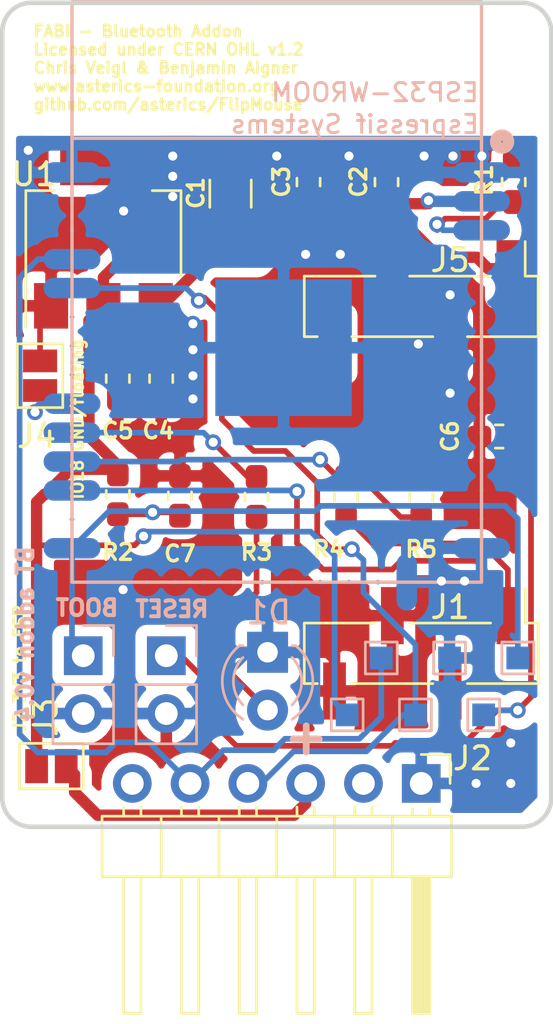
<source format=kicad_pcb>
(kicad_pcb (version 20171130) (host pcbnew 5.1.6+dfsg1-1)

  (general
    (thickness 1.6)
    (drawings 15)
    (tracks 291)
    (zones 0)
    (modules 28)
    (nets 44)
  )

  (page A4)
  (title_block
    (title "ESP32 miniBT")
    (date 2018-06-04)
    (rev 1.0)
  )

  (layers
    (0 F.Cu signal)
    (31 B.Cu signal)
    (32 B.Adhes user)
    (33 F.Adhes user)
    (34 B.Paste user)
    (35 F.Paste user)
    (36 B.SilkS user)
    (37 F.SilkS user)
    (38 B.Mask user hide)
    (39 F.Mask user hide)
    (40 Dwgs.User user)
    (41 Cmts.User user)
    (42 Eco1.User user)
    (43 Eco2.User user hide)
    (44 Edge.Cuts user)
    (45 Margin user)
    (46 B.CrtYd user)
    (47 F.CrtYd user)
    (48 B.Fab user hide)
    (49 F.Fab user hide)
  )

  (setup
    (last_trace_width 0.25)
    (user_trace_width 0.5)
    (trace_clearance 0.2)
    (zone_clearance 0.508)
    (zone_45_only yes)
    (trace_min 0.2)
    (via_size 0.7)
    (via_drill 0.4)
    (via_min_size 0.7)
    (via_min_drill 0.3)
    (user_via 0.8 0.6)
    (uvia_size 0.3)
    (uvia_drill 0.1)
    (uvias_allowed no)
    (uvia_min_size 0.2)
    (uvia_min_drill 0.1)
    (edge_width 0.2)
    (segment_width 0.2)
    (pcb_text_width 0.3)
    (pcb_text_size 1.5 1.5)
    (mod_edge_width 0.15)
    (mod_text_size 0.5 0.5)
    (mod_text_width 0.125)
    (pad_size 0.2 0.2)
    (pad_drill 0)
    (pad_to_mask_clearance 0.2)
    (aux_axis_origin 0 0)
    (grid_origin 167.259 79.502)
    (visible_elements 7FFFFFFF)
    (pcbplotparams
      (layerselection 0x010f0_80000001)
      (usegerberextensions true)
      (usegerberattributes false)
      (usegerberadvancedattributes false)
      (creategerberjobfile false)
      (excludeedgelayer true)
      (linewidth 0.100000)
      (plotframeref false)
      (viasonmask false)
      (mode 1)
      (useauxorigin false)
      (hpglpennumber 1)
      (hpglpenspeed 20)
      (hpglpendiameter 15.000000)
      (psnegative false)
      (psa4output false)
      (plotreference true)
      (plotvalue true)
      (plotinvisibletext false)
      (padsonsilk false)
      (subtractmaskfromsilk true)
      (outputformat 1)
      (mirror false)
      (drillshape 0)
      (scaleselection 1)
      (outputdirectory "plots/"))
  )

  (net 0 "")
  (net 1 +3V3)
  (net 2 GND)
  (net 3 VCC)
  (net 4 EN)
  (net 5 IO5)
  (net 6 IO17)
  (net 7 IO16)
  (net 8 "IO0(boot)")
  (net 9 "Net-(D1-Pad2)")
  (net 10 TXDtoRXD0)
  (net 11 RXDtoTXD0)
  (net 12 "Net-(J2-Pad3)")
  (net 13 IO18)
  (net 14 "Net-(J2-Pad2)")
  (net 15 "Net-(J2-Pad6)")
  (net 16 IO23)
  (net 17 IO22)
  (net 18 IO21)
  (net 19 "Net-(U2-Pad32)")
  (net 20 IO19)
  (net 21 IO4)
  (net 22 IO2)
  (net 23 IO15)
  (net 24 "Net-(U2-Pad22)")
  (net 25 "Net-(U2-Pad21)")
  (net 26 "Net-(U2-Pad20)")
  (net 27 "Net-(U2-Pad19)")
  (net 28 "Net-(U2-Pad18)")
  (net 29 "Net-(U2-Pad17)")
  (net 30 IO13)
  (net 31 IO14)
  (net 32 IO27)
  (net 33 IO26)
  (net 34 IO25)
  (net 35 IO33)
  (net 36 IO32)
  (net 37 IO35)
  (net 38 IO34)
  (net 39 SVN)
  (net 40 SVP)
  (net 41 /TX_ARD)
  (net 42 "Net-(J5-Pad4)")
  (net 43 "Net-(J5-Pad3)")

  (net_class Default "This is the default net class."
    (clearance 0.2)
    (trace_width 0.25)
    (via_dia 0.7)
    (via_drill 0.4)
    (uvia_dia 0.3)
    (uvia_drill 0.1)
    (add_net +3V3)
    (add_net /TX_ARD)
    (add_net EN)
    (add_net GND)
    (add_net "IO0(boot)")
    (add_net IO13)
    (add_net IO14)
    (add_net IO15)
    (add_net IO16)
    (add_net IO17)
    (add_net IO18)
    (add_net IO19)
    (add_net IO2)
    (add_net IO21)
    (add_net IO22)
    (add_net IO23)
    (add_net IO25)
    (add_net IO26)
    (add_net IO27)
    (add_net IO32)
    (add_net IO33)
    (add_net IO34)
    (add_net IO35)
    (add_net IO4)
    (add_net IO5)
    (add_net "Net-(D1-Pad2)")
    (add_net "Net-(J2-Pad2)")
    (add_net "Net-(J2-Pad3)")
    (add_net "Net-(J2-Pad6)")
    (add_net "Net-(J5-Pad3)")
    (add_net "Net-(J5-Pad4)")
    (add_net "Net-(U2-Pad17)")
    (add_net "Net-(U2-Pad18)")
    (add_net "Net-(U2-Pad19)")
    (add_net "Net-(U2-Pad20)")
    (add_net "Net-(U2-Pad21)")
    (add_net "Net-(U2-Pad22)")
    (add_net "Net-(U2-Pad32)")
    (add_net RXDtoTXD0)
    (add_net SVN)
    (add_net SVP)
    (add_net TXDtoRXD0)
    (add_net VCC)
  )

  (net_class power ""
    (clearance 0.2)
    (trace_width 0.5)
    (via_dia 0.9)
    (via_drill 0.6)
    (uvia_dia 0.7)
    (uvia_drill 0.4)
  )

  (module ESP32-footprints-Lib:ESP32-WROOM (layer B.Cu) (tedit 5F3554C0) (tstamp 589736FD)
    (at 169.164 74.422)
    (path /58986BAE)
    (fp_text reference U2 (at 8.382 -9.906 180) (layer B.SilkS) hide
      (effects (font (size 0.5 0.5) (thickness 0.125)) (justify mirror))
    )
    (fp_text value ESP32-WROOM (at 4.318 -8.763) (layer B.Fab)
      (effects (font (size 0.8 0.8) (thickness 0.125)) (justify mirror))
    )
    (fp_circle (center 9.906 -6.604) (end 10.033 -6.858) (layer B.SilkS) (width 0.5))
    (fp_line (start -9 -6.75) (end 9 -6.75) (layer B.SilkS) (width 0.15))
    (fp_line (start 9 -12.75) (end 9 12.75) (layer B.SilkS) (width 0.15))
    (fp_line (start -9 -12.75) (end -9 12.75) (layer B.SilkS) (width 0.15))
    (fp_line (start -9 12.75) (end 9 12.75) (layer B.SilkS) (width 0.15))
    (fp_line (start -9 -12.75) (end 9 -12.75) (layer B.SilkS) (width 0.15))
    (fp_text user "Espressif Systems" (at 3.429 -7.366) (layer B.SilkS)
      (effects (font (size 0.8 0.8) (thickness 0.125)) (justify mirror))
    )
    (fp_text user ESP32-WROOM (at 4.318 -8.763) (layer B.SilkS)
      (effects (font (size 0.8 0.8) (thickness 0.125)) (justify mirror))
    )
    (pad 38 smd oval (at -9 -5.25) (size 2.5 0.9) (layers B.Cu B.Paste B.Mask)
      (net 2 GND))
    (pad 37 smd oval (at -9 -3.98) (size 0.2 0.2) (layers B.Cu B.Paste B.Mask)
      (net 16 IO23))
    (pad 36 smd oval (at -9 -2.71) (size 0.2 0.2) (layers B.Cu B.Paste B.Mask)
      (net 17 IO22))
    (pad 35 smd oval (at -9 -1.44) (size 2.5 0.9) (layers B.Cu B.Paste B.Mask)
      (net 11 RXDtoTXD0))
    (pad 34 smd oval (at -9 -0.17) (size 2.5 0.9) (layers B.Cu B.Paste B.Mask)
      (net 10 TXDtoRXD0))
    (pad 33 smd oval (at -9 1.1) (size 0.2 0.2) (layers B.Cu B.Paste B.Mask)
      (net 18 IO21))
    (pad 32 smd oval (at -9 2.37) (size 0.2 0.2) (layers B.Cu B.Paste B.Mask)
      (net 19 "Net-(U2-Pad32)"))
    (pad 31 smd oval (at -9 3.64) (size 0.2 0.2) (layers B.Cu B.Paste B.Mask)
      (net 20 IO19))
    (pad 30 smd oval (at -9 4.91) (size 2.5 0.9) (layers B.Cu B.Paste B.Mask)
      (net 13 IO18))
    (pad 29 smd oval (at -9 6.18) (size 2.5 0.9) (layers B.Cu B.Paste B.Mask)
      (net 5 IO5))
    (pad 28 smd oval (at -9 7.45) (size 2.5 0.9) (layers B.Cu B.Paste B.Mask)
      (net 6 IO17))
    (pad 27 smd oval (at -9 8.72) (size 2.5 0.9) (layers B.Cu B.Paste B.Mask)
      (net 7 IO16))
    (pad 26 smd oval (at -9 9.99) (size 0.2 0.2) (layers B.Cu B.Paste B.Mask)
      (net 21 IO4))
    (pad 25 smd oval (at -9 11.26) (size 2.5 0.9) (layers B.Cu B.Paste B.Mask)
      (net 8 "IO0(boot)"))
    (pad 24 smd oval (at -5.715 12.75) (size 0.2 0.2) (layers B.Cu B.Paste B.Mask)
      (net 22 IO2))
    (pad 23 smd oval (at -4.445 12.75) (size 0.2 0.2) (layers B.Cu B.Paste B.Mask)
      (net 23 IO15))
    (pad 22 smd oval (at -3.175 12.75) (size 0.2 0.2) (layers B.Cu B.Paste B.Mask)
      (net 24 "Net-(U2-Pad22)"))
    (pad 21 smd oval (at -1.905 12.75) (size 0.2 0.2) (layers B.Cu B.Paste B.Mask)
      (net 25 "Net-(U2-Pad21)"))
    (pad 20 smd oval (at -0.635 12.75) (size 0.2 0.2) (layers B.Cu B.Paste B.Mask)
      (net 26 "Net-(U2-Pad20)"))
    (pad 19 smd oval (at 0.635 12.75) (size 0.2 0.2) (layers B.Cu B.Paste B.Mask)
      (net 27 "Net-(U2-Pad19)"))
    (pad 18 smd oval (at 1.905 12.75) (size 0.2 0.2) (layers B.Cu B.Paste B.Mask)
      (net 28 "Net-(U2-Pad18)"))
    (pad 17 smd oval (at 3.175 12.75) (size 0.2 0.2) (layers B.Cu B.Paste B.Mask)
      (net 29 "Net-(U2-Pad17)"))
    (pad 16 smd oval (at 4.445 12.75) (size 0.2 0.2) (layers B.Cu B.Paste B.Mask)
      (net 30 IO13))
    (pad 15 smd oval (at 5.715 12.75) (size 0.9 2.5) (layers B.Cu B.Paste B.Mask)
      (net 2 GND))
    (pad 14 smd oval (at 9 11.26) (size 2.5 0.9) (layers B.Cu B.Paste B.Mask)
      (net 2 GND))
    (pad 13 smd oval (at 9 9.99) (size 0.2 0.2) (layers B.Cu B.Paste B.Mask)
      (net 31 IO14))
    (pad 12 smd oval (at 9 8.72) (size 0.2 0.2) (layers B.Cu B.Paste B.Mask)
      (net 32 IO27))
    (pad 11 smd oval (at 9 7.45) (size 0.2 0.2) (layers B.Cu B.Paste B.Mask)
      (net 33 IO26))
    (pad 10 smd oval (at 9 6.18) (size 0.2 0.2) (layers B.Cu B.Paste B.Mask)
      (net 34 IO25))
    (pad 9 smd oval (at 9 4.91) (size 0.2 0.2) (layers B.Cu B.Paste B.Mask)
      (net 35 IO33))
    (pad 8 smd oval (at 9 3.64) (size 0.2 0.2) (layers B.Cu B.Paste B.Mask)
      (net 36 IO32))
    (pad 7 smd oval (at 9 2.37) (size 0.2 0.2) (layers B.Cu B.Paste B.Mask)
      (net 37 IO35))
    (pad 6 smd oval (at 9 1.1) (size 0.2 0.2) (layers B.Cu B.Paste B.Mask)
      (net 38 IO34))
    (pad 5 smd oval (at 9 -0.17) (size 0.2 0.2) (layers B.Cu B.Paste B.Mask)
      (net 39 SVN))
    (pad 4 smd oval (at 9 -1.44) (size 0.2 0.2) (layers B.Cu B.Paste B.Mask)
      (net 40 SVP))
    (pad 3 smd oval (at 9 -2.71) (size 2.5 0.9) (layers B.Cu B.Paste B.Mask)
      (net 4 EN))
    (pad 2 smd oval (at 9 -3.98) (size 2.5 0.9) (layers B.Cu B.Paste B.Mask)
      (net 1 +3V3))
    (pad 1 smd oval (at 9 -5.25) (size 2.5 0.9) (layers B.Cu B.Paste B.Mask)
      (net 2 GND))
    (pad 39 smd rect (at 0.3 2.45) (size 6 6) (layers B.Cu B.Paste B.Mask)
      (net 2 GND))
    (model ${KIPRJMOD}/lib/ESP32-footprints-Lib.pretty/KiCAD-ESP-WROOM-32.step
      (at (xyz 0 0 0))
      (scale (xyz 1 1 1))
      (rotate (xyz 0 0 0))
    )
  )

  (module Resistor_SMD:R_0603_1608Metric_Pad1.05x0.95mm_HandSolder (layer F.Cu) (tedit 5B301BBD) (tstamp 5F357D3D)
    (at 175.514 83.439 90)
    (descr "Resistor SMD 0603 (1608 Metric), square (rectangular) end terminal, IPC_7351 nominal with elongated pad for handsoldering. (Body size source: http://www.tortai-tech.com/upload/download/2011102023233369053.pdf), generated with kicad-footprint-generator")
    (tags "resistor handsolder")
    (path /5F379B47)
    (attr smd)
    (fp_text reference R5 (at -2.286 0 180) (layer F.SilkS)
      (effects (font (size 0.7 0.7) (thickness 0.15)))
    )
    (fp_text value 18k (at 0 1.43 90) (layer F.Fab)
      (effects (font (size 1 1) (thickness 0.15)))
    )
    (fp_line (start 1.65 0.73) (end -1.65 0.73) (layer F.CrtYd) (width 0.05))
    (fp_line (start 1.65 -0.73) (end 1.65 0.73) (layer F.CrtYd) (width 0.05))
    (fp_line (start -1.65 -0.73) (end 1.65 -0.73) (layer F.CrtYd) (width 0.05))
    (fp_line (start -1.65 0.73) (end -1.65 -0.73) (layer F.CrtYd) (width 0.05))
    (fp_line (start -0.171267 0.51) (end 0.171267 0.51) (layer F.SilkS) (width 0.12))
    (fp_line (start -0.171267 -0.51) (end 0.171267 -0.51) (layer F.SilkS) (width 0.12))
    (fp_line (start 0.8 0.4) (end -0.8 0.4) (layer F.Fab) (width 0.1))
    (fp_line (start 0.8 -0.4) (end 0.8 0.4) (layer F.Fab) (width 0.1))
    (fp_line (start -0.8 -0.4) (end 0.8 -0.4) (layer F.Fab) (width 0.1))
    (fp_line (start -0.8 0.4) (end -0.8 -0.4) (layer F.Fab) (width 0.1))
    (fp_text user %R (at 0 0 90) (layer F.Fab)
      (effects (font (size 0.4 0.4) (thickness 0.06)))
    )
    (pad 2 smd roundrect (at 0.875 0 90) (size 1.05 0.95) (layers F.Cu F.Paste F.Mask) (roundrect_rratio 0.25)
      (net 2 GND))
    (pad 1 smd roundrect (at -0.875 0 90) (size 1.05 0.95) (layers F.Cu F.Paste F.Mask) (roundrect_rratio 0.25)
      (net 6 IO17))
    (model ${KISYS3DMOD}/Resistor_SMD.3dshapes/R_0603_1608Metric.wrl
      (at (xyz 0 0 0))
      (scale (xyz 1 1 1))
      (rotate (xyz 0 0 0))
    )
  )

  (module Resistor_SMD:R_0603_1608Metric_Pad1.05x0.95mm_HandSolder (layer F.Cu) (tedit 5B301BBD) (tstamp 5F357D2C)
    (at 172.212 83.439 90)
    (descr "Resistor SMD 0603 (1608 Metric), square (rectangular) end terminal, IPC_7351 nominal with elongated pad for handsoldering. (Body size source: http://www.tortai-tech.com/upload/download/2011102023233369053.pdf), generated with kicad-footprint-generator")
    (tags "resistor handsolder")
    (path /5F379977)
    (attr smd)
    (fp_text reference R4 (at -2.286 -0.762 180) (layer F.SilkS)
      (effects (font (size 0.7 0.7) (thickness 0.15)))
    )
    (fp_text value 10k (at 0 1.43 90) (layer F.Fab)
      (effects (font (size 1 1) (thickness 0.15)))
    )
    (fp_line (start 1.65 0.73) (end -1.65 0.73) (layer F.CrtYd) (width 0.05))
    (fp_line (start 1.65 -0.73) (end 1.65 0.73) (layer F.CrtYd) (width 0.05))
    (fp_line (start -1.65 -0.73) (end 1.65 -0.73) (layer F.CrtYd) (width 0.05))
    (fp_line (start -1.65 0.73) (end -1.65 -0.73) (layer F.CrtYd) (width 0.05))
    (fp_line (start -0.171267 0.51) (end 0.171267 0.51) (layer F.SilkS) (width 0.12))
    (fp_line (start -0.171267 -0.51) (end 0.171267 -0.51) (layer F.SilkS) (width 0.12))
    (fp_line (start 0.8 0.4) (end -0.8 0.4) (layer F.Fab) (width 0.1))
    (fp_line (start 0.8 -0.4) (end 0.8 0.4) (layer F.Fab) (width 0.1))
    (fp_line (start -0.8 -0.4) (end 0.8 -0.4) (layer F.Fab) (width 0.1))
    (fp_line (start -0.8 0.4) (end -0.8 -0.4) (layer F.Fab) (width 0.1))
    (fp_text user %R (at 0 0 90) (layer F.Fab)
      (effects (font (size 0.4 0.4) (thickness 0.06)))
    )
    (pad 2 smd roundrect (at 0.875 0 90) (size 1.05 0.95) (layers F.Cu F.Paste F.Mask) (roundrect_rratio 0.25)
      (net 6 IO17))
    (pad 1 smd roundrect (at -0.875 0 90) (size 1.05 0.95) (layers F.Cu F.Paste F.Mask) (roundrect_rratio 0.25)
      (net 41 /TX_ARD))
    (model ${KISYS3DMOD}/Resistor_SMD.3dshapes/R_0603_1608Metric.wrl
      (at (xyz 0 0 0))
      (scale (xyz 1 1 1))
      (rotate (xyz 0 0 0))
    )
  )

  (module Connector_PinHeader_2.54mm:PinHeader_1x04_P2.54mm_Vertical_SMD_Pin1Left (layer F.Cu) (tedit 59FED5CC) (tstamp 5F357C67)
    (at 175.514 75.057 270)
    (descr "surface-mounted straight pin header, 1x04, 2.54mm pitch, single row, style 1 (pin 1 left)")
    (tags "Surface mounted pin header SMD 1x04 2.54mm single row style1 pin1 left")
    (path /5F3580CB)
    (attr smd)
    (fp_text reference J5 (at -2.032 -1.27 180) (layer F.SilkS)
      (effects (font (size 1 1) (thickness 0.15)))
    )
    (fp_text value Conn_01x04_Male (at 0 6.14 90) (layer F.Fab)
      (effects (font (size 1 1) (thickness 0.15)))
    )
    (fp_line (start 3.45 -5.6) (end -3.45 -5.6) (layer F.CrtYd) (width 0.05))
    (fp_line (start 3.45 5.6) (end 3.45 -5.6) (layer F.CrtYd) (width 0.05))
    (fp_line (start -3.45 5.6) (end 3.45 5.6) (layer F.CrtYd) (width 0.05))
    (fp_line (start -3.45 -5.6) (end -3.45 5.6) (layer F.CrtYd) (width 0.05))
    (fp_line (start -1.33 2.03) (end -1.33 5.14) (layer F.SilkS) (width 0.12))
    (fp_line (start -1.33 -3.05) (end -1.33 0.51) (layer F.SilkS) (width 0.12))
    (fp_line (start 1.33 -0.51) (end 1.33 3.05) (layer F.SilkS) (width 0.12))
    (fp_line (start 1.33 4.57) (end 1.33 5.14) (layer F.SilkS) (width 0.12))
    (fp_line (start -1.33 -5.14) (end -1.33 -4.57) (layer F.SilkS) (width 0.12))
    (fp_line (start -1.33 -4.57) (end -2.85 -4.57) (layer F.SilkS) (width 0.12))
    (fp_line (start 1.33 -5.14) (end 1.33 -2.03) (layer F.SilkS) (width 0.12))
    (fp_line (start -1.33 5.14) (end 1.33 5.14) (layer F.SilkS) (width 0.12))
    (fp_line (start -1.33 -5.14) (end 1.33 -5.14) (layer F.SilkS) (width 0.12))
    (fp_line (start 2.54 4.13) (end 1.27 4.13) (layer F.Fab) (width 0.1))
    (fp_line (start 2.54 3.49) (end 2.54 4.13) (layer F.Fab) (width 0.1))
    (fp_line (start 1.27 3.49) (end 2.54 3.49) (layer F.Fab) (width 0.1))
    (fp_line (start 2.54 -0.95) (end 1.27 -0.95) (layer F.Fab) (width 0.1))
    (fp_line (start 2.54 -1.59) (end 2.54 -0.95) (layer F.Fab) (width 0.1))
    (fp_line (start 1.27 -1.59) (end 2.54 -1.59) (layer F.Fab) (width 0.1))
    (fp_line (start -2.54 1.59) (end -1.27 1.59) (layer F.Fab) (width 0.1))
    (fp_line (start -2.54 0.95) (end -2.54 1.59) (layer F.Fab) (width 0.1))
    (fp_line (start -1.27 0.95) (end -2.54 0.95) (layer F.Fab) (width 0.1))
    (fp_line (start -2.54 -3.49) (end -1.27 -3.49) (layer F.Fab) (width 0.1))
    (fp_line (start -2.54 -4.13) (end -2.54 -3.49) (layer F.Fab) (width 0.1))
    (fp_line (start -1.27 -4.13) (end -2.54 -4.13) (layer F.Fab) (width 0.1))
    (fp_line (start 1.27 -5.08) (end 1.27 5.08) (layer F.Fab) (width 0.1))
    (fp_line (start -1.27 -4.13) (end -0.32 -5.08) (layer F.Fab) (width 0.1))
    (fp_line (start -1.27 5.08) (end -1.27 -4.13) (layer F.Fab) (width 0.1))
    (fp_line (start -0.32 -5.08) (end 1.27 -5.08) (layer F.Fab) (width 0.1))
    (fp_line (start 1.27 5.08) (end -1.27 5.08) (layer F.Fab) (width 0.1))
    (fp_text user %R (at 0 0) (layer F.Fab)
      (effects (font (size 1 1) (thickness 0.15)))
    )
    (pad 4 smd rect (at 1.655 3.81 270) (size 2.51 1) (layers F.Cu F.Paste F.Mask)
      (net 42 "Net-(J5-Pad4)"))
    (pad 2 smd rect (at 1.655 -1.27 270) (size 2.51 1) (layers F.Cu F.Paste F.Mask)
      (net 2 GND))
    (pad 3 smd rect (at -1.655 1.27 270) (size 2.51 1) (layers F.Cu F.Paste F.Mask)
      (net 43 "Net-(J5-Pad3)"))
    (pad 1 smd rect (at -1.655 -3.81 270) (size 2.51 1) (layers F.Cu F.Paste F.Mask)
      (net 3 VCC))
    (model ${KISYS3DMOD}/Connector_PinHeader_2.54mm.3dshapes/PinHeader_1x04_P2.54mm_Vertical_SMD_Pin1Left.wrl
      (at (xyz 0 0 0))
      (scale (xyz 1 1 1))
      (rotate (xyz 0 0 0))
    )
  )

  (module Connector_PinHeader_2.54mm:PinHeader_1x04_P2.54mm_Vertical_SMD_Pin1Left (layer F.Cu) (tedit 59FED5CC) (tstamp 5F357B40)
    (at 175.514 90.297 270)
    (descr "surface-mounted straight pin header, 1x04, 2.54mm pitch, single row, style 1 (pin 1 left)")
    (tags "Surface mounted pin header SMD 1x04 2.54mm single row style1 pin1 left")
    (path /5F357A98)
    (attr smd)
    (fp_text reference J1 (at -2.032 -1.27 180) (layer F.SilkS)
      (effects (font (size 1 1) (thickness 0.15)))
    )
    (fp_text value Conn_01x04_Male (at 0 6.14 90) (layer F.Fab)
      (effects (font (size 1 1) (thickness 0.15)))
    )
    (fp_line (start 3.45 -5.6) (end -3.45 -5.6) (layer F.CrtYd) (width 0.05))
    (fp_line (start 3.45 5.6) (end 3.45 -5.6) (layer F.CrtYd) (width 0.05))
    (fp_line (start -3.45 5.6) (end 3.45 5.6) (layer F.CrtYd) (width 0.05))
    (fp_line (start -3.45 -5.6) (end -3.45 5.6) (layer F.CrtYd) (width 0.05))
    (fp_line (start -1.33 2.03) (end -1.33 5.14) (layer F.SilkS) (width 0.12))
    (fp_line (start -1.33 -3.05) (end -1.33 0.51) (layer F.SilkS) (width 0.12))
    (fp_line (start 1.33 -0.51) (end 1.33 3.05) (layer F.SilkS) (width 0.12))
    (fp_line (start 1.33 4.57) (end 1.33 5.14) (layer F.SilkS) (width 0.12))
    (fp_line (start -1.33 -5.14) (end -1.33 -4.57) (layer F.SilkS) (width 0.12))
    (fp_line (start -1.33 -4.57) (end -2.85 -4.57) (layer F.SilkS) (width 0.12))
    (fp_line (start 1.33 -5.14) (end 1.33 -2.03) (layer F.SilkS) (width 0.12))
    (fp_line (start -1.33 5.14) (end 1.33 5.14) (layer F.SilkS) (width 0.12))
    (fp_line (start -1.33 -5.14) (end 1.33 -5.14) (layer F.SilkS) (width 0.12))
    (fp_line (start 2.54 4.13) (end 1.27 4.13) (layer F.Fab) (width 0.1))
    (fp_line (start 2.54 3.49) (end 2.54 4.13) (layer F.Fab) (width 0.1))
    (fp_line (start 1.27 3.49) (end 2.54 3.49) (layer F.Fab) (width 0.1))
    (fp_line (start 2.54 -0.95) (end 1.27 -0.95) (layer F.Fab) (width 0.1))
    (fp_line (start 2.54 -1.59) (end 2.54 -0.95) (layer F.Fab) (width 0.1))
    (fp_line (start 1.27 -1.59) (end 2.54 -1.59) (layer F.Fab) (width 0.1))
    (fp_line (start -2.54 1.59) (end -1.27 1.59) (layer F.Fab) (width 0.1))
    (fp_line (start -2.54 0.95) (end -2.54 1.59) (layer F.Fab) (width 0.1))
    (fp_line (start -1.27 0.95) (end -2.54 0.95) (layer F.Fab) (width 0.1))
    (fp_line (start -2.54 -3.49) (end -1.27 -3.49) (layer F.Fab) (width 0.1))
    (fp_line (start -2.54 -4.13) (end -2.54 -3.49) (layer F.Fab) (width 0.1))
    (fp_line (start -1.27 -4.13) (end -2.54 -4.13) (layer F.Fab) (width 0.1))
    (fp_line (start 1.27 -5.08) (end 1.27 5.08) (layer F.Fab) (width 0.1))
    (fp_line (start -1.27 -4.13) (end -0.32 -5.08) (layer F.Fab) (width 0.1))
    (fp_line (start -1.27 5.08) (end -1.27 -4.13) (layer F.Fab) (width 0.1))
    (fp_line (start -0.32 -5.08) (end 1.27 -5.08) (layer F.Fab) (width 0.1))
    (fp_line (start 1.27 5.08) (end -1.27 5.08) (layer F.Fab) (width 0.1))
    (fp_text user %R (at 0 0) (layer F.Fab)
      (effects (font (size 1 1) (thickness 0.15)))
    )
    (pad 4 smd rect (at 1.655 3.81 270) (size 2.51 1) (layers F.Cu F.Paste F.Mask)
      (net 2 GND))
    (pad 2 smd rect (at 1.655 -1.27 270) (size 2.51 1) (layers F.Cu F.Paste F.Mask)
      (net 7 IO16))
    (pad 3 smd rect (at -1.655 1.27 270) (size 2.51 1) (layers F.Cu F.Paste F.Mask)
      (net 2 GND))
    (pad 1 smd rect (at -1.655 -3.81 270) (size 2.51 1) (layers F.Cu F.Paste F.Mask)
      (net 41 /TX_ARD))
    (model ${KISYS3DMOD}/Connector_PinHeader_2.54mm.3dshapes/PinHeader_1x04_P2.54mm_Vertical_SMD_Pin1Left.wrl
      (at (xyz 0 0 0))
      (scale (xyz 1 1 1))
      (rotate (xyz 0 0 0))
    )
  )

  (module TestPoint:TestPoint_Pad_1.0x1.0mm (layer B.Cu) (tedit 5A0F774F) (tstamp 5F32D3E3)
    (at 179.759 90.502)
    (descr "SMD rectangular pad as test Point, square 1.0mm side length")
    (tags "test point SMD pad rectangle square")
    (path /5F342834)
    (attr virtual)
    (fp_text reference TP6 (at 0 1.448) (layer B.SilkS) hide
      (effects (font (size 1 1) (thickness 0.15)) (justify mirror))
    )
    (fp_text value TestPoint (at 0 -1.55) (layer B.Fab)
      (effects (font (size 1 1) (thickness 0.15)) (justify mirror))
    )
    (fp_line (start 1 -1) (end -1 -1) (layer B.CrtYd) (width 0.05))
    (fp_line (start 1 -1) (end 1 1) (layer B.CrtYd) (width 0.05))
    (fp_line (start -1 1) (end -1 -1) (layer B.CrtYd) (width 0.05))
    (fp_line (start -1 1) (end 1 1) (layer B.CrtYd) (width 0.05))
    (fp_line (start -0.7 -0.7) (end -0.7 0.7) (layer B.SilkS) (width 0.12))
    (fp_line (start 0.7 -0.7) (end -0.7 -0.7) (layer B.SilkS) (width 0.12))
    (fp_line (start 0.7 0.7) (end 0.7 -0.7) (layer B.SilkS) (width 0.12))
    (fp_line (start -0.7 0.7) (end 0.7 0.7) (layer B.SilkS) (width 0.12))
    (fp_text user %R (at 0 1.45) (layer B.Fab)
      (effects (font (size 1 1) (thickness 0.15)) (justify mirror))
    )
    (pad 1 smd rect (at 0 0) (size 1 1) (layers B.Cu B.Mask)
      (net 8 "IO0(boot)"))
  )

  (module TestPoint:TestPoint_Pad_1.0x1.0mm (layer B.Cu) (tedit 5A0F774F) (tstamp 5F32CB8C)
    (at 178.259 93.002)
    (descr "SMD rectangular pad as test Point, square 1.0mm side length")
    (tags "test point SMD pad rectangle square")
    (path /5F34263E)
    (attr virtual)
    (fp_text reference TP5 (at 0 1.448) (layer B.SilkS) hide
      (effects (font (size 1 1) (thickness 0.15)) (justify mirror))
    )
    (fp_text value TestPoint (at 0 -1.55) (layer B.Fab)
      (effects (font (size 1 1) (thickness 0.15)) (justify mirror))
    )
    (fp_line (start 1 -1) (end -1 -1) (layer B.CrtYd) (width 0.05))
    (fp_line (start 1 -1) (end 1 1) (layer B.CrtYd) (width 0.05))
    (fp_line (start -1 1) (end -1 -1) (layer B.CrtYd) (width 0.05))
    (fp_line (start -1 1) (end 1 1) (layer B.CrtYd) (width 0.05))
    (fp_line (start -0.7 -0.7) (end -0.7 0.7) (layer B.SilkS) (width 0.12))
    (fp_line (start 0.7 -0.7) (end -0.7 -0.7) (layer B.SilkS) (width 0.12))
    (fp_line (start 0.7 0.7) (end 0.7 -0.7) (layer B.SilkS) (width 0.12))
    (fp_line (start -0.7 0.7) (end 0.7 0.7) (layer B.SilkS) (width 0.12))
    (fp_text user %R (at 0 1.45) (layer B.Fab)
      (effects (font (size 1 1) (thickness 0.15)) (justify mirror))
    )
    (pad 1 smd rect (at 0 0) (size 1 1) (layers B.Cu B.Mask)
      (net 4 EN))
  )

  (module TestPoint:TestPoint_Pad_1.0x1.0mm (layer B.Cu) (tedit 5A0F774F) (tstamp 5F32CB7E)
    (at 172.259 93.002)
    (descr "SMD rectangular pad as test Point, square 1.0mm side length")
    (tags "test point SMD pad rectangle square")
    (path /5F34232A)
    (attr virtual)
    (fp_text reference TP4 (at 0 1.448) (layer B.SilkS) hide
      (effects (font (size 1 1) (thickness 0.15)) (justify mirror))
    )
    (fp_text value TestPoint (at 0 -1.55) (layer B.Fab)
      (effects (font (size 1 1) (thickness 0.15)) (justify mirror))
    )
    (fp_line (start 1 -1) (end -1 -1) (layer B.CrtYd) (width 0.05))
    (fp_line (start 1 -1) (end 1 1) (layer B.CrtYd) (width 0.05))
    (fp_line (start -1 1) (end -1 -1) (layer B.CrtYd) (width 0.05))
    (fp_line (start -1 1) (end 1 1) (layer B.CrtYd) (width 0.05))
    (fp_line (start -0.7 -0.7) (end -0.7 0.7) (layer B.SilkS) (width 0.12))
    (fp_line (start 0.7 -0.7) (end -0.7 -0.7) (layer B.SilkS) (width 0.12))
    (fp_line (start 0.7 0.7) (end 0.7 -0.7) (layer B.SilkS) (width 0.12))
    (fp_line (start -0.7 0.7) (end 0.7 0.7) (layer B.SilkS) (width 0.12))
    (fp_text user %R (at 0 1.45) (layer B.Fab)
      (effects (font (size 1 1) (thickness 0.15)) (justify mirror))
    )
    (pad 1 smd rect (at 0 0) (size 1 1) (layers B.Cu B.Mask)
      (net 1 +3V3))
  )

  (module TestPoint:TestPoint_Pad_1.0x1.0mm (layer B.Cu) (tedit 5A0F774F) (tstamp 5F32CB70)
    (at 176.759 90.502)
    (descr "SMD rectangular pad as test Point, square 1.0mm side length")
    (tags "test point SMD pad rectangle square")
    (path /5F3420AF)
    (attr virtual)
    (fp_text reference TP3 (at 0 1.448) (layer B.SilkS) hide
      (effects (font (size 1 1) (thickness 0.15)) (justify mirror))
    )
    (fp_text value TestPoint (at 0 -1.55) (layer B.Fab)
      (effects (font (size 1 1) (thickness 0.15)) (justify mirror))
    )
    (fp_line (start 1 -1) (end -1 -1) (layer B.CrtYd) (width 0.05))
    (fp_line (start 1 -1) (end 1 1) (layer B.CrtYd) (width 0.05))
    (fp_line (start -1 1) (end -1 -1) (layer B.CrtYd) (width 0.05))
    (fp_line (start -1 1) (end 1 1) (layer B.CrtYd) (width 0.05))
    (fp_line (start -0.7 -0.7) (end -0.7 0.7) (layer B.SilkS) (width 0.12))
    (fp_line (start 0.7 -0.7) (end -0.7 -0.7) (layer B.SilkS) (width 0.12))
    (fp_line (start 0.7 0.7) (end 0.7 -0.7) (layer B.SilkS) (width 0.12))
    (fp_line (start -0.7 0.7) (end 0.7 0.7) (layer B.SilkS) (width 0.12))
    (fp_text user %R (at 0 1.45) (layer B.Fab)
      (effects (font (size 1 1) (thickness 0.15)) (justify mirror))
    )
    (pad 1 smd rect (at 0 0) (size 1 1) (layers B.Cu B.Mask)
      (net 2 GND))
  )

  (module TestPoint:TestPoint_Pad_1.0x1.0mm (layer B.Cu) (tedit 5A0F774F) (tstamp 5F32CB62)
    (at 173.759 90.502)
    (descr "SMD rectangular pad as test Point, square 1.0mm side length")
    (tags "test point SMD pad rectangle square")
    (path /5F341DC6)
    (attr virtual)
    (fp_text reference TP2 (at 0 1.448) (layer B.SilkS) hide
      (effects (font (size 1 1) (thickness 0.15)) (justify mirror))
    )
    (fp_text value TestPoint (at 0 -1.55) (layer B.Fab)
      (effects (font (size 1 1) (thickness 0.15)) (justify mirror))
    )
    (fp_line (start 1 -1) (end -1 -1) (layer B.CrtYd) (width 0.05))
    (fp_line (start 1 -1) (end 1 1) (layer B.CrtYd) (width 0.05))
    (fp_line (start -1 1) (end -1 -1) (layer B.CrtYd) (width 0.05))
    (fp_line (start -1 1) (end 1 1) (layer B.CrtYd) (width 0.05))
    (fp_line (start -0.7 -0.7) (end -0.7 0.7) (layer B.SilkS) (width 0.12))
    (fp_line (start 0.7 -0.7) (end -0.7 -0.7) (layer B.SilkS) (width 0.12))
    (fp_line (start 0.7 0.7) (end 0.7 -0.7) (layer B.SilkS) (width 0.12))
    (fp_line (start -0.7 0.7) (end 0.7 0.7) (layer B.SilkS) (width 0.12))
    (fp_text user %R (at 0 1.45) (layer B.Fab)
      (effects (font (size 1 1) (thickness 0.15)) (justify mirror))
    )
    (pad 1 smd rect (at 0 0) (size 1 1) (layers B.Cu B.Mask)
      (net 11 RXDtoTXD0))
  )

  (module TestPoint:TestPoint_Pad_1.0x1.0mm (layer B.Cu) (tedit 5A0F774F) (tstamp 5F32CB54)
    (at 175.259 93.002)
    (descr "SMD rectangular pad as test Point, square 1.0mm side length")
    (tags "test point SMD pad rectangle square")
    (path /5F341C0B)
    (attr virtual)
    (fp_text reference TP1 (at 0 1.448) (layer B.SilkS) hide
      (effects (font (size 1 1) (thickness 0.15)) (justify mirror))
    )
    (fp_text value TestPoint (at 0 -1.55) (layer B.Fab)
      (effects (font (size 1 1) (thickness 0.15)) (justify mirror))
    )
    (fp_line (start 1 -1) (end -1 -1) (layer B.CrtYd) (width 0.05))
    (fp_line (start 1 -1) (end 1 1) (layer B.CrtYd) (width 0.05))
    (fp_line (start -1 1) (end -1 -1) (layer B.CrtYd) (width 0.05))
    (fp_line (start -1 1) (end 1 1) (layer B.CrtYd) (width 0.05))
    (fp_line (start -0.7 -0.7) (end -0.7 0.7) (layer B.SilkS) (width 0.12))
    (fp_line (start 0.7 -0.7) (end -0.7 -0.7) (layer B.SilkS) (width 0.12))
    (fp_line (start 0.7 0.7) (end 0.7 -0.7) (layer B.SilkS) (width 0.12))
    (fp_line (start -0.7 0.7) (end 0.7 0.7) (layer B.SilkS) (width 0.12))
    (fp_text user %R (at 0 1.45) (layer B.Fab)
      (effects (font (size 1 1) (thickness 0.15)) (justify mirror))
    )
    (pad 1 smd rect (at 0 0) (size 1 1) (layers B.Cu B.Mask)
      (net 10 TXDtoRXD0))
  )

  (module Connector_PinHeader_2.54mm:PinHeader_1x02_P2.54mm_Vertical (layer B.Cu) (tedit 59FED5CC) (tstamp 5F32CAE6)
    (at 160.659 90.402 180)
    (descr "Through hole straight pin header, 1x02, 2.54mm pitch, single row")
    (tags "Through hole pin header THT 1x02 2.54mm single row")
    (path /5F32872F)
    (fp_text reference JP2 (at 0 2.33) (layer B.SilkS) hide
      (effects (font (size 1 1) (thickness 0.15)) (justify mirror))
    )
    (fp_text value Jumper_NO_Small (at 0 -4.87) (layer B.Fab)
      (effects (font (size 1 1) (thickness 0.15)) (justify mirror))
    )
    (fp_line (start 1.8 1.8) (end -1.8 1.8) (layer B.CrtYd) (width 0.05))
    (fp_line (start 1.8 -4.35) (end 1.8 1.8) (layer B.CrtYd) (width 0.05))
    (fp_line (start -1.8 -4.35) (end 1.8 -4.35) (layer B.CrtYd) (width 0.05))
    (fp_line (start -1.8 1.8) (end -1.8 -4.35) (layer B.CrtYd) (width 0.05))
    (fp_line (start -1.33 1.33) (end 0 1.33) (layer B.SilkS) (width 0.12))
    (fp_line (start -1.33 0) (end -1.33 1.33) (layer B.SilkS) (width 0.12))
    (fp_line (start -1.33 -1.27) (end 1.33 -1.27) (layer B.SilkS) (width 0.12))
    (fp_line (start 1.33 -1.27) (end 1.33 -3.87) (layer B.SilkS) (width 0.12))
    (fp_line (start -1.33 -1.27) (end -1.33 -3.87) (layer B.SilkS) (width 0.12))
    (fp_line (start -1.33 -3.87) (end 1.33 -3.87) (layer B.SilkS) (width 0.12))
    (fp_line (start -1.27 0.635) (end -0.635 1.27) (layer B.Fab) (width 0.1))
    (fp_line (start -1.27 -3.81) (end -1.27 0.635) (layer B.Fab) (width 0.1))
    (fp_line (start 1.27 -3.81) (end -1.27 -3.81) (layer B.Fab) (width 0.1))
    (fp_line (start 1.27 1.27) (end 1.27 -3.81) (layer B.Fab) (width 0.1))
    (fp_line (start -0.635 1.27) (end 1.27 1.27) (layer B.Fab) (width 0.1))
    (fp_text user %R (at 0 -1.27 -90) (layer B.Fab)
      (effects (font (size 1 1) (thickness 0.15)) (justify mirror))
    )
    (pad 2 thru_hole oval (at 0 -2.54 180) (size 1.7 1.7) (drill 1) (layers *.Cu *.Mask)
      (net 2 GND))
    (pad 1 thru_hole rect (at 0 0 180) (size 1.7 1.7) (drill 1) (layers *.Cu *.Mask)
      (net 8 "IO0(boot)"))
    (model ${KISYS3DMOD}/Connector_PinHeader_2.54mm.3dshapes/PinHeader_1x02_P2.54mm_Vertical.wrl
      (at (xyz 0 0 0))
      (scale (xyz 1 1 1))
      (rotate (xyz 0 0 0))
    )
  )

  (module Connector_PinHeader_2.54mm:PinHeader_1x02_P2.54mm_Vertical (layer B.Cu) (tedit 59FED5CC) (tstamp 5F32CAD0)
    (at 164.309 90.402 180)
    (descr "Through hole straight pin header, 1x02, 2.54mm pitch, single row")
    (tags "Through hole pin header THT 1x02 2.54mm single row")
    (path /5F327D6A)
    (fp_text reference JP1 (at 0 2.33) (layer B.SilkS) hide
      (effects (font (size 1 1) (thickness 0.15)) (justify mirror))
    )
    (fp_text value Jumper_NO_Small (at 0 -4.87) (layer B.Fab)
      (effects (font (size 1 1) (thickness 0.15)) (justify mirror))
    )
    (fp_line (start 1.8 1.8) (end -1.8 1.8) (layer B.CrtYd) (width 0.05))
    (fp_line (start 1.8 -4.35) (end 1.8 1.8) (layer B.CrtYd) (width 0.05))
    (fp_line (start -1.8 -4.35) (end 1.8 -4.35) (layer B.CrtYd) (width 0.05))
    (fp_line (start -1.8 1.8) (end -1.8 -4.35) (layer B.CrtYd) (width 0.05))
    (fp_line (start -1.33 1.33) (end 0 1.33) (layer B.SilkS) (width 0.12))
    (fp_line (start -1.33 0) (end -1.33 1.33) (layer B.SilkS) (width 0.12))
    (fp_line (start -1.33 -1.27) (end 1.33 -1.27) (layer B.SilkS) (width 0.12))
    (fp_line (start 1.33 -1.27) (end 1.33 -3.87) (layer B.SilkS) (width 0.12))
    (fp_line (start -1.33 -1.27) (end -1.33 -3.87) (layer B.SilkS) (width 0.12))
    (fp_line (start -1.33 -3.87) (end 1.33 -3.87) (layer B.SilkS) (width 0.12))
    (fp_line (start -1.27 0.635) (end -0.635 1.27) (layer B.Fab) (width 0.1))
    (fp_line (start -1.27 -3.81) (end -1.27 0.635) (layer B.Fab) (width 0.1))
    (fp_line (start 1.27 -3.81) (end -1.27 -3.81) (layer B.Fab) (width 0.1))
    (fp_line (start 1.27 1.27) (end 1.27 -3.81) (layer B.Fab) (width 0.1))
    (fp_line (start -0.635 1.27) (end 1.27 1.27) (layer B.Fab) (width 0.1))
    (fp_text user %R (at 0 -1.27 270) (layer B.Fab)
      (effects (font (size 1 1) (thickness 0.15)) (justify mirror))
    )
    (pad 2 thru_hole oval (at 0 -2.54 180) (size 1.7 1.7) (drill 1) (layers *.Cu *.Mask)
      (net 2 GND))
    (pad 1 thru_hole rect (at 0 0 180) (size 1.7 1.7) (drill 1) (layers *.Cu *.Mask)
      (net 4 EN))
    (model ${KISYS3DMOD}/Connector_PinHeader_2.54mm.3dshapes/PinHeader_1x02_P2.54mm_Vertical.wrl
      (at (xyz 0 0 0))
      (scale (xyz 1 1 1))
      (rotate (xyz 0 0 0))
    )
  )

  (module LED_THT:LED_D3.0mm (layer B.Cu) (tedit 587A3A7B) (tstamp 5E3317B5)
    (at 168.759 90.252 270)
    (descr "LED, diameter 3.0mm, 2 pins")
    (tags "LED diameter 3.0mm 2 pins")
    (path /58AAE67A)
    (fp_text reference D1 (at -1.75 -0.05 180) (layer B.SilkS)
      (effects (font (size 1 1) (thickness 0.15)) (justify mirror))
    )
    (fp_text value D05 (at 1.27 -2.96 90) (layer B.Fab)
      (effects (font (size 1 1) (thickness 0.15)) (justify mirror))
    )
    (fp_line (start 3.7 2.25) (end -1.15 2.25) (layer B.CrtYd) (width 0.05))
    (fp_line (start 3.7 -2.25) (end 3.7 2.25) (layer B.CrtYd) (width 0.05))
    (fp_line (start -1.15 -2.25) (end 3.7 -2.25) (layer B.CrtYd) (width 0.05))
    (fp_line (start -1.15 2.25) (end -1.15 -2.25) (layer B.CrtYd) (width 0.05))
    (fp_line (start -0.29 -1.08) (end -0.29 -1.236) (layer B.SilkS) (width 0.12))
    (fp_line (start -0.29 1.236) (end -0.29 1.08) (layer B.SilkS) (width 0.12))
    (fp_line (start -0.23 1.16619) (end -0.23 -1.16619) (layer B.Fab) (width 0.1))
    (fp_circle (center 1.27 0) (end 2.77 0) (layer B.Fab) (width 0.1))
    (fp_arc (start 1.27 0) (end 0.229039 -1.08) (angle 87.9) (layer B.SilkS) (width 0.12))
    (fp_arc (start 1.27 0) (end 0.229039 1.08) (angle -87.9) (layer B.SilkS) (width 0.12))
    (fp_arc (start 1.27 0) (end -0.29 -1.235516) (angle 108.8) (layer B.SilkS) (width 0.12))
    (fp_arc (start 1.27 0) (end -0.29 1.235516) (angle -108.8) (layer B.SilkS) (width 0.12))
    (fp_arc (start 1.27 0) (end -0.23 1.16619) (angle -284.3) (layer B.Fab) (width 0.1))
    (pad 2 thru_hole circle (at 2.54 0 270) (size 1.8 1.8) (drill 0.9) (layers *.Cu *.Mask)
      (net 9 "Net-(D1-Pad2)"))
    (pad 1 thru_hole rect (at 0 0 270) (size 1.8 1.8) (drill 0.9) (layers *.Cu *.Mask)
      (net 2 GND))
    (model ${KISYS3DMOD}/LED_THT.3dshapes/LED_D3.0mm.wrl
      (at (xyz 0 0 0))
      (scale (xyz 1 1 1))
      (rotate (xyz 0 0 0))
    )
  )

  (module Capacitor_SMD:C_1206_3216Metric_Pad1.42x1.75mm_HandSolder (layer F.Cu) (tedit 5B301BBE) (tstamp 5E331745)
    (at 167.132 70.104 90)
    (descr "Capacitor SMD 1206 (3216 Metric), square (rectangular) end terminal, IPC_7351 nominal with elongated pad for handsoldering. (Body size source: http://www.tortai-tech.com/upload/download/2011102023233369053.pdf), generated with kicad-footprint-generator")
    (tags "capacitor handsolder")
    (path /58CD61C2)
    (attr smd)
    (fp_text reference C1 (at 0.027 -1.523 90) (layer F.SilkS)
      (effects (font (size 0.7 0.7) (thickness 0.15)))
    )
    (fp_text value 100uf (at 0 1.82 90) (layer F.Fab)
      (effects (font (size 1 1) (thickness 0.15)))
    )
    (fp_line (start -1.6 0.8) (end -1.6 -0.8) (layer F.Fab) (width 0.1))
    (fp_line (start -1.6 -0.8) (end 1.6 -0.8) (layer F.Fab) (width 0.1))
    (fp_line (start 1.6 -0.8) (end 1.6 0.8) (layer F.Fab) (width 0.1))
    (fp_line (start 1.6 0.8) (end -1.6 0.8) (layer F.Fab) (width 0.1))
    (fp_line (start -0.602064 -0.91) (end 0.602064 -0.91) (layer F.SilkS) (width 0.12))
    (fp_line (start -0.602064 0.91) (end 0.602064 0.91) (layer F.SilkS) (width 0.12))
    (fp_line (start -2.45 1.12) (end -2.45 -1.12) (layer F.CrtYd) (width 0.05))
    (fp_line (start -2.45 -1.12) (end 2.45 -1.12) (layer F.CrtYd) (width 0.05))
    (fp_line (start 2.45 -1.12) (end 2.45 1.12) (layer F.CrtYd) (width 0.05))
    (fp_line (start 2.45 1.12) (end -2.45 1.12) (layer F.CrtYd) (width 0.05))
    (fp_text user %R (at 0 0 90) (layer F.Fab)
      (effects (font (size 0.8 0.8) (thickness 0.12)))
    )
    (pad 1 smd roundrect (at -1.4875 0 90) (size 1.425 1.75) (layers F.Cu F.Paste F.Mask) (roundrect_rratio 0.175439)
      (net 1 +3V3))
    (pad 2 smd roundrect (at 1.4875 0 90) (size 1.425 1.75) (layers F.Cu F.Paste F.Mask) (roundrect_rratio 0.175439)
      (net 2 GND))
    (model ${KISYS3DMOD}/Capacitor_SMD.3dshapes/C_1206_3216Metric.wrl
      (at (xyz 0 0 0))
      (scale (xyz 1 1 1))
      (rotate (xyz 0 0 0))
    )
  )

  (module Capacitor_SMD:C_0603_1608Metric_Pad1.05x0.95mm_HandSolder (layer F.Cu) (tedit 5B301BBE) (tstamp 5E331755)
    (at 173.99 69.596 90)
    (descr "Capacitor SMD 0603 (1608 Metric), square (rectangular) end terminal, IPC_7351 nominal with elongated pad for handsoldering. (Body size source: http://www.tortai-tech.com/upload/download/2011102023233369053.pdf), generated with kicad-footprint-generator")
    (tags "capacitor handsolder")
    (path /5894AF56)
    (attr smd)
    (fp_text reference C2 (at 0.014 -1.231 90) (layer F.SilkS)
      (effects (font (size 0.7 0.7) (thickness 0.15)))
    )
    (fp_text value 0.1uf (at 0 1.43 90) (layer F.Fab)
      (effects (font (size 1 1) (thickness 0.15)))
    )
    (fp_line (start -0.8 0.4) (end -0.8 -0.4) (layer F.Fab) (width 0.1))
    (fp_line (start -0.8 -0.4) (end 0.8 -0.4) (layer F.Fab) (width 0.1))
    (fp_line (start 0.8 -0.4) (end 0.8 0.4) (layer F.Fab) (width 0.1))
    (fp_line (start 0.8 0.4) (end -0.8 0.4) (layer F.Fab) (width 0.1))
    (fp_line (start -0.171267 -0.51) (end 0.171267 -0.51) (layer F.SilkS) (width 0.12))
    (fp_line (start -0.171267 0.51) (end 0.171267 0.51) (layer F.SilkS) (width 0.12))
    (fp_line (start -1.65 0.73) (end -1.65 -0.73) (layer F.CrtYd) (width 0.05))
    (fp_line (start -1.65 -0.73) (end 1.65 -0.73) (layer F.CrtYd) (width 0.05))
    (fp_line (start 1.65 -0.73) (end 1.65 0.73) (layer F.CrtYd) (width 0.05))
    (fp_line (start 1.65 0.73) (end -1.65 0.73) (layer F.CrtYd) (width 0.05))
    (fp_text user %R (at 0 0 90) (layer F.Fab)
      (effects (font (size 0.4 0.4) (thickness 0.06)))
    )
    (pad 1 smd roundrect (at -0.875 0 90) (size 1.05 0.95) (layers F.Cu F.Paste F.Mask) (roundrect_rratio 0.25)
      (net 1 +3V3))
    (pad 2 smd roundrect (at 0.875 0 90) (size 1.05 0.95) (layers F.Cu F.Paste F.Mask) (roundrect_rratio 0.25)
      (net 2 GND))
    (model ${KISYS3DMOD}/Capacitor_SMD.3dshapes/C_0603_1608Metric.wrl
      (at (xyz 0 0 0))
      (scale (xyz 1 1 1))
      (rotate (xyz 0 0 0))
    )
  )

  (module Capacitor_SMD:C_0603_1608Metric_Pad1.05x0.95mm_HandSolder (layer F.Cu) (tedit 5B301BBE) (tstamp 5E331765)
    (at 170.561 69.596 90)
    (descr "Capacitor SMD 0603 (1608 Metric), square (rectangular) end terminal, IPC_7351 nominal with elongated pad for handsoldering. (Body size source: http://www.tortai-tech.com/upload/download/2011102023233369053.pdf), generated with kicad-footprint-generator")
    (tags "capacitor handsolder")
    (path /5894B158)
    (attr smd)
    (fp_text reference C3 (at 0.014 -1.192 90) (layer F.SilkS)
      (effects (font (size 0.7 0.7) (thickness 0.15)))
    )
    (fp_text value 10uf (at 0 1.43 90) (layer F.Fab)
      (effects (font (size 1 1) (thickness 0.15)))
    )
    (fp_line (start 1.65 0.73) (end -1.65 0.73) (layer F.CrtYd) (width 0.05))
    (fp_line (start 1.65 -0.73) (end 1.65 0.73) (layer F.CrtYd) (width 0.05))
    (fp_line (start -1.65 -0.73) (end 1.65 -0.73) (layer F.CrtYd) (width 0.05))
    (fp_line (start -1.65 0.73) (end -1.65 -0.73) (layer F.CrtYd) (width 0.05))
    (fp_line (start -0.171267 0.51) (end 0.171267 0.51) (layer F.SilkS) (width 0.12))
    (fp_line (start -0.171267 -0.51) (end 0.171267 -0.51) (layer F.SilkS) (width 0.12))
    (fp_line (start 0.8 0.4) (end -0.8 0.4) (layer F.Fab) (width 0.1))
    (fp_line (start 0.8 -0.4) (end 0.8 0.4) (layer F.Fab) (width 0.1))
    (fp_line (start -0.8 -0.4) (end 0.8 -0.4) (layer F.Fab) (width 0.1))
    (fp_line (start -0.8 0.4) (end -0.8 -0.4) (layer F.Fab) (width 0.1))
    (fp_text user %R (at 0 0 90) (layer F.Fab)
      (effects (font (size 0.4 0.4) (thickness 0.06)))
    )
    (pad 2 smd roundrect (at 0.875 0 90) (size 1.05 0.95) (layers F.Cu F.Paste F.Mask) (roundrect_rratio 0.25)
      (net 2 GND))
    (pad 1 smd roundrect (at -0.875 0 90) (size 1.05 0.95) (layers F.Cu F.Paste F.Mask) (roundrect_rratio 0.25)
      (net 1 +3V3))
    (model ${KISYS3DMOD}/Capacitor_SMD.3dshapes/C_0603_1608Metric.wrl
      (at (xyz 0 0 0))
      (scale (xyz 1 1 1))
      (rotate (xyz 0 0 0))
    )
  )

  (module Capacitor_SMD:C_0603_1608Metric_Pad1.05x0.95mm_HandSolder (layer F.Cu) (tedit 5B301BBE) (tstamp 5E331775)
    (at 164.084 78.232 270)
    (descr "Capacitor SMD 0603 (1608 Metric), square (rectangular) end terminal, IPC_7351 nominal with elongated pad for handsoldering. (Body size source: http://www.tortai-tech.com/upload/download/2011102023233369053.pdf), generated with kicad-footprint-generator")
    (tags "capacitor handsolder")
    (path /5894B1F6)
    (attr smd)
    (fp_text reference C4 (at 2.286 0.127 180) (layer F.SilkS)
      (effects (font (size 0.7 0.7) (thickness 0.15)))
    )
    (fp_text value 0.1uf (at 0 1.43 90) (layer F.Fab)
      (effects (font (size 1 1) (thickness 0.15)))
    )
    (fp_line (start -0.8 0.4) (end -0.8 -0.4) (layer F.Fab) (width 0.1))
    (fp_line (start -0.8 -0.4) (end 0.8 -0.4) (layer F.Fab) (width 0.1))
    (fp_line (start 0.8 -0.4) (end 0.8 0.4) (layer F.Fab) (width 0.1))
    (fp_line (start 0.8 0.4) (end -0.8 0.4) (layer F.Fab) (width 0.1))
    (fp_line (start -0.171267 -0.51) (end 0.171267 -0.51) (layer F.SilkS) (width 0.12))
    (fp_line (start -0.171267 0.51) (end 0.171267 0.51) (layer F.SilkS) (width 0.12))
    (fp_line (start -1.65 0.73) (end -1.65 -0.73) (layer F.CrtYd) (width 0.05))
    (fp_line (start -1.65 -0.73) (end 1.65 -0.73) (layer F.CrtYd) (width 0.05))
    (fp_line (start 1.65 -0.73) (end 1.65 0.73) (layer F.CrtYd) (width 0.05))
    (fp_line (start 1.65 0.73) (end -1.65 0.73) (layer F.CrtYd) (width 0.05))
    (fp_text user %R (at 0 0 90) (layer F.Fab)
      (effects (font (size 0.4 0.4) (thickness 0.06)))
    )
    (pad 1 smd roundrect (at -0.875 0 270) (size 1.05 0.95) (layers F.Cu F.Paste F.Mask) (roundrect_rratio 0.25)
      (net 3 VCC))
    (pad 2 smd roundrect (at 0.875 0 270) (size 1.05 0.95) (layers F.Cu F.Paste F.Mask) (roundrect_rratio 0.25)
      (net 2 GND))
    (model ${KISYS3DMOD}/Capacitor_SMD.3dshapes/C_0603_1608Metric.wrl
      (at (xyz 0 0 0))
      (scale (xyz 1 1 1))
      (rotate (xyz 0 0 0))
    )
  )

  (module Capacitor_SMD:C_0603_1608Metric_Pad1.05x0.95mm_HandSolder (layer F.Cu) (tedit 5B301BBE) (tstamp 5E331785)
    (at 162.179 78.232 270)
    (descr "Capacitor SMD 0603 (1608 Metric), square (rectangular) end terminal, IPC_7351 nominal with elongated pad for handsoldering. (Body size source: http://www.tortai-tech.com/upload/download/2011102023233369053.pdf), generated with kicad-footprint-generator")
    (tags "capacitor handsolder")
    (path /5894B24C)
    (attr smd)
    (fp_text reference C5 (at 2.286 0 180) (layer F.SilkS)
      (effects (font (size 0.7 0.7) (thickness 0.15)))
    )
    (fp_text value 10uf (at 0 1.43 90) (layer F.Fab)
      (effects (font (size 1 1) (thickness 0.15)))
    )
    (fp_line (start 1.65 0.73) (end -1.65 0.73) (layer F.CrtYd) (width 0.05))
    (fp_line (start 1.65 -0.73) (end 1.65 0.73) (layer F.CrtYd) (width 0.05))
    (fp_line (start -1.65 -0.73) (end 1.65 -0.73) (layer F.CrtYd) (width 0.05))
    (fp_line (start -1.65 0.73) (end -1.65 -0.73) (layer F.CrtYd) (width 0.05))
    (fp_line (start -0.171267 0.51) (end 0.171267 0.51) (layer F.SilkS) (width 0.12))
    (fp_line (start -0.171267 -0.51) (end 0.171267 -0.51) (layer F.SilkS) (width 0.12))
    (fp_line (start 0.8 0.4) (end -0.8 0.4) (layer F.Fab) (width 0.1))
    (fp_line (start 0.8 -0.4) (end 0.8 0.4) (layer F.Fab) (width 0.1))
    (fp_line (start -0.8 -0.4) (end 0.8 -0.4) (layer F.Fab) (width 0.1))
    (fp_line (start -0.8 0.4) (end -0.8 -0.4) (layer F.Fab) (width 0.1))
    (fp_text user %R (at 0 0 90) (layer F.Fab)
      (effects (font (size 0.4 0.4) (thickness 0.06)))
    )
    (pad 2 smd roundrect (at 0.875 0 270) (size 1.05 0.95) (layers F.Cu F.Paste F.Mask) (roundrect_rratio 0.25)
      (net 2 GND))
    (pad 1 smd roundrect (at -0.875 0 270) (size 1.05 0.95) (layers F.Cu F.Paste F.Mask) (roundrect_rratio 0.25)
      (net 3 VCC))
    (model ${KISYS3DMOD}/Capacitor_SMD.3dshapes/C_0603_1608Metric.wrl
      (at (xyz 0 0 0))
      (scale (xyz 1 1 1))
      (rotate (xyz 0 0 0))
    )
  )

  (module Capacitor_SMD:C_0603_1608Metric_Pad1.05x0.95mm_HandSolder (layer F.Cu) (tedit 5B301BBE) (tstamp 5E331795)
    (at 178.943 80.772 180)
    (descr "Capacitor SMD 0603 (1608 Metric), square (rectangular) end terminal, IPC_7351 nominal with elongated pad for handsoldering. (Body size source: http://www.tortai-tech.com/upload/download/2011102023233369053.pdf), generated with kicad-footprint-generator")
    (tags "capacitor handsolder")
    (path /58CD2439)
    (attr smd)
    (fp_text reference C6 (at 2.159 0.01 270) (layer F.SilkS)
      (effects (font (size 0.7 0.7) (thickness 0.15)))
    )
    (fp_text value 1nf (at 0 1.43 180) (layer F.Fab)
      (effects (font (size 1 1) (thickness 0.15)))
    )
    (fp_line (start 1.65 0.73) (end -1.65 0.73) (layer F.CrtYd) (width 0.05))
    (fp_line (start 1.65 -0.73) (end 1.65 0.73) (layer F.CrtYd) (width 0.05))
    (fp_line (start -1.65 -0.73) (end 1.65 -0.73) (layer F.CrtYd) (width 0.05))
    (fp_line (start -1.65 0.73) (end -1.65 -0.73) (layer F.CrtYd) (width 0.05))
    (fp_line (start -0.171267 0.51) (end 0.171267 0.51) (layer F.SilkS) (width 0.12))
    (fp_line (start -0.171267 -0.51) (end 0.171267 -0.51) (layer F.SilkS) (width 0.12))
    (fp_line (start 0.8 0.4) (end -0.8 0.4) (layer F.Fab) (width 0.1))
    (fp_line (start 0.8 -0.4) (end 0.8 0.4) (layer F.Fab) (width 0.1))
    (fp_line (start -0.8 -0.4) (end 0.8 -0.4) (layer F.Fab) (width 0.1))
    (fp_line (start -0.8 0.4) (end -0.8 -0.4) (layer F.Fab) (width 0.1))
    (fp_text user %R (at 0 0 180) (layer F.Fab)
      (effects (font (size 0.4 0.4) (thickness 0.06)))
    )
    (pad 2 smd roundrect (at 0.875 0 180) (size 1.05 0.95) (layers F.Cu F.Paste F.Mask) (roundrect_rratio 0.25)
      (net 2 GND))
    (pad 1 smd roundrect (at -0.875 0 180) (size 1.05 0.95) (layers F.Cu F.Paste F.Mask) (roundrect_rratio 0.25)
      (net 4 EN))
    (model ${KISYS3DMOD}/Capacitor_SMD.3dshapes/C_0603_1608Metric.wrl
      (at (xyz 0 0 0))
      (scale (xyz 1 1 1))
      (rotate (xyz 0 0 0))
    )
  )

  (module Capacitor_SMD:C_0603_1608Metric_Pad1.05x0.95mm_HandSolder (layer F.Cu) (tedit 5B301BBE) (tstamp 5E3317A5)
    (at 164.909 83.377 90)
    (descr "Capacitor SMD 0603 (1608 Metric), square (rectangular) end terminal, IPC_7351 nominal with elongated pad for handsoldering. (Body size source: http://www.tortai-tech.com/upload/download/2011102023233369053.pdf), generated with kicad-footprint-generator")
    (tags "capacitor handsolder")
    (path /58CD1E4D)
    (attr smd)
    (fp_text reference C7 (at -2.54 0 180) (layer F.SilkS)
      (effects (font (size 0.7 0.7) (thickness 0.15)))
    )
    (fp_text value 1nf (at 0 1.43 90) (layer F.Fab)
      (effects (font (size 1 1) (thickness 0.15)))
    )
    (fp_line (start -0.8 0.4) (end -0.8 -0.4) (layer F.Fab) (width 0.1))
    (fp_line (start -0.8 -0.4) (end 0.8 -0.4) (layer F.Fab) (width 0.1))
    (fp_line (start 0.8 -0.4) (end 0.8 0.4) (layer F.Fab) (width 0.1))
    (fp_line (start 0.8 0.4) (end -0.8 0.4) (layer F.Fab) (width 0.1))
    (fp_line (start -0.171267 -0.51) (end 0.171267 -0.51) (layer F.SilkS) (width 0.12))
    (fp_line (start -0.171267 0.51) (end 0.171267 0.51) (layer F.SilkS) (width 0.12))
    (fp_line (start -1.65 0.73) (end -1.65 -0.73) (layer F.CrtYd) (width 0.05))
    (fp_line (start -1.65 -0.73) (end 1.65 -0.73) (layer F.CrtYd) (width 0.05))
    (fp_line (start 1.65 -0.73) (end 1.65 0.73) (layer F.CrtYd) (width 0.05))
    (fp_line (start 1.65 0.73) (end -1.65 0.73) (layer F.CrtYd) (width 0.05))
    (fp_text user %R (at 0 0 90) (layer F.Fab)
      (effects (font (size 0.4 0.4) (thickness 0.06)))
    )
    (pad 1 smd roundrect (at -0.875 0 90) (size 1.05 0.95) (layers F.Cu F.Paste F.Mask) (roundrect_rratio 0.25)
      (net 8 "IO0(boot)"))
    (pad 2 smd roundrect (at 0.875 0 90) (size 1.05 0.95) (layers F.Cu F.Paste F.Mask) (roundrect_rratio 0.25)
      (net 2 GND))
    (model ${KISYS3DMOD}/Capacitor_SMD.3dshapes/C_0603_1608Metric.wrl
      (at (xyz 0 0 0))
      (scale (xyz 1 1 1))
      (rotate (xyz 0 0 0))
    )
  )

  (module Connector_PinHeader_2.54mm:PinHeader_1x06_P2.54mm_Horizontal (layer F.Cu) (tedit 59FED5CB) (tstamp 5E33180B)
    (at 175.514 96.012 270)
    (descr "Through hole angled pin header, 1x06, 2.54mm pitch, 6mm pin length, single row")
    (tags "Through hole angled pin header THT 1x06 2.54mm single row")
    (path /5B13385C)
    (fp_text reference J2 (at -1.1 -2.255 180) (layer F.SilkS)
      (effects (font (size 1 1) (thickness 0.15)))
    )
    (fp_text value Conn_01x06 (at 4.385 14.97 90) (layer F.Fab)
      (effects (font (size 1 1) (thickness 0.15)))
    )
    (fp_line (start 2.135 -1.27) (end 4.04 -1.27) (layer F.Fab) (width 0.1))
    (fp_line (start 4.04 -1.27) (end 4.04 13.97) (layer F.Fab) (width 0.1))
    (fp_line (start 4.04 13.97) (end 1.5 13.97) (layer F.Fab) (width 0.1))
    (fp_line (start 1.5 13.97) (end 1.5 -0.635) (layer F.Fab) (width 0.1))
    (fp_line (start 1.5 -0.635) (end 2.135 -1.27) (layer F.Fab) (width 0.1))
    (fp_line (start -0.32 -0.32) (end 1.5 -0.32) (layer F.Fab) (width 0.1))
    (fp_line (start -0.32 -0.32) (end -0.32 0.32) (layer F.Fab) (width 0.1))
    (fp_line (start -0.32 0.32) (end 1.5 0.32) (layer F.Fab) (width 0.1))
    (fp_line (start 4.04 -0.32) (end 10.04 -0.32) (layer F.Fab) (width 0.1))
    (fp_line (start 10.04 -0.32) (end 10.04 0.32) (layer F.Fab) (width 0.1))
    (fp_line (start 4.04 0.32) (end 10.04 0.32) (layer F.Fab) (width 0.1))
    (fp_line (start -0.32 2.22) (end 1.5 2.22) (layer F.Fab) (width 0.1))
    (fp_line (start -0.32 2.22) (end -0.32 2.86) (layer F.Fab) (width 0.1))
    (fp_line (start -0.32 2.86) (end 1.5 2.86) (layer F.Fab) (width 0.1))
    (fp_line (start 4.04 2.22) (end 10.04 2.22) (layer F.Fab) (width 0.1))
    (fp_line (start 10.04 2.22) (end 10.04 2.86) (layer F.Fab) (width 0.1))
    (fp_line (start 4.04 2.86) (end 10.04 2.86) (layer F.Fab) (width 0.1))
    (fp_line (start -0.32 4.76) (end 1.5 4.76) (layer F.Fab) (width 0.1))
    (fp_line (start -0.32 4.76) (end -0.32 5.4) (layer F.Fab) (width 0.1))
    (fp_line (start -0.32 5.4) (end 1.5 5.4) (layer F.Fab) (width 0.1))
    (fp_line (start 4.04 4.76) (end 10.04 4.76) (layer F.Fab) (width 0.1))
    (fp_line (start 10.04 4.76) (end 10.04 5.4) (layer F.Fab) (width 0.1))
    (fp_line (start 4.04 5.4) (end 10.04 5.4) (layer F.Fab) (width 0.1))
    (fp_line (start -0.32 7.3) (end 1.5 7.3) (layer F.Fab) (width 0.1))
    (fp_line (start -0.32 7.3) (end -0.32 7.94) (layer F.Fab) (width 0.1))
    (fp_line (start -0.32 7.94) (end 1.5 7.94) (layer F.Fab) (width 0.1))
    (fp_line (start 4.04 7.3) (end 10.04 7.3) (layer F.Fab) (width 0.1))
    (fp_line (start 10.04 7.3) (end 10.04 7.94) (layer F.Fab) (width 0.1))
    (fp_line (start 4.04 7.94) (end 10.04 7.94) (layer F.Fab) (width 0.1))
    (fp_line (start -0.32 9.84) (end 1.5 9.84) (layer F.Fab) (width 0.1))
    (fp_line (start -0.32 9.84) (end -0.32 10.48) (layer F.Fab) (width 0.1))
    (fp_line (start -0.32 10.48) (end 1.5 10.48) (layer F.Fab) (width 0.1))
    (fp_line (start 4.04 9.84) (end 10.04 9.84) (layer F.Fab) (width 0.1))
    (fp_line (start 10.04 9.84) (end 10.04 10.48) (layer F.Fab) (width 0.1))
    (fp_line (start 4.04 10.48) (end 10.04 10.48) (layer F.Fab) (width 0.1))
    (fp_line (start -0.32 12.38) (end 1.5 12.38) (layer F.Fab) (width 0.1))
    (fp_line (start -0.32 12.38) (end -0.32 13.02) (layer F.Fab) (width 0.1))
    (fp_line (start -0.32 13.02) (end 1.5 13.02) (layer F.Fab) (width 0.1))
    (fp_line (start 4.04 12.38) (end 10.04 12.38) (layer F.Fab) (width 0.1))
    (fp_line (start 10.04 12.38) (end 10.04 13.02) (layer F.Fab) (width 0.1))
    (fp_line (start 4.04 13.02) (end 10.04 13.02) (layer F.Fab) (width 0.1))
    (fp_line (start 1.44 -1.33) (end 1.44 14.03) (layer F.SilkS) (width 0.12))
    (fp_line (start 1.44 14.03) (end 4.1 14.03) (layer F.SilkS) (width 0.12))
    (fp_line (start 4.1 14.03) (end 4.1 -1.33) (layer F.SilkS) (width 0.12))
    (fp_line (start 4.1 -1.33) (end 1.44 -1.33) (layer F.SilkS) (width 0.12))
    (fp_line (start 4.1 -0.38) (end 10.1 -0.38) (layer F.SilkS) (width 0.12))
    (fp_line (start 10.1 -0.38) (end 10.1 0.38) (layer F.SilkS) (width 0.12))
    (fp_line (start 10.1 0.38) (end 4.1 0.38) (layer F.SilkS) (width 0.12))
    (fp_line (start 4.1 -0.32) (end 10.1 -0.32) (layer F.SilkS) (width 0.12))
    (fp_line (start 4.1 -0.2) (end 10.1 -0.2) (layer F.SilkS) (width 0.12))
    (fp_line (start 4.1 -0.08) (end 10.1 -0.08) (layer F.SilkS) (width 0.12))
    (fp_line (start 4.1 0.04) (end 10.1 0.04) (layer F.SilkS) (width 0.12))
    (fp_line (start 4.1 0.16) (end 10.1 0.16) (layer F.SilkS) (width 0.12))
    (fp_line (start 4.1 0.28) (end 10.1 0.28) (layer F.SilkS) (width 0.12))
    (fp_line (start 1.11 -0.38) (end 1.44 -0.38) (layer F.SilkS) (width 0.12))
    (fp_line (start 1.11 0.38) (end 1.44 0.38) (layer F.SilkS) (width 0.12))
    (fp_line (start 1.44 1.27) (end 4.1 1.27) (layer F.SilkS) (width 0.12))
    (fp_line (start 4.1 2.16) (end 10.1 2.16) (layer F.SilkS) (width 0.12))
    (fp_line (start 10.1 2.16) (end 10.1 2.92) (layer F.SilkS) (width 0.12))
    (fp_line (start 10.1 2.92) (end 4.1 2.92) (layer F.SilkS) (width 0.12))
    (fp_line (start 1.042929 2.16) (end 1.44 2.16) (layer F.SilkS) (width 0.12))
    (fp_line (start 1.042929 2.92) (end 1.44 2.92) (layer F.SilkS) (width 0.12))
    (fp_line (start 1.44 3.81) (end 4.1 3.81) (layer F.SilkS) (width 0.12))
    (fp_line (start 4.1 4.7) (end 10.1 4.7) (layer F.SilkS) (width 0.12))
    (fp_line (start 10.1 4.7) (end 10.1 5.46) (layer F.SilkS) (width 0.12))
    (fp_line (start 10.1 5.46) (end 4.1 5.46) (layer F.SilkS) (width 0.12))
    (fp_line (start 1.042929 4.7) (end 1.44 4.7) (layer F.SilkS) (width 0.12))
    (fp_line (start 1.042929 5.46) (end 1.44 5.46) (layer F.SilkS) (width 0.12))
    (fp_line (start 1.44 6.35) (end 4.1 6.35) (layer F.SilkS) (width 0.12))
    (fp_line (start 4.1 7.24) (end 10.1 7.24) (layer F.SilkS) (width 0.12))
    (fp_line (start 10.1 7.24) (end 10.1 8) (layer F.SilkS) (width 0.12))
    (fp_line (start 10.1 8) (end 4.1 8) (layer F.SilkS) (width 0.12))
    (fp_line (start 1.042929 7.24) (end 1.44 7.24) (layer F.SilkS) (width 0.12))
    (fp_line (start 1.042929 8) (end 1.44 8) (layer F.SilkS) (width 0.12))
    (fp_line (start 1.44 8.89) (end 4.1 8.89) (layer F.SilkS) (width 0.12))
    (fp_line (start 4.1 9.78) (end 10.1 9.78) (layer F.SilkS) (width 0.12))
    (fp_line (start 10.1 9.78) (end 10.1 10.54) (layer F.SilkS) (width 0.12))
    (fp_line (start 10.1 10.54) (end 4.1 10.54) (layer F.SilkS) (width 0.12))
    (fp_line (start 1.042929 9.78) (end 1.44 9.78) (layer F.SilkS) (width 0.12))
    (fp_line (start 1.042929 10.54) (end 1.44 10.54) (layer F.SilkS) (width 0.12))
    (fp_line (start 1.44 11.43) (end 4.1 11.43) (layer F.SilkS) (width 0.12))
    (fp_line (start 4.1 12.32) (end 10.1 12.32) (layer F.SilkS) (width 0.12))
    (fp_line (start 10.1 12.32) (end 10.1 13.08) (layer F.SilkS) (width 0.12))
    (fp_line (start 10.1 13.08) (end 4.1 13.08) (layer F.SilkS) (width 0.12))
    (fp_line (start 1.042929 12.32) (end 1.44 12.32) (layer F.SilkS) (width 0.12))
    (fp_line (start 1.042929 13.08) (end 1.44 13.08) (layer F.SilkS) (width 0.12))
    (fp_line (start -1.27 0) (end -1.27 -1.27) (layer F.SilkS) (width 0.12))
    (fp_line (start -1.27 -1.27) (end 0 -1.27) (layer F.SilkS) (width 0.12))
    (fp_line (start -1.8 -1.8) (end -1.8 14.5) (layer F.CrtYd) (width 0.05))
    (fp_line (start -1.8 14.5) (end 10.55 14.5) (layer F.CrtYd) (width 0.05))
    (fp_line (start 10.55 14.5) (end 10.55 -1.8) (layer F.CrtYd) (width 0.05))
    (fp_line (start 10.55 -1.8) (end -1.8 -1.8) (layer F.CrtYd) (width 0.05))
    (fp_text user %R (at 2.77 6.35) (layer F.Fab)
      (effects (font (size 1 1) (thickness 0.15)))
    )
    (pad 1 thru_hole rect (at 0 0 270) (size 1.7 1.7) (drill 1) (layers *.Cu *.Mask)
      (net 2 GND))
    (pad 2 thru_hole oval (at 0 2.54 270) (size 1.7 1.7) (drill 1) (layers *.Cu *.Mask)
      (net 14 "Net-(J2-Pad2)"))
    (pad 3 thru_hole oval (at 0 5.08 270) (size 1.7 1.7) (drill 1) (layers *.Cu *.Mask)
      (net 12 "Net-(J2-Pad3)"))
    (pad 4 thru_hole oval (at 0 7.62 270) (size 1.7 1.7) (drill 1) (layers *.Cu *.Mask)
      (net 10 TXDtoRXD0))
    (pad 5 thru_hole oval (at 0 10.16 270) (size 1.7 1.7) (drill 1) (layers *.Cu *.Mask)
      (net 11 RXDtoTXD0))
    (pad 6 thru_hole oval (at 0 12.7 270) (size 1.7 1.7) (drill 1) (layers *.Cu *.Mask)
      (net 15 "Net-(J2-Pad6)"))
    (model ${KISYS3DMOD}/Connector_PinHeader_2.54mm.3dshapes/PinHeader_1x06_P2.54mm_Horizontal.wrl
      (at (xyz 0 0 0))
      (scale (xyz 1 1 1))
      (rotate (xyz 0 0 0))
    )
  )

  (module Jumper:SolderJumper-2_P1.3mm_Open_Pad1.0x1.5mm (layer F.Cu) (tedit 5A3EABFC) (tstamp 5E331871)
    (at 159.259 95.252)
    (descr "SMD Solder Jumper, 1x1.5mm Pads, 0.3mm gap, open")
    (tags "solder jumper open")
    (path /5E33BF76)
    (attr virtual)
    (fp_text reference J3 (at -0.25 -2.15 90) (layer F.SilkS)
      (effects (font (size 1 1) (thickness 0.15)))
    )
    (fp_text value SolderJumper_2_Open (at 0 1.9) (layer F.Fab)
      (effects (font (size 1 1) (thickness 0.15)))
    )
    (fp_line (start 1.65 1.25) (end -1.65 1.25) (layer F.CrtYd) (width 0.05))
    (fp_line (start 1.65 1.25) (end 1.65 -1.25) (layer F.CrtYd) (width 0.05))
    (fp_line (start -1.65 -1.25) (end -1.65 1.25) (layer F.CrtYd) (width 0.05))
    (fp_line (start -1.65 -1.25) (end 1.65 -1.25) (layer F.CrtYd) (width 0.05))
    (fp_line (start -1.4 -1) (end 1.4 -1) (layer F.SilkS) (width 0.12))
    (fp_line (start 1.4 -1) (end 1.4 1) (layer F.SilkS) (width 0.12))
    (fp_line (start 1.4 1) (end -1.4 1) (layer F.SilkS) (width 0.12))
    (fp_line (start -1.4 1) (end -1.4 -1) (layer F.SilkS) (width 0.12))
    (pad 1 smd rect (at -0.65 0) (size 1 1.5) (layers F.Cu F.Mask)
      (net 1 +3V3))
    (pad 2 smd rect (at 0.65 0) (size 1 1.5) (layers F.Cu F.Mask)
      (net 12 "Net-(J2-Pad3)"))
  )

  (module Jumper:SolderJumper-2_P1.3mm_Open_Pad1.0x1.5mm (layer F.Cu) (tedit 5A3EABFC) (tstamp 5E33187E)
    (at 158.759 78.102 270)
    (descr "SMD Solder Jumper, 1x1.5mm Pads, 0.3mm gap, open")
    (tags "solder jumper open")
    (path /5E341EC5)
    (attr virtual)
    (fp_text reference J4 (at 2.65 0.15 180) (layer F.SilkS)
      (effects (font (size 1 1) (thickness 0.15)))
    )
    (fp_text value SolderJumper_2_Open (at 0 1.9 90) (layer F.Fab)
      (effects (font (size 1 1) (thickness 0.15)))
    )
    (fp_line (start -1.4 1) (end -1.4 -1) (layer F.SilkS) (width 0.12))
    (fp_line (start 1.4 1) (end -1.4 1) (layer F.SilkS) (width 0.12))
    (fp_line (start 1.4 -1) (end 1.4 1) (layer F.SilkS) (width 0.12))
    (fp_line (start -1.4 -1) (end 1.4 -1) (layer F.SilkS) (width 0.12))
    (fp_line (start -1.65 -1.25) (end 1.65 -1.25) (layer F.CrtYd) (width 0.05))
    (fp_line (start -1.65 -1.25) (end -1.65 1.25) (layer F.CrtYd) (width 0.05))
    (fp_line (start 1.65 1.25) (end 1.65 -1.25) (layer F.CrtYd) (width 0.05))
    (fp_line (start 1.65 1.25) (end -1.65 1.25) (layer F.CrtYd) (width 0.05))
    (pad 2 smd rect (at 0.65 0 270) (size 1 1.5) (layers F.Cu F.Mask)
      (net 13 IO18))
    (pad 1 smd rect (at -0.65 0 270) (size 1 1.5) (layers F.Cu F.Mask)
      (net 2 GND))
  )

  (module Resistor_SMD:R_0603_1608Metric_Pad1.05x0.95mm_HandSolder (layer F.Cu) (tedit 5B301BBD) (tstamp 5E33188B)
    (at 179.578 69.596 270)
    (descr "Resistor SMD 0603 (1608 Metric), square (rectangular) end terminal, IPC_7351 nominal with elongated pad for handsoldering. (Body size source: http://www.tortai-tech.com/upload/download/2011102023233369053.pdf), generated with kicad-footprint-generator")
    (tags "resistor handsolder")
    (path /5B131D10)
    (attr smd)
    (fp_text reference R1 (at -0.087 1.289 90) (layer F.SilkS)
      (effects (font (size 0.7 0.7) (thickness 0.15)))
    )
    (fp_text value 10K (at 0 1.43 90) (layer F.Fab)
      (effects (font (size 1 1) (thickness 0.15)))
    )
    (fp_line (start -0.8 0.4) (end -0.8 -0.4) (layer F.Fab) (width 0.1))
    (fp_line (start -0.8 -0.4) (end 0.8 -0.4) (layer F.Fab) (width 0.1))
    (fp_line (start 0.8 -0.4) (end 0.8 0.4) (layer F.Fab) (width 0.1))
    (fp_line (start 0.8 0.4) (end -0.8 0.4) (layer F.Fab) (width 0.1))
    (fp_line (start -0.171267 -0.51) (end 0.171267 -0.51) (layer F.SilkS) (width 0.12))
    (fp_line (start -0.171267 0.51) (end 0.171267 0.51) (layer F.SilkS) (width 0.12))
    (fp_line (start -1.65 0.73) (end -1.65 -0.73) (layer F.CrtYd) (width 0.05))
    (fp_line (start -1.65 -0.73) (end 1.65 -0.73) (layer F.CrtYd) (width 0.05))
    (fp_line (start 1.65 -0.73) (end 1.65 0.73) (layer F.CrtYd) (width 0.05))
    (fp_line (start 1.65 0.73) (end -1.65 0.73) (layer F.CrtYd) (width 0.05))
    (fp_text user %R (at 0 0 90) (layer F.Fab)
      (effects (font (size 0.4 0.4) (thickness 0.06)))
    )
    (pad 1 smd roundrect (at -0.875 0 270) (size 1.05 0.95) (layers F.Cu F.Paste F.Mask) (roundrect_rratio 0.25)
      (net 1 +3V3))
    (pad 2 smd roundrect (at 0.875 0 270) (size 1.05 0.95) (layers F.Cu F.Paste F.Mask) (roundrect_rratio 0.25)
      (net 4 EN))
    (model ${KISYS3DMOD}/Resistor_SMD.3dshapes/R_0603_1608Metric.wrl
      (at (xyz 0 0 0))
      (scale (xyz 1 1 1))
      (rotate (xyz 0 0 0))
    )
  )

  (module Resistor_SMD:R_0603_1608Metric_Pad1.05x0.95mm_HandSolder (layer F.Cu) (tedit 5B301BBD) (tstamp 5E33189B)
    (at 162.179 83.312 270)
    (descr "Resistor SMD 0603 (1608 Metric), square (rectangular) end terminal, IPC_7351 nominal with elongated pad for handsoldering. (Body size source: http://www.tortai-tech.com/upload/download/2011102023233369053.pdf), generated with kicad-footprint-generator")
    (tags "resistor handsolder")
    (path /5B13208F)
    (attr smd)
    (fp_text reference R2 (at 2.54 0 180) (layer F.SilkS)
      (effects (font (size 0.7 0.7) (thickness 0.15)))
    )
    (fp_text value 10K (at 0 1.43 90) (layer F.Fab)
      (effects (font (size 1 1) (thickness 0.15)))
    )
    (fp_line (start 1.65 0.73) (end -1.65 0.73) (layer F.CrtYd) (width 0.05))
    (fp_line (start 1.65 -0.73) (end 1.65 0.73) (layer F.CrtYd) (width 0.05))
    (fp_line (start -1.65 -0.73) (end 1.65 -0.73) (layer F.CrtYd) (width 0.05))
    (fp_line (start -1.65 0.73) (end -1.65 -0.73) (layer F.CrtYd) (width 0.05))
    (fp_line (start -0.171267 0.51) (end 0.171267 0.51) (layer F.SilkS) (width 0.12))
    (fp_line (start -0.171267 -0.51) (end 0.171267 -0.51) (layer F.SilkS) (width 0.12))
    (fp_line (start 0.8 0.4) (end -0.8 0.4) (layer F.Fab) (width 0.1))
    (fp_line (start 0.8 -0.4) (end 0.8 0.4) (layer F.Fab) (width 0.1))
    (fp_line (start -0.8 -0.4) (end 0.8 -0.4) (layer F.Fab) (width 0.1))
    (fp_line (start -0.8 0.4) (end -0.8 -0.4) (layer F.Fab) (width 0.1))
    (fp_text user %R (at 0 0 90) (layer F.Fab)
      (effects (font (size 0.4 0.4) (thickness 0.06)))
    )
    (pad 2 smd roundrect (at 0.875 0 270) (size 1.05 0.95) (layers F.Cu F.Paste F.Mask) (roundrect_rratio 0.25)
      (net 8 "IO0(boot)"))
    (pad 1 smd roundrect (at -0.875 0 270) (size 1.05 0.95) (layers F.Cu F.Paste F.Mask) (roundrect_rratio 0.25)
      (net 1 +3V3))
    (model ${KISYS3DMOD}/Resistor_SMD.3dshapes/R_0603_1608Metric.wrl
      (at (xyz 0 0 0))
      (scale (xyz 1 1 1))
      (rotate (xyz 0 0 0))
    )
  )

  (module Resistor_SMD:R_0603_1608Metric_Pad1.05x0.95mm_HandSolder (layer F.Cu) (tedit 5B301BBD) (tstamp 5E3318AB)
    (at 168.275 83.425 270)
    (descr "Resistor SMD 0603 (1608 Metric), square (rectangular) end terminal, IPC_7351 nominal with elongated pad for handsoldering. (Body size source: http://www.tortai-tech.com/upload/download/2011102023233369053.pdf), generated with kicad-footprint-generator")
    (tags "resistor handsolder")
    (path /58AAF2B1)
    (attr smd)
    (fp_text reference R3 (at 2.427 0 180) (layer F.SilkS)
      (effects (font (size 0.7 0.7) (thickness 0.15)))
    )
    (fp_text value 330 (at 0 1.43 270) (layer F.Fab)
      (effects (font (size 1 1) (thickness 0.15)))
    )
    (fp_line (start -0.8 0.4) (end -0.8 -0.4) (layer F.Fab) (width 0.1))
    (fp_line (start -0.8 -0.4) (end 0.8 -0.4) (layer F.Fab) (width 0.1))
    (fp_line (start 0.8 -0.4) (end 0.8 0.4) (layer F.Fab) (width 0.1))
    (fp_line (start 0.8 0.4) (end -0.8 0.4) (layer F.Fab) (width 0.1))
    (fp_line (start -0.171267 -0.51) (end 0.171267 -0.51) (layer F.SilkS) (width 0.12))
    (fp_line (start -0.171267 0.51) (end 0.171267 0.51) (layer F.SilkS) (width 0.12))
    (fp_line (start -1.65 0.73) (end -1.65 -0.73) (layer F.CrtYd) (width 0.05))
    (fp_line (start -1.65 -0.73) (end 1.65 -0.73) (layer F.CrtYd) (width 0.05))
    (fp_line (start 1.65 -0.73) (end 1.65 0.73) (layer F.CrtYd) (width 0.05))
    (fp_line (start 1.65 0.73) (end -1.65 0.73) (layer F.CrtYd) (width 0.05))
    (fp_text user %R (at 0 0 270) (layer F.Fab)
      (effects (font (size 0.4 0.4) (thickness 0.06)))
    )
    (pad 1 smd roundrect (at -0.875 0 270) (size 1.05 0.95) (layers F.Cu F.Paste F.Mask) (roundrect_rratio 0.25)
      (net 5 IO5))
    (pad 2 smd roundrect (at 0.875 0 270) (size 1.05 0.95) (layers F.Cu F.Paste F.Mask) (roundrect_rratio 0.25)
      (net 9 "Net-(D1-Pad2)"))
    (model ${KISYS3DMOD}/Resistor_SMD.3dshapes/R_0603_1608Metric.wrl
      (at (xyz 0 0 0))
      (scale (xyz 1 1 1))
      (rotate (xyz 0 0 0))
    )
  )

  (module Package_TO_SOT_SMD:SOT-223-3_TabPin2 (layer F.Cu) (tedit 5A02FF57) (tstamp 5E3318E5)
    (at 161.544 71.882 90)
    (descr "module CMS SOT223 4 pins")
    (tags "CMS SOT")
    (path /58CDA4B0)
    (attr smd)
    (fp_text reference U1 (at 2.63 -3.035 180) (layer F.SilkS)
      (effects (font (size 1 1) (thickness 0.15)))
    )
    (fp_text value NCP1117ST33T3G (at 0 4.5 90) (layer F.Fab)
      (effects (font (size 1 1) (thickness 0.15)))
    )
    (fp_line (start 1.91 3.41) (end 1.91 2.15) (layer F.SilkS) (width 0.12))
    (fp_line (start 1.91 -3.41) (end 1.91 -2.15) (layer F.SilkS) (width 0.12))
    (fp_line (start 4.4 -3.6) (end -4.4 -3.6) (layer F.CrtYd) (width 0.05))
    (fp_line (start 4.4 3.6) (end 4.4 -3.6) (layer F.CrtYd) (width 0.05))
    (fp_line (start -4.4 3.6) (end 4.4 3.6) (layer F.CrtYd) (width 0.05))
    (fp_line (start -4.4 -3.6) (end -4.4 3.6) (layer F.CrtYd) (width 0.05))
    (fp_line (start -1.85 -2.35) (end -0.85 -3.35) (layer F.Fab) (width 0.1))
    (fp_line (start -1.85 -2.35) (end -1.85 3.35) (layer F.Fab) (width 0.1))
    (fp_line (start -1.85 3.41) (end 1.91 3.41) (layer F.SilkS) (width 0.12))
    (fp_line (start -0.85 -3.35) (end 1.85 -3.35) (layer F.Fab) (width 0.1))
    (fp_line (start -4.1 -3.41) (end 1.91 -3.41) (layer F.SilkS) (width 0.12))
    (fp_line (start -1.85 3.35) (end 1.85 3.35) (layer F.Fab) (width 0.1))
    (fp_line (start 1.85 -3.35) (end 1.85 3.35) (layer F.Fab) (width 0.1))
    (fp_text user %R (at 0 0) (layer F.Fab)
      (effects (font (size 0.8 0.8) (thickness 0.12)))
    )
    (pad 2 smd rect (at 3.15 0 90) (size 2 3.8) (layers F.Cu F.Paste F.Mask)
      (net 1 +3V3))
    (pad 2 smd rect (at -3.15 0 90) (size 2 1.5) (layers F.Cu F.Paste F.Mask)
      (net 1 +3V3))
    (pad 3 smd rect (at -3.15 2.3 90) (size 2 1.5) (layers F.Cu F.Paste F.Mask)
      (net 3 VCC))
    (pad 1 smd rect (at -3.15 -2.3 90) (size 2 1.5) (layers F.Cu F.Paste F.Mask)
      (net 2 GND))
    (model ${KISYS3DMOD}/Package_TO_SOT_SMD.3dshapes/SOT-223.wrl
      (at (xyz 0 0 0))
      (scale (xyz 1 1 1))
      (rotate (xyz 0 0 0))
    )
  )

  (gr_text + (at 170.459 93.952) (layer B.SilkS)
    (effects (font (size 1.5 1.5) (thickness 0.3)) (justify mirror))
  )
  (gr_text "J2 3V3 to ESP" (at 157.859 93.802 90) (layer F.SilkS) (tstamp 5F331A77)
    (effects (font (size 0.5 0.5) (thickness 0.12)) (justify left))
  )
  (gr_text "FABI - Bluetooth Addon\nLicensed under CERN OHL v1.2\nChris Veigl & Benjamin Aigner\nwww.asterics-foundation.org\ngithub.com/asterics/FlipMouse" (at 158.409 64.577) (layer F.SilkS)
    (effects (font (size 0.5 0.5) (thickness 0.12)) (justify left))
  )
  (gr_text "IO18 GND/floating" (at 160.409 83.602 90) (layer F.SilkS)
    (effects (font (size 0.5 0.5) (thickness 0.12)) (justify left))
  )
  (gr_text BOOT (at 159.359 88.302) (layer B.SilkS) (tstamp 5E33305B)
    (effects (font (size 0.7 0.7) (thickness 0.175)) (justify right mirror))
  )
  (gr_text "BT addon v0.4" (at 158.109 89.452 90) (layer B.SilkS)
    (effects (font (size 0.7 0.7) (thickness 0.175)) (justify mirror))
  )
  (gr_line (start 158.369 97.917) (end 179.959 97.917) (angle 90) (layer Edge.Cuts) (width 0.2))
  (gr_line (start 158.369 61.722) (end 179.959 61.722) (angle 90) (layer Edge.Cuts) (width 0.2))
  (gr_line (start 157.099 96.647) (end 157.099 62.992) (angle 90) (layer Edge.Cuts) (width 0.2))
  (gr_line (start 181.229 62.992) (end 181.229 96.647) (angle 90) (layer Edge.Cuts) (width 0.2) (tstamp 5F3597E0))
  (gr_arc (start 158.369 96.647) (end 158.369 97.917) (angle 90) (layer Edge.Cuts) (width 0.2))
  (gr_arc (start 179.959 96.647) (end 181.229 96.647) (angle 90) (layer Edge.Cuts) (width 0.2))
  (gr_arc (start 179.959 62.992) (end 179.959 61.722) (angle 90) (layer Edge.Cuts) (width 0.2))
  (gr_arc (start 158.369 62.992) (end 157.099 62.992) (angle 90) (layer Edge.Cuts) (width 0.2))
  (gr_text RESET (at 162.859 88.352) (layer B.SilkS)
    (effects (font (size 0.7 0.7) (thickness 0.175)) (justify right mirror))
  )

  (segment (start 159.004 83.312) (end 160.104 82.212) (width 0.5) (layer F.Cu) (net 1) (tstamp 5B132F7A))
  (segment (start 160.104 82.212) (end 162.179 82.212) (width 0.5) (layer F.Cu) (net 1) (tstamp 5B132F82))
  (segment (start 173.99 70.546) (end 175.834 70.546) (width 0.5) (layer F.Cu) (net 1))
  (segment (start 175.938 70.442) (end 178.164 70.442) (width 0.5) (layer B.Cu) (net 1) (tstamp 5B13CEE9))
  (segment (start 175.895 70.485) (end 175.938 70.442) (width 0.5) (layer B.Cu) (net 1) (tstamp 5B13CEE8))
  (segment (start 170.561 70.546) (end 173.99 70.546) (width 0.5) (layer F.Cu) (net 1))
  (segment (start 167.132 71.604) (end 168.172 71.604) (width 0.5) (layer F.Cu) (net 1))
  (segment (start 169.23 70.546) (end 170.561 70.546) (width 0.5) (layer F.Cu) (net 1) (tstamp 5B13CEA6))
  (segment (start 168.172 71.604) (end 169.23 70.546) (width 0.5) (layer F.Cu) (net 1) (tstamp 5B13CEA2))
  (segment (start 162.179 82.212) (end 162.179 82.042) (width 0.25) (layer F.Cu) (net 1))
  (segment (start 162.179 82.042) (end 160.909 80.772) (width 0.5) (layer F.Cu) (net 1) (tstamp 5B132D8D))
  (segment (start 160.909 80.772) (end 160.909 75.667) (width 0.5) (layer F.Cu) (net 1) (tstamp 5B132D92))
  (segment (start 160.909 75.667) (end 161.544 75.032) (width 0.25) (layer F.Cu) (net 1) (tstamp 5B132D9B))
  (segment (start 166.624 71.477) (end 167.029 71.477) (width 0.25) (layer F.Cu) (net 1))
  (segment (start 161.544 75.032) (end 161.544 73.787) (width 0.5) (layer F.Cu) (net 1))
  (segment (start 163.854 71.477) (end 166.624 71.477) (width 0.5) (layer F.Cu) (net 1) (tstamp 5B132A9F))
  (segment (start 161.544 73.787) (end 163.854 71.477) (width 0.5) (layer F.Cu) (net 1) (tstamp 5B132A96))
  (segment (start 161.544 68.732) (end 161.989 68.732) (width 0.25) (layer F.Cu) (net 1))
  (segment (start 163.516008 70.119822) (end 163.179178 69.782992) (width 0.5) (layer F.Cu) (net 1))
  (segment (start 163.854 71.477) (end 163.516008 71.139008) (width 0.5) (layer F.Cu) (net 1))
  (segment (start 163.516008 71.139008) (end 163.516008 70.119822) (width 0.5) (layer F.Cu) (net 1))
  (segment (start 162.594992 69.782992) (end 161.544 68.732) (width 0.5) (layer F.Cu) (net 1))
  (segment (start 163.179178 69.782992) (end 162.594992 69.782992) (width 0.5) (layer F.Cu) (net 1))
  (segment (start 159.004 83.312) (end 158.949 83.312) (width 0.5) (layer F.Cu) (net 1))
  (segment (start 158.609 94.002) (end 158.609 95.252) (width 0.5) (layer F.Cu) (net 1))
  (segment (start 158.949 83.312) (end 158.609 83.652) (width 0.5) (layer F.Cu) (net 1))
  (segment (start 172.259 93.002) (end 171.709 92.452) (width 0.25) (layer B.Cu) (net 1))
  (segment (start 171.709 92.452) (end 171.709 86.002) (width 0.25) (layer B.Cu) (net 1))
  (segment (start 171.709 86.002) (end 170.659 84.952) (width 0.25) (layer B.Cu) (net 1))
  (via (at 163.309 85.152) (size 0.7) (drill 0.4) (layers F.Cu B.Cu) (net 1))
  (segment (start 163.509 84.952) (end 163.309 85.152) (width 0.25) (layer B.Cu) (net 1))
  (segment (start 170.659 84.952) (end 163.509 84.952) (width 0.25) (layer B.Cu) (net 1))
  (segment (start 162.909 85.552) (end 158.609 85.552) (width 0.25) (layer F.Cu) (net 1))
  (segment (start 163.309 85.152) (end 162.909 85.552) (width 0.25) (layer F.Cu) (net 1))
  (segment (start 158.609 85.552) (end 158.609 94.002) (width 0.5) (layer F.Cu) (net 1))
  (segment (start 158.609 83.652) (end 158.609 85.552) (width 0.5) (layer F.Cu) (net 1))
  (via (at 175.834 70.402) (size 0.7) (drill 0.4) (layers F.Cu B.Cu) (net 1))
  (segment (start 175.895 70.485) (end 175.834 70.546) (width 0.25) (layer F.Cu) (net 1))
  (segment (start 179.578 68.721) (end 179.437 68.721) (width 0.25) (layer F.Cu) (net 1))
  (segment (start 177.756 70.402) (end 175.834 70.402) (width 0.25) (layer F.Cu) (net 1))
  (segment (start 179.437 68.721) (end 177.756 70.402) (width 0.25) (layer F.Cu) (net 1))
  (via (at 179.451 94.234) (size 0.7) (drill 0.4) (layers F.Cu B.Cu) (net 2))
  (segment (start 179.451 96.012) (end 179.451 94.234) (width 0.25) (layer B.Cu) (net 2) (tstamp 5B150773))
  (via (at 179.451 96.012) (size 0.7) (drill 0.4) (layers F.Cu B.Cu) (net 2))
  (segment (start 179.324 96.139) (end 179.451 96.012) (width 0.25) (layer F.Cu) (net 2) (tstamp 5B15076E))
  (segment (start 169.013 68.604) (end 169.164 68.453) (width 0.25) (layer F.Cu) (net 2) (tstamp 5B13CF5B))
  (via (at 169.164 68.453) (size 0.7) (drill 0.4) (layers F.Cu B.Cu) (net 2))
  (segment (start 169.164 68.453) (end 172.339 68.453) (width 0.25) (layer B.Cu) (net 2) (tstamp 5B13CF60))
  (via (at 172.339 68.453) (size 0.7) (drill 0.4) (layers F.Cu B.Cu) (net 2))
  (segment (start 172.339 68.453) (end 175.641 68.453) (width 0.25) (layer F.Cu) (net 2) (tstamp 5B13CF66))
  (via (at 175.641 68.453) (size 0.7) (drill 0.4) (layers F.Cu B.Cu) (net 2))
  (segment (start 169.013 68.604) (end 167.132 68.604) (width 0.25) (layer F.Cu) (net 2))
  (segment (start 176.911 68.453) (end 175.641 68.453) (width 0.25) (layer B.Cu) (net 2) (tstamp 5B13F376))
  (via (at 176.911 68.453) (size 0.7) (drill 0.4) (layers F.Cu B.Cu) (net 2))
  (segment (start 178.181 68.453) (end 176.911 68.453) (width 0.25) (layer F.Cu) (net 2) (tstamp 5B13F373))
  (via (at 178.181 68.453) (size 0.7) (drill 0.4) (layers F.Cu B.Cu) (net 2))
  (segment (start 175.514 96.012) (end 177.927 96.012) (width 0.25) (layer B.Cu) (net 2))
  (via (at 177.927 96.012) (size 0.7) (drill 0.4) (layers F.Cu B.Cu) (net 2))
  (segment (start 164.084 79.182) (end 165.42 79.182) (width 0.25) (layer F.Cu) (net 2))
  (via (at 165.481 75.819) (size 0.7) (drill 0.4) (layers F.Cu B.Cu) (net 2))
  (segment (start 165.481 76.962) (end 165.481 75.819) (width 0.25) (layer B.Cu) (net 2) (tstamp 5B13CBE5))
  (via (at 165.481 76.962) (size 0.7) (drill 0.4) (layers F.Cu B.Cu) (net 2))
  (segment (start 165.481 78.105) (end 165.481 76.962) (width 0.25) (layer F.Cu) (net 2) (tstamp 5B13CBE2))
  (via (at 165.481 78.105) (size 0.7) (drill 0.4) (layers F.Cu B.Cu) (net 2))
  (segment (start 165.608 78.994) (end 165.481 78.105) (width 0.25) (layer B.Cu) (net 2) (tstamp 5B13CBDF))
  (segment (start 165.481 79.121) (end 165.608 78.994) (width 0.25) (layer B.Cu) (net 2) (tstamp 5B13CBDE))
  (via (at 165.481 79.121) (size 0.7) (drill 0.4) (layers F.Cu B.Cu) (net 2))
  (segment (start 165.42 79.182) (end 165.481 79.121) (width 0.25) (layer F.Cu) (net 2) (tstamp 5B13CBD4))
  (segment (start 165.481 75.819) (end 165.608 75.946) (width 0.25) (layer F.Cu) (net 2) (tstamp 5B13CBEB))
  (segment (start 165.608 75.946) (end 165.481 75.819) (width 0.25) (layer F.Cu) (net 2) (tstamp 5B13CBEC))
  (segment (start 160.164 69.172) (end 158.326 69.172) (width 0.25) (layer B.Cu) (net 2))
  (via (at 158.242 68.199) (size 0.7) (drill 0.4) (layers F.Cu B.Cu) (net 2))
  (segment (start 158.242 69.088) (end 158.242 68.199) (width 0.25) (layer B.Cu) (net 2) (tstamp 5B13C9ED))
  (segment (start 158.326 69.172) (end 158.242 69.088) (width 0.25) (layer B.Cu) (net 2) (tstamp 5B13C9E9))
  (segment (start 176.734 87.172) (end 176.784 87.122) (width 0.25) (layer B.Cu) (net 2) (tstamp 5B13C99B))
  (via (at 176.403 87.122) (size 0.7) (drill 0.4) (layers F.Cu B.Cu) (net 2))
  (via (at 177.419 87.122) (size 0.7) (drill 0.4) (layers F.Cu B.Cu) (net 2))
  (segment (start 176.734 87.172) (end 174.879 87.172) (width 0.25) (layer B.Cu) (net 2))
  (segment (start 160.164 69.172) (end 160.866 69.172) (width 0.25) (layer B.Cu) (net 2))
  (segment (start 160.866 69.172) (end 162.433 69.088) (width 0.25) (layer B.Cu) (net 2) (tstamp 5B13C8AC))
  (segment (start 162.433 69.088) (end 162.433 70.739) (width 0.25) (layer B.Cu) (net 2) (tstamp 5B13C8FD))
  (segment (start 162.433 70.739) (end 162.433 70.866) (width 0.25) (layer B.Cu) (net 2) (tstamp 5B13C8B4))
  (via (at 162.433 70.866) (size 0.7) (drill 0.4) (layers F.Cu B.Cu) (net 2))
  (via (at 164.592 70.231) (size 0.7) (drill 0.4) (layers F.Cu B.Cu) (net 2))
  (segment (start 164.592 70.231) (end 164.592 69.342) (width 0.25) (layer B.Cu) (net 2) (tstamp 5B13C8C1))
  (via (at 164.592 69.342) (size 0.7) (drill 0.4) (layers F.Cu B.Cu) (net 2))
  (segment (start 164.592 69.342) (end 164.592 68.453) (width 0.25) (layer F.Cu) (net 2) (tstamp 5B13C8C4))
  (via (at 164.592 68.453) (size 0.7) (drill 0.4) (layers F.Cu B.Cu) (net 2))
  (segment (start 164.592 68.453) (end 164.846 68.326) (width 0.25) (layer B.Cu) (net 2) (tstamp 5B13C8C7))
  (segment (start 164.846 68.326) (end 166.37 68.326) (width 0.25) (layer B.Cu) (net 2) (tstamp 5B13C8C8))
  (segment (start 166.37 68.326) (end 166.497 68.453) (width 0.25) (layer B.Cu) (net 2) (tstamp 5B13C8CB))
  (segment (start 176.759 87.147) (end 176.784 87.122) (width 0.25) (layer B.Cu) (net 2))
  (segment (start 176.759 90.502) (end 176.759 87.147) (width 0.25) (layer B.Cu) (net 2))
  (segment (start 174.258 68.453) (end 173.99 68.721) (width 0.25) (layer F.Cu) (net 2))
  (segment (start 175.641 68.453) (end 174.258 68.453) (width 0.25) (layer F.Cu) (net 2))
  (segment (start 169.432 68.721) (end 169.164 68.453) (width 0.25) (layer F.Cu) (net 2))
  (segment (start 170.561 68.721) (end 169.432 68.721) (width 0.25) (layer F.Cu) (net 2))
  (segment (start 178.164 68.47) (end 178.181 68.453) (width 0.25) (layer B.Cu) (net 2))
  (segment (start 178.164 69.172) (end 178.164 68.47) (width 0.25) (layer B.Cu) (net 2))
  (segment (start 160.659 92.942) (end 164.309 92.942) (width 0.25) (layer F.Cu) (net 2))
  (segment (start 177.927 96.012) (end 179.451 96.012) (width 0.25) (layer F.Cu) (net 2))
  (segment (start 168.759 90.462) (end 167.799 90.462) (width 0.25) (layer B.Cu) (net 2))
  (segment (start 165.319 92.942) (end 164.309 92.942) (width 0.25) (layer B.Cu) (net 2))
  (segment (start 167.799 90.462) (end 165.319 92.942) (width 0.25) (layer B.Cu) (net 2))
  (segment (start 164.309 92.942) (end 162.999 92.942) (width 0.25) (layer F.Cu) (net 2))
  (segment (start 162.999 92.942) (end 162.459 92.402) (width 0.25) (layer F.Cu) (net 2))
  (via (at 162.409 87.502) (size 0.7) (drill 0.4) (layers F.Cu B.Cu) (net 2))
  (segment (start 162.459 87.552) (end 162.409 87.502) (width 0.25) (layer F.Cu) (net 2))
  (segment (start 162.459 92.402) (end 162.459 87.552) (width 0.25) (layer F.Cu) (net 2))
  (segment (start 158.759 75.517) (end 159.244 75.032) (width 0.25) (layer F.Cu) (net 2))
  (segment (start 158.759 77.452) (end 158.759 75.517) (width 0.25) (layer F.Cu) (net 2))
  (segment (start 174.244 88.642) (end 172.47 88.642) (width 0.5) (layer F.Cu) (net 2))
  (segment (start 172.47 88.642) (end 171.704 89.408) (width 0.5) (layer F.Cu) (net 2))
  (segment (start 171.405 90.252) (end 171.704 90.551) (width 0.5) (layer F.Cu) (net 2))
  (segment (start 168.759 90.252) (end 171.405 90.252) (width 0.5) (layer F.Cu) (net 2))
  (segment (start 171.704 90.551) (end 171.704 91.952) (width 0.5) (layer F.Cu) (net 2))
  (segment (start 171.704 89.408) (end 171.704 90.551) (width 0.5) (layer F.Cu) (net 2))
  (segment (start 174.244 88.642) (end 174.244 87.884) (width 0.5) (layer F.Cu) (net 2))
  (segment (start 174.244 87.884) (end 175.006 87.122) (width 0.5) (layer F.Cu) (net 2))
  (segment (start 175.006 87.122) (end 177.419 87.122) (width 0.5) (layer F.Cu) (net 2))
  (segment (start 177.75 87.172) (end 178.164 86.758) (width 0.5) (layer B.Cu) (net 2))
  (segment (start 174.879 87.172) (end 177.75 87.172) (width 0.5) (layer B.Cu) (net 2))
  (segment (start 178.164 85.682) (end 178.164 86.758) (width 0.5) (layer B.Cu) (net 2))
  (segment (start 158.242 68.199) (end 158.242 70.231) (width 0.5) (layer F.Cu) (net 2))
  (segment (start 158.242 70.231) (end 158.877 70.866) (width 0.5) (layer F.Cu) (net 2))
  (segment (start 159.244 71.106) (end 159.004 70.866) (width 0.5) (layer F.Cu) (net 2))
  (segment (start 159.244 75.032) (end 159.244 71.106) (width 0.5) (layer F.Cu) (net 2))
  (segment (start 159.004 70.866) (end 162.433 70.866) (width 0.5) (layer F.Cu) (net 2))
  (segment (start 158.877 70.866) (end 159.004 70.866) (width 0.5) (layer F.Cu) (net 2))
  (segment (start 162.179 79.107) (end 164.084 79.107) (width 0.5) (layer F.Cu) (net 2))
  (via (at 170.434 72.771) (size 0.7) (drill 0.4) (layers F.Cu B.Cu) (net 2))
  (via (at 171.958 72.771) (size 0.7) (drill 0.4) (layers F.Cu B.Cu) (net 2))
  (via (at 175.387 76.708) (size 0.7) (drill 0.4) (layers F.Cu B.Cu) (net 2))
  (via (at 176.784 74.549) (size 0.7) (drill 0.4) (layers F.Cu B.Cu) (net 2))
  (via (at 176.784 78.867) (size 0.7) (drill 0.4) (layers F.Cu B.Cu) (net 2))
  (segment (start 179.524 73.787) (end 179.559 73.752) (width 0.25) (layer F.Cu) (net 3))
  (segment (start 164.084 77.282) (end 162.179 77.282) (width 0.5) (layer F.Cu) (net 3))
  (segment (start 163.844 75.032) (end 163.844 77.042) (width 0.5) (layer F.Cu) (net 3))
  (segment (start 163.844 77.042) (end 164.084 77.282) (width 0.25) (layer F.Cu) (net 3) (tstamp 5B132B2D))
  (segment (start 163.844 75.032) (end 164.109 75.032) (width 0.25) (layer F.Cu) (net 3))
  (segment (start 166.116 73.025) (end 165.354 73.787) (width 0.5) (layer F.Cu) (net 3))
  (segment (start 169.799 71.501) (end 168.275 73.025) (width 0.5) (layer F.Cu) (net 3))
  (segment (start 174.879 71.501) (end 169.799 71.501) (width 0.5) (layer F.Cu) (net 3))
  (segment (start 176.276 72.898) (end 174.879 71.501) (width 0.5) (layer F.Cu) (net 3))
  (segment (start 165.354 73.787) (end 164.109 75.032) (width 0.5) (layer F.Cu) (net 3))
  (segment (start 168.275 73.025) (end 166.116 73.025) (width 0.5) (layer F.Cu) (net 3))
  (segment (start 177.955 72.898) (end 176.276 72.898) (width 0.5) (layer F.Cu) (net 3))
  (segment (start 179.324 73.402) (end 179.159 73.402) (width 0.5) (layer F.Cu) (net 3))
  (segment (start 178.459 73.402) (end 177.955 72.898) (width 0.5) (layer F.Cu) (net 3))
  (segment (start 179.324 73.402) (end 178.459 73.402) (width 0.5) (layer F.Cu) (net 3))
  (via (at 176.209 71.452) (size 0.7) (drill 0.4) (layers F.Cu B.Cu) (net 4))
  (via (at 179.759 92.802) (size 0.7) (drill 0.4) (layers F.Cu B.Cu) (net 4))
  (segment (start 179.759 92.802) (end 180.009 92.552) (width 0.25) (layer F.Cu) (net 4))
  (segment (start 179.759 92.802) (end 178.459 92.802) (width 0.25) (layer B.Cu) (net 4))
  (segment (start 178.459 92.802) (end 178.259 93.002) (width 0.25) (layer B.Cu) (net 4))
  (segment (start 176.219 71.712) (end 176.209 71.702) (width 0.25) (layer B.Cu) (net 4))
  (segment (start 176.469 71.712) (end 176.209 71.452) (width 0.25) (layer B.Cu) (net 4))
  (segment (start 178.164 71.712) (end 176.469 71.712) (width 0.25) (layer B.Cu) (net 4))
  (segment (start 176.209 71.452) (end 176.309 71.452) (width 0.25) (layer F.Cu) (net 4))
  (segment (start 176.309 71.452) (end 176.559 71.202) (width 0.25) (layer F.Cu) (net 4))
  (segment (start 164.309 90.402) (end 164.951 90.402) (width 0.25) (layer F.Cu) (net 4))
  (segment (start 164.951 90.402) (end 166.497 91.948) (width 0.25) (layer F.Cu) (net 4))
  (segment (start 166.497 91.948) (end 166.497 93.472) (width 0.25) (layer F.Cu) (net 4))
  (segment (start 166.497 93.472) (end 167.386 94.361) (width 0.25) (layer F.Cu) (net 4))
  (segment (start 174.244 94.361) (end 174.371 94.234) (width 0.25) (layer F.Cu) (net 4))
  (segment (start 167.386 94.361) (end 174.244 94.361) (width 0.25) (layer F.Cu) (net 4))
  (segment (start 174.371 94.234) (end 177.419 94.234) (width 0.25) (layer F.Cu) (net 4))
  (segment (start 178.851 92.802) (end 179.759 92.802) (width 0.25) (layer F.Cu) (net 4))
  (segment (start 177.419 94.234) (end 178.851 92.802) (width 0.25) (layer F.Cu) (net 4))
  (segment (start 179.759 92.802) (end 180.34 92.221) (width 0.25) (layer F.Cu) (net 4))
  (segment (start 180.34 92.221) (end 180.34 87.971) (width 0.25) (layer F.Cu) (net 4))
  (segment (start 180.213 80.772) (end 180.34 80.899) (width 0.25) (layer F.Cu) (net 4))
  (segment (start 179.818 80.772) (end 180.213 80.772) (width 0.25) (layer F.Cu) (net 4))
  (segment (start 180.34 87.971) (end 180.34 80.899) (width 0.25) (layer F.Cu) (net 4))
  (segment (start 179.578 70.471) (end 179.084 70.471) (width 0.25) (layer F.Cu) (net 4))
  (segment (start 178.353 71.202) (end 176.559 71.202) (width 0.25) (layer F.Cu) (net 4))
  (segment (start 179.084 70.471) (end 178.353 71.202) (width 0.25) (layer F.Cu) (net 4))
  (segment (start 180.34 71.233) (end 179.578 70.471) (width 0.25) (layer F.Cu) (net 4))
  (segment (start 180.34 80.899) (end 180.34 71.233) (width 0.25) (layer F.Cu) (net 4))
  (segment (start 160.164 80.602) (end 159.174 80.602) (width 0.25) (layer B.Cu) (net 5))
  (segment (start 160.164 80.602) (end 159.174 80.602) (width 0.25) (layer B.Cu) (net 5))
  (segment (start 160.164 80.602) (end 165.946 80.602) (width 0.25) (layer B.Cu) (net 5))
  (via (at 166.37 81.026) (size 0.7) (drill 0.4) (layers F.Cu B.Cu) (net 5))
  (segment (start 165.946 80.602) (end 166.37 81.026) (width 0.25) (layer B.Cu) (net 5))
  (segment (start 167.894 82.55) (end 168.275 82.55) (width 0.25) (layer F.Cu) (net 5))
  (segment (start 166.37 81.026) (end 167.894 82.55) (width 0.25) (layer F.Cu) (net 5))
  (segment (start 160.334 82.042) (end 160.164 81.872) (width 0.25) (layer B.Cu) (net 6) (tstamp 5B132D5A))
  (segment (start 175.514 84.314) (end 174.611 84.314) (width 0.25) (layer F.Cu) (net 6))
  (segment (start 172.861 82.564) (end 172.212 82.564) (width 0.25) (layer F.Cu) (net 6))
  (segment (start 174.611 84.314) (end 172.861 82.564) (width 0.25) (layer F.Cu) (net 6))
  (segment (start 164.879 81.872) (end 160.164 81.872) (width 0.25) (layer B.Cu) (net 6))
  (segment (start 171.069 81.788) (end 164.963 81.788) (width 0.25) (layer B.Cu) (net 6))
  (segment (start 164.963 81.788) (end 164.879 81.872) (width 0.25) (layer B.Cu) (net 6))
  (via (at 171.069 81.788) (size 0.7) (drill 0.4) (layers F.Cu B.Cu) (net 6))
  (segment (start 171.845 82.564) (end 171.069 81.788) (width 0.25) (layer F.Cu) (net 6))
  (segment (start 172.212 82.564) (end 171.845 82.564) (width 0.25) (layer F.Cu) (net 6))
  (via (at 170.053 83.185) (size 0.7) (drill 0.4) (layers F.Cu B.Cu) (net 7))
  (segment (start 170.01 83.142) (end 170.053 83.185) (width 0.25) (layer B.Cu) (net 7))
  (segment (start 160.164 83.142) (end 170.01 83.142) (width 0.25) (layer B.Cu) (net 7))
  (segment (start 176.784 89.281) (end 176.784 91.952) (width 0.25) (layer F.Cu) (net 7))
  (segment (start 178.308 87.757) (end 176.784 89.281) (width 0.25) (layer F.Cu) (net 7))
  (segment (start 177.927 86.233) (end 178.308 86.614) (width 0.25) (layer F.Cu) (net 7))
  (segment (start 174.625 86.233) (end 177.927 86.233) (width 0.25) (layer F.Cu) (net 7))
  (segment (start 174.244 86.614) (end 174.625 86.233) (width 0.25) (layer F.Cu) (net 7))
  (segment (start 171.196 86.614) (end 174.244 86.614) (width 0.25) (layer F.Cu) (net 7))
  (segment (start 178.308 86.614) (end 178.308 87.757) (width 0.25) (layer F.Cu) (net 7))
  (segment (start 170.053 85.471) (end 171.196 86.614) (width 0.25) (layer F.Cu) (net 7))
  (segment (start 170.053 83.185) (end 170.053 85.471) (width 0.25) (layer F.Cu) (net 7))
  (segment (start 179.578 90.433) (end 179.578 90.424) (width 0.25) (layer B.Cu) (net 8) (tstamp 5B14136E))
  (segment (start 179.637 90.492) (end 179.578 90.433) (width 0.25) (layer B.Cu) (net 8) (tstamp 5B141359))
  (segment (start 162.329 84.262) (end 162.179 84.412) (width 0.25) (layer F.Cu) (net 8) (tstamp 5B132B58))
  (segment (start 160.164 89.907) (end 160.659 90.402) (width 0.25) (layer B.Cu) (net 8))
  (segment (start 160.164 85.682) (end 160.164 89.907) (width 0.25) (layer B.Cu) (net 8))
  (segment (start 179.759 89.752) (end 179.509 89.502) (width 0.25) (layer B.Cu) (net 8))
  (segment (start 179.759 90.502) (end 179.759 89.752) (width 0.25) (layer B.Cu) (net 8))
  (segment (start 161.794 84.052) (end 160.164 85.682) (width 0.25) (layer B.Cu) (net 8))
  (via (at 163.709 84.102) (size 0.7) (drill 0.4) (layers F.Cu B.Cu) (net 8))
  (segment (start 163.709 84.052) (end 163.709 84.102) (width 0.25) (layer B.Cu) (net 8))
  (segment (start 163.709 84.052) (end 161.794 84.052) (width 0.25) (layer B.Cu) (net 8))
  (segment (start 163.624 84.187) (end 163.709 84.102) (width 0.25) (layer F.Cu) (net 8))
  (segment (start 162.179 84.187) (end 163.624 84.187) (width 0.25) (layer F.Cu) (net 8))
  (segment (start 164.759 84.102) (end 164.909 84.252) (width 0.25) (layer F.Cu) (net 8))
  (segment (start 163.709 84.102) (end 164.759 84.102) (width 0.25) (layer F.Cu) (net 8))
  (segment (start 170.859 84.052) (end 163.709 84.052) (width 0.25) (layer B.Cu) (net 8))
  (segment (start 171.091 83.82) (end 170.859 84.052) (width 0.25) (layer B.Cu) (net 8))
  (segment (start 179.197 83.82) (end 171.091 83.82) (width 0.25) (layer B.Cu) (net 8))
  (segment (start 179.759 84.382) (end 179.197 83.82) (width 0.25) (layer B.Cu) (net 8))
  (segment (start 179.759 90.502) (end 179.759 84.382) (width 0.25) (layer B.Cu) (net 8))
  (segment (start 168.275 84.3) (end 168.275 87.63) (width 0.25) (layer F.Cu) (net 9))
  (segment (start 168.275 87.63) (end 167.132 88.773) (width 0.25) (layer F.Cu) (net 9))
  (segment (start 167.132 91.165) (end 168.759 92.792) (width 0.25) (layer F.Cu) (net 9))
  (segment (start 167.132 88.773) (end 167.132 91.165) (width 0.25) (layer F.Cu) (net 9))
  (segment (start 175.259 93.002) (end 174.709 93.002) (width 0.25) (layer B.Cu) (net 10))
  (segment (start 174.709 93.002) (end 173.109 94.602) (width 0.25) (layer B.Cu) (net 10))
  (segment (start 173.109 94.602) (end 169.909 94.602) (width 0.25) (layer B.Cu) (net 10))
  (segment (start 168.499 96.012) (end 167.894 96.012) (width 0.25) (layer B.Cu) (net 10))
  (segment (start 169.909 94.602) (end 168.499 96.012) (width 0.25) (layer B.Cu) (net 10))
  (segment (start 175.259 89.915) (end 175.259 93.002) (width 0.25) (layer B.Cu) (net 10))
  (segment (start 172.974 87.63) (end 175.259 89.915) (width 0.25) (layer B.Cu) (net 10))
  (segment (start 172.974 86.193) (end 172.974 87.63) (width 0.25) (layer B.Cu) (net 10))
  (segment (start 172.466 85.725) (end 172.974 86.193) (width 0.25) (layer B.Cu) (net 10))
  (via (at 172.466 85.725) (size 0.7) (drill 0.4) (layers F.Cu B.Cu) (net 10))
  (segment (start 172.466 85.725) (end 171.577 85.725) (width 0.25) (layer F.Cu) (net 10))
  (segment (start 171.577 85.725) (end 170.942 85.09) (width 0.25) (layer F.Cu) (net 10))
  (segment (start 170.942 85.09) (end 170.942 82.931) (width 0.25) (layer F.Cu) (net 10))
  (segment (start 170.942 82.931) (end 170.942 82.804) (width 0.25) (layer F.Cu) (net 10))
  (segment (start 170.942 82.804) (end 169.545 81.407) (width 0.25) (layer F.Cu) (net 10))
  (segment (start 169.545 81.407) (end 168.148 81.407) (width 0.25) (layer F.Cu) (net 10))
  (segment (start 168.148 81.407) (end 166.751 80.01) (width 0.25) (layer F.Cu) (net 10))
  (segment (start 166.751 80.01) (end 166.751 75.438) (width 0.25) (layer F.Cu) (net 10))
  (segment (start 166.751 75.438) (end 165.989 74.676) (width 0.25) (layer F.Cu) (net 10))
  (via (at 165.735 74.803) (size 0.7) (drill 0.4) (layers F.Cu B.Cu) (net 10))
  (segment (start 165.862 74.676) (end 165.735 74.803) (width 0.25) (layer F.Cu) (net 10))
  (segment (start 165.989 74.676) (end 165.862 74.676) (width 0.25) (layer F.Cu) (net 10))
  (segment (start 165.184 74.252) (end 160.164 74.252) (width 0.25) (layer B.Cu) (net 10))
  (segment (start 165.735 74.803) (end 165.184 74.252) (width 0.25) (layer B.Cu) (net 10))
  (segment (start 165.354 96.012) (end 165.354 95.758) (width 0.25) (layer B.Cu) (net 11))
  (segment (start 165.354 95.997) (end 165.354 96.012) (width 0.25) (layer B.Cu) (net 11))
  (segment (start 163.559 94.202) (end 165.354 95.997) (width 0.25) (layer B.Cu) (net 11))
  (segment (start 162.109 94.202) (end 163.559 94.202) (width 0.25) (layer B.Cu) (net 11))
  (segment (start 158.659 94.652) (end 161.659 94.652) (width 0.25) (layer B.Cu) (net 11))
  (segment (start 161.659 94.652) (end 162.109 94.202) (width 0.25) (layer B.Cu) (net 11))
  (segment (start 157.861 93.854) (end 158.659 94.652) (width 0.25) (layer B.Cu) (net 11))
  (segment (start 157.861 73.787) (end 157.861 93.854) (width 0.25) (layer B.Cu) (net 11))
  (segment (start 158.666 72.982) (end 157.861 73.787) (width 0.25) (layer B.Cu) (net 11))
  (segment (start 160.164 72.982) (end 158.666 72.982) (width 0.25) (layer B.Cu) (net 11))
  (segment (start 166.814 94.552) (end 165.354 96.012) (width 0.25) (layer B.Cu) (net 11))
  (segment (start 169.522002 94.052) (end 169.022002 94.552) (width 0.25) (layer B.Cu) (net 11))
  (segment (start 172.794002 94.052) (end 169.522002 94.052) (width 0.25) (layer B.Cu) (net 11))
  (segment (start 173.759 93.087002) (end 172.794002 94.052) (width 0.25) (layer B.Cu) (net 11))
  (segment (start 169.022002 94.552) (end 166.814 94.552) (width 0.25) (layer B.Cu) (net 11))
  (segment (start 173.759 90.502) (end 173.759 93.087002) (width 0.25) (layer B.Cu) (net 11))
  (segment (start 170.434 96.901) (end 170.434 96.012) (width 0.5) (layer F.Cu) (net 12) (tstamp 5B1411F7))
  (segment (start 169.926 97.409) (end 170.434 96.901) (width 0.5) (layer F.Cu) (net 12) (tstamp 5B1411F4))
  (segment (start 161.29 97.409) (end 169.926 97.409) (width 0.5) (layer F.Cu) (net 12) (tstamp 5B1411EE))
  (segment (start 160.279 96.398) (end 161.29 97.409) (width 0.5) (layer F.Cu) (net 12) (tstamp 5B1411EA))
  (segment (start 170.434 96.012) (end 170.434 96.647) (width 0.25) (layer F.Cu) (net 12))
  (segment (start 160.279 95.622) (end 159.909 95.252) (width 0.5) (layer F.Cu) (net 12))
  (segment (start 160.279 96.398) (end 160.279 95.622) (width 0.5) (layer F.Cu) (net 12))
  (segment (start 160.02 79.248) (end 160.104 79.332) (width 0.25) (layer B.Cu) (net 13) (tstamp 5B141073))
  (segment (start 160.104 79.332) (end 160.164 79.332) (width 0.25) (layer B.Cu) (net 13) (tstamp 5B141074))
  (via (at 158.536 79.702) (size 0.7) (drill 0.4) (layers F.Cu B.Cu) (net 13))
  (segment (start 158.759 79.479) (end 158.536 79.702) (width 0.25) (layer F.Cu) (net 13))
  (segment (start 158.759 78.752) (end 158.759 79.479) (width 0.25) (layer F.Cu) (net 13))
  (segment (start 158.536 79.702) (end 158.536 79.525) (width 0.25) (layer B.Cu) (net 13))
  (segment (start 158.729 79.332) (end 160.164 79.332) (width 0.25) (layer B.Cu) (net 13))
  (segment (start 158.536 79.525) (end 158.729 79.332) (width 0.25) (layer B.Cu) (net 13))
  (segment (start 179.324 88.642) (end 179.324 86.614) (width 0.25) (layer F.Cu) (net 41))
  (segment (start 179.324 86.614) (end 178.181 85.471) (width 0.25) (layer F.Cu) (net 41))
  (segment (start 173.369 85.471) (end 172.212 84.314) (width 0.25) (layer F.Cu) (net 41))
  (segment (start 178.181 85.471) (end 173.369 85.471) (width 0.25) (layer F.Cu) (net 41))

  (zone (net 2) (net_name GND) (layer B.Cu) (tstamp 5F358ABD) (hatch edge 0.508)
    (connect_pads (clearance 0.508))
    (min_thickness 0.254)
    (fill yes (arc_segments 16) (thermal_gap 0.508) (thermal_bridge_width 0.508))
    (polygon
      (pts
        (xy 180.975 96.266) (xy 179.705 97.536) (xy 158.496 97.536) (xy 157.353 96.393) (xy 157.353 67.564)
        (xy 180.975 67.564)
      )
    )
    (filled_polygon
      (pts
        (xy 177.4514 84.597) (xy 177.237 84.597) (xy 177.027767 84.642624) (xy 176.831455 84.728191) (xy 176.655609 84.850413)
        (xy 176.506986 85.004592) (xy 176.391298 85.184803) (xy 176.319592 85.387999) (xy 176.446498 85.555) (xy 178.037 85.555)
        (xy 178.037 85.535) (xy 178.291 85.535) (xy 178.291 85.555) (xy 178.311 85.555) (xy 178.311 85.809)
        (xy 178.291 85.809) (xy 178.291 86.767) (xy 178.999001 86.767) (xy 178.999 88.937378) (xy 178.968999 88.961999)
        (xy 178.874026 89.077724) (xy 178.803454 89.209754) (xy 178.759998 89.353015) (xy 178.745324 89.502) (xy 178.756313 89.613571)
        (xy 178.728463 89.647506) (xy 178.669498 89.75782) (xy 178.633188 89.877518) (xy 178.620928 90.002) (xy 178.620928 91.002)
        (xy 178.633188 91.126482) (xy 178.669498 91.24618) (xy 178.728463 91.356494) (xy 178.807815 91.453185) (xy 178.904506 91.532537)
        (xy 179.01482 91.591502) (xy 179.134518 91.627812) (xy 179.259 91.640072) (xy 180.259 91.640072) (xy 180.383482 91.627812)
        (xy 180.494001 91.594286) (xy 180.494001 92.144001) (xy 180.386901 92.036901) (xy 180.225572 91.929104) (xy 180.046314 91.854853)
        (xy 179.856014 91.817) (xy 179.661986 91.817) (xy 179.471686 91.854853) (xy 179.292428 91.929104) (xy 179.165347 92.014017)
        (xy 179.113494 91.971463) (xy 179.00318 91.912498) (xy 178.883482 91.876188) (xy 178.759 91.863928) (xy 177.759 91.863928)
        (xy 177.634518 91.876188) (xy 177.51482 91.912498) (xy 177.404506 91.971463) (xy 177.307815 92.050815) (xy 177.228463 92.147506)
        (xy 177.169498 92.25782) (xy 177.133188 92.377518) (xy 177.120928 92.502) (xy 177.120928 93.502) (xy 177.133188 93.626482)
        (xy 177.169498 93.74618) (xy 177.228463 93.856494) (xy 177.307815 93.953185) (xy 177.404506 94.032537) (xy 177.51482 94.091502)
        (xy 177.634518 94.127812) (xy 177.759 94.140072) (xy 178.759 94.140072) (xy 178.883482 94.127812) (xy 179.00318 94.091502)
        (xy 179.113494 94.032537) (xy 179.210185 93.953185) (xy 179.289537 93.856494) (xy 179.348502 93.74618) (xy 179.361453 93.703487)
        (xy 179.471686 93.749147) (xy 179.661986 93.787) (xy 179.856014 93.787) (xy 180.046314 93.749147) (xy 180.225572 93.674896)
        (xy 180.386901 93.567099) (xy 180.494001 93.459999) (xy 180.494001 96.567393) (xy 179.879394 97.182) (xy 176.912975 97.182)
        (xy 176.953502 97.10618) (xy 176.989812 96.986482) (xy 177.002072 96.862) (xy 176.999 96.29775) (xy 176.84025 96.139)
        (xy 175.641 96.139) (xy 175.641 96.159) (xy 175.387 96.159) (xy 175.387 96.139) (xy 175.367 96.139)
        (xy 175.367 95.885) (xy 175.387 95.885) (xy 175.387 94.68575) (xy 175.641 94.68575) (xy 175.641 95.885)
        (xy 176.84025 95.885) (xy 176.999 95.72625) (xy 177.002072 95.162) (xy 176.989812 95.037518) (xy 176.953502 94.91782)
        (xy 176.894537 94.807506) (xy 176.815185 94.710815) (xy 176.718494 94.631463) (xy 176.60818 94.572498) (xy 176.488482 94.536188)
        (xy 176.364 94.523928) (xy 175.79975 94.527) (xy 175.641 94.68575) (xy 175.387 94.68575) (xy 175.22825 94.527)
        (xy 174.664 94.523928) (xy 174.539518 94.536188) (xy 174.41982 94.572498) (xy 174.309506 94.631463) (xy 174.212815 94.710815)
        (xy 174.133463 94.807506) (xy 174.074498 94.91782) (xy 174.052487 94.99038) (xy 173.923954 94.861847) (xy 174.655885 94.129916)
        (xy 174.759 94.140072) (xy 175.759 94.140072) (xy 175.883482 94.127812) (xy 176.00318 94.091502) (xy 176.113494 94.032537)
        (xy 176.210185 93.953185) (xy 176.289537 93.856494) (xy 176.348502 93.74618) (xy 176.384812 93.626482) (xy 176.397072 93.502)
        (xy 176.397072 92.502) (xy 176.384812 92.377518) (xy 176.348502 92.25782) (xy 176.289537 92.147506) (xy 176.210185 92.050815)
        (xy 176.113494 91.971463) (xy 176.019 91.920954) (xy 176.019 91.59277) (xy 176.134518 91.627812) (xy 176.259 91.640072)
        (xy 176.47325 91.637) (xy 176.632 91.47825) (xy 176.632 90.629) (xy 176.886 90.629) (xy 176.886 91.47825)
        (xy 177.04475 91.637) (xy 177.259 91.640072) (xy 177.383482 91.627812) (xy 177.50318 91.591502) (xy 177.613494 91.532537)
        (xy 177.710185 91.453185) (xy 177.789537 91.356494) (xy 177.848502 91.24618) (xy 177.884812 91.126482) (xy 177.897072 91.002)
        (xy 177.894 90.78775) (xy 177.73525 90.629) (xy 176.886 90.629) (xy 176.632 90.629) (xy 176.612 90.629)
        (xy 176.612 90.375) (xy 176.632 90.375) (xy 176.632 89.52575) (xy 176.886 89.52575) (xy 176.886 90.375)
        (xy 177.73525 90.375) (xy 177.894 90.21625) (xy 177.897072 90.002) (xy 177.884812 89.877518) (xy 177.848502 89.75782)
        (xy 177.789537 89.647506) (xy 177.710185 89.550815) (xy 177.613494 89.471463) (xy 177.50318 89.412498) (xy 177.383482 89.376188)
        (xy 177.259 89.363928) (xy 177.04475 89.367) (xy 176.886 89.52575) (xy 176.632 89.52575) (xy 176.47325 89.367)
        (xy 176.259 89.363928) (xy 176.134518 89.376188) (xy 176.01482 89.412498) (xy 175.904506 89.471463) (xy 175.888768 89.484379)
        (xy 175.822799 89.403997) (xy 175.799001 89.374999) (xy 175.770004 89.351202) (xy 175.366815 88.948013) (xy 175.376197 88.944702)
        (xy 175.556408 88.829014) (xy 175.710587 88.680391) (xy 175.832809 88.504545) (xy 175.918376 88.308233) (xy 175.964 88.099)
        (xy 175.964 87.299) (xy 175.006 87.299) (xy 175.006 87.319) (xy 174.752 87.319) (xy 174.752 87.299)
        (xy 174.732 87.299) (xy 174.732 87.045) (xy 174.752 87.045) (xy 174.752 85.454498) (xy 175.006 85.454498)
        (xy 175.006 87.045) (xy 175.964 87.045) (xy 175.964 86.245) (xy 175.918376 86.035767) (xy 175.892326 85.976001)
        (xy 176.319592 85.976001) (xy 176.391298 86.179197) (xy 176.506986 86.359408) (xy 176.655609 86.513587) (xy 176.831455 86.635809)
        (xy 177.027767 86.721376) (xy 177.237 86.767) (xy 178.037 86.767) (xy 178.037 85.809) (xy 176.446498 85.809)
        (xy 176.319592 85.976001) (xy 175.892326 85.976001) (xy 175.832809 85.839455) (xy 175.710587 85.663609) (xy 175.556408 85.514986)
        (xy 175.376197 85.399298) (xy 175.173001 85.327592) (xy 175.006 85.454498) (xy 174.752 85.454498) (xy 174.584999 85.327592)
        (xy 174.381803 85.399298) (xy 174.201592 85.514986) (xy 174.047413 85.663609) (xy 173.925191 85.839455) (xy 173.839624 86.035767)
        (xy 173.794 86.245) (xy 173.794 86.4594) (xy 173.734 86.447465) (xy 173.734 86.214732) (xy 173.737036 86.161728)
        (xy 173.728815 86.10302) (xy 173.723003 86.044014) (xy 173.718449 86.029003) (xy 173.716274 86.013468) (xy 173.696757 85.95749)
        (xy 173.679546 85.900753) (xy 173.672151 85.886918) (xy 173.666987 85.872107) (xy 173.636919 85.821004) (xy 173.608974 85.768724)
        (xy 173.599024 85.7566) (xy 173.591068 85.743078) (xy 173.551617 85.698834) (xy 173.514001 85.652999) (xy 173.472943 85.619304)
        (xy 173.443962 85.592605) (xy 173.413147 85.437686) (xy 173.338896 85.258428) (xy 173.231099 85.097099) (xy 173.093901 84.959901)
        (xy 172.932572 84.852104) (xy 172.753314 84.777853) (xy 172.563014 84.74) (xy 172.368986 84.74) (xy 172.178686 84.777853)
        (xy 171.999428 84.852104) (xy 171.838099 84.959901) (xy 171.789901 85.008099) (xy 171.385161 84.603359) (xy 171.399001 84.592001)
        (xy 171.40885 84.58) (xy 177.448018 84.58)
      )
    )
    (filled_polygon
      (pts
        (xy 162.361853 84.864686) (xy 162.324 85.054986) (xy 162.324 85.249014) (xy 162.361853 85.439314) (xy 162.436104 85.618572)
        (xy 162.543901 85.779901) (xy 162.681099 85.917099) (xy 162.842428 86.024896) (xy 163.021686 86.099147) (xy 163.211986 86.137)
        (xy 163.406014 86.137) (xy 163.596314 86.099147) (xy 163.775572 86.024896) (xy 163.936901 85.917099) (xy 164.074099 85.779901)
        (xy 164.119469 85.712) (xy 170.344199 85.712) (xy 170.949001 86.316803) (xy 170.949001 86.44647) (xy 170.854609 86.465246)
        (xy 170.720847 86.520652) (xy 170.600465 86.601088) (xy 170.498088 86.703465) (xy 170.434 86.79938) (xy 170.369912 86.703465)
        (xy 170.267535 86.601088) (xy 170.147153 86.520652) (xy 170.013391 86.465246) (xy 169.871391 86.437) (xy 169.726609 86.437)
        (xy 169.584609 86.465246) (xy 169.450847 86.520652) (xy 169.330465 86.601088) (xy 169.228088 86.703465) (xy 169.164 86.79938)
        (xy 169.099912 86.703465) (xy 168.997535 86.601088) (xy 168.877153 86.520652) (xy 168.743391 86.465246) (xy 168.601391 86.437)
        (xy 168.456609 86.437) (xy 168.314609 86.465246) (xy 168.180847 86.520652) (xy 168.060465 86.601088) (xy 167.958088 86.703465)
        (xy 167.894 86.79938) (xy 167.829912 86.703465) (xy 167.727535 86.601088) (xy 167.607153 86.520652) (xy 167.473391 86.465246)
        (xy 167.331391 86.437) (xy 167.186609 86.437) (xy 167.044609 86.465246) (xy 166.910847 86.520652) (xy 166.790465 86.601088)
        (xy 166.688088 86.703465) (xy 166.624 86.79938) (xy 166.559912 86.703465) (xy 166.457535 86.601088) (xy 166.337153 86.520652)
        (xy 166.203391 86.465246) (xy 166.061391 86.437) (xy 165.916609 86.437) (xy 165.774609 86.465246) (xy 165.640847 86.520652)
        (xy 165.520465 86.601088) (xy 165.418088 86.703465) (xy 165.354 86.79938) (xy 165.289912 86.703465) (xy 165.187535 86.601088)
        (xy 165.067153 86.520652) (xy 164.933391 86.465246) (xy 164.791391 86.437) (xy 164.646609 86.437) (xy 164.504609 86.465246)
        (xy 164.370847 86.520652) (xy 164.250465 86.601088) (xy 164.148088 86.703465) (xy 164.084 86.79938) (xy 164.019912 86.703465)
        (xy 163.917535 86.601088) (xy 163.797153 86.520652) (xy 163.663391 86.465246) (xy 163.521391 86.437) (xy 163.376609 86.437)
        (xy 163.234609 86.465246) (xy 163.100847 86.520652) (xy 162.980465 86.601088) (xy 162.878088 86.703465) (xy 162.797652 86.823847)
        (xy 162.742246 86.957609) (xy 162.714 87.099609) (xy 162.714 87.244391) (xy 162.742246 87.386391) (xy 162.797652 87.520153)
        (xy 162.878088 87.640535) (xy 162.980465 87.742912) (xy 163.100847 87.823348) (xy 163.234609 87.878754) (xy 163.376609 87.907)
        (xy 163.521391 87.907) (xy 163.663391 87.878754) (xy 163.797153 87.823348) (xy 163.917535 87.742912) (xy 164.019912 87.640535)
        (xy 164.084 87.54462) (xy 164.148088 87.640535) (xy 164.250465 87.742912) (xy 164.370847 87.823348) (xy 164.504609 87.878754)
        (xy 164.646609 87.907) (xy 164.791391 87.907) (xy 164.933391 87.878754) (xy 165.067153 87.823348) (xy 165.187535 87.742912)
        (xy 165.289912 87.640535) (xy 165.354 87.54462) (xy 165.418088 87.640535) (xy 165.520465 87.742912) (xy 165.640847 87.823348)
        (xy 165.774609 87.878754) (xy 165.916609 87.907) (xy 166.061391 87.907) (xy 166.203391 87.878754) (xy 166.337153 87.823348)
        (xy 166.457535 87.742912) (xy 166.559912 87.640535) (xy 166.624 87.54462) (xy 166.688088 87.640535) (xy 166.790465 87.742912)
        (xy 166.910847 87.823348) (xy 167.044609 87.878754) (xy 167.186609 87.907) (xy 167.331391 87.907) (xy 167.473391 87.878754)
        (xy 167.607153 87.823348) (xy 167.727535 87.742912) (xy 167.829912 87.640535) (xy 167.894 87.54462) (xy 167.958088 87.640535)
        (xy 168.060465 87.742912) (xy 168.180847 87.823348) (xy 168.314609 87.878754) (xy 168.456609 87.907) (xy 168.601391 87.907)
        (xy 168.743391 87.878754) (xy 168.877153 87.823348) (xy 168.997535 87.742912) (xy 169.099912 87.640535) (xy 169.164 87.54462)
        (xy 169.228088 87.640535) (xy 169.330465 87.742912) (xy 169.450847 87.823348) (xy 169.584609 87.878754) (xy 169.726609 87.907)
        (xy 169.871391 87.907) (xy 170.013391 87.878754) (xy 170.147153 87.823348) (xy 170.267535 87.742912) (xy 170.369912 87.640535)
        (xy 170.434 87.54462) (xy 170.498088 87.640535) (xy 170.600465 87.742912) (xy 170.720847 87.823348) (xy 170.854609 87.878754)
        (xy 170.949001 87.89753) (xy 170.949 92.414677) (xy 170.945324 92.452) (xy 170.949 92.489322) (xy 170.949 92.489332)
        (xy 170.959997 92.600985) (xy 170.97578 92.653014) (xy 171.003454 92.744246) (xy 171.074026 92.876276) (xy 171.092687 92.899014)
        (xy 171.120928 92.933426) (xy 171.120928 93.292) (xy 170.213365 93.292) (xy 170.235011 93.239743) (xy 170.294 92.943184)
        (xy 170.294 92.640816) (xy 170.235011 92.344257) (xy 170.119299 92.064905) (xy 169.951312 91.813495) (xy 169.884873 91.747056)
        (xy 169.90318 91.741502) (xy 170.013494 91.682537) (xy 170.110185 91.603185) (xy 170.189537 91.506494) (xy 170.248502 91.39618)
        (xy 170.284812 91.276482) (xy 170.297072 91.152) (xy 170.294 90.53775) (xy 170.13525 90.379) (xy 168.886 90.379)
        (xy 168.886 90.399) (xy 168.632 90.399) (xy 168.632 90.379) (xy 167.38275 90.379) (xy 167.224 90.53775)
        (xy 167.220928 91.152) (xy 167.233188 91.276482) (xy 167.269498 91.39618) (xy 167.328463 91.506494) (xy 167.407815 91.603185)
        (xy 167.504506 91.682537) (xy 167.61482 91.741502) (xy 167.633127 91.747056) (xy 167.566688 91.813495) (xy 167.398701 92.064905)
        (xy 167.282989 92.344257) (xy 167.224 92.640816) (xy 167.224 92.943184) (xy 167.282989 93.239743) (xy 167.398701 93.519095)
        (xy 167.566688 93.770505) (xy 167.588183 93.792) (xy 166.851323 93.792) (xy 166.814 93.788324) (xy 166.776677 93.792)
        (xy 166.776667 93.792) (xy 166.665014 93.802997) (xy 166.521753 93.846454) (xy 166.389724 93.917026) (xy 166.273999 94.011999)
        (xy 166.250201 94.040997) (xy 165.720408 94.57079) (xy 165.50026 94.527) (xy 165.20774 94.527) (xy 165.000103 94.568302)
        (xy 164.776165 94.344364) (xy 164.940252 94.286157) (xy 165.190355 94.137178) (xy 165.406588 93.942269) (xy 165.580641 93.70892)
        (xy 165.705825 93.446099) (xy 165.750476 93.29889) (xy 165.629155 93.069) (xy 164.436 93.069) (xy 164.436 93.089)
        (xy 164.182 93.089) (xy 164.182 93.069) (xy 162.988845 93.069) (xy 162.867524 93.29889) (xy 162.910932 93.442)
        (xy 162.146322 93.442) (xy 162.108999 93.438324) (xy 162.071676 93.442) (xy 162.071667 93.442) (xy 162.056619 93.443482)
        (xy 162.100476 93.29889) (xy 161.979155 93.069) (xy 160.786 93.069) (xy 160.786 93.089) (xy 160.532 93.089)
        (xy 160.532 93.069) (xy 159.338845 93.069) (xy 159.217524 93.29889) (xy 159.262175 93.446099) (xy 159.387359 93.70892)
        (xy 159.523917 93.892) (xy 158.973802 93.892) (xy 158.621 93.539198) (xy 158.621 86.475837) (xy 158.75829 86.588509)
        (xy 158.94678 86.689259) (xy 159.151303 86.7513) (xy 159.310706 86.767) (xy 159.404 86.767) (xy 159.404001 89.062911)
        (xy 159.357815 89.100815) (xy 159.278463 89.197506) (xy 159.219498 89.30782) (xy 159.183188 89.427518) (xy 159.170928 89.552)
        (xy 159.170928 91.252) (xy 159.183188 91.376482) (xy 159.219498 91.49618) (xy 159.278463 91.606494) (xy 159.357815 91.703185)
        (xy 159.454506 91.782537) (xy 159.56482 91.841502) (xy 159.645466 91.865966) (xy 159.561412 91.941731) (xy 159.387359 92.17508)
        (xy 159.262175 92.437901) (xy 159.217524 92.58511) (xy 159.338845 92.815) (xy 160.532 92.815) (xy 160.532 92.795)
        (xy 160.786 92.795) (xy 160.786 92.815) (xy 161.979155 92.815) (xy 162.100476 92.58511) (xy 162.055825 92.437901)
        (xy 161.930641 92.17508) (xy 161.756588 91.941731) (xy 161.672534 91.865966) (xy 161.75318 91.841502) (xy 161.863494 91.782537)
        (xy 161.960185 91.703185) (xy 162.039537 91.606494) (xy 162.098502 91.49618) (xy 162.134812 91.376482) (xy 162.147072 91.252)
        (xy 162.147072 89.552) (xy 162.820928 89.552) (xy 162.820928 91.252) (xy 162.833188 91.376482) (xy 162.869498 91.49618)
        (xy 162.928463 91.606494) (xy 163.007815 91.703185) (xy 163.104506 91.782537) (xy 163.21482 91.841502) (xy 163.295466 91.865966)
        (xy 163.211412 91.941731) (xy 163.037359 92.17508) (xy 162.912175 92.437901) (xy 162.867524 92.58511) (xy 162.988845 92.815)
        (xy 164.182 92.815) (xy 164.182 92.795) (xy 164.436 92.795) (xy 164.436 92.815) (xy 165.629155 92.815)
        (xy 165.750476 92.58511) (xy 165.705825 92.437901) (xy 165.580641 92.17508) (xy 165.406588 91.941731) (xy 165.322534 91.865966)
        (xy 165.40318 91.841502) (xy 165.513494 91.782537) (xy 165.610185 91.703185) (xy 165.689537 91.606494) (xy 165.748502 91.49618)
        (xy 165.784812 91.376482) (xy 165.797072 91.252) (xy 165.797072 89.552) (xy 165.784812 89.427518) (xy 165.761904 89.352)
        (xy 167.220928 89.352) (xy 167.224 89.96625) (xy 167.38275 90.125) (xy 168.632 90.125) (xy 168.632 88.87575)
        (xy 168.886 88.87575) (xy 168.886 90.125) (xy 170.13525 90.125) (xy 170.294 89.96625) (xy 170.297072 89.352)
        (xy 170.284812 89.227518) (xy 170.248502 89.10782) (xy 170.189537 88.997506) (xy 170.110185 88.900815) (xy 170.013494 88.821463)
        (xy 169.90318 88.762498) (xy 169.783482 88.726188) (xy 169.659 88.713928) (xy 169.04475 88.717) (xy 168.886 88.87575)
        (xy 168.632 88.87575) (xy 168.47325 88.717) (xy 167.859 88.713928) (xy 167.734518 88.726188) (xy 167.61482 88.762498)
        (xy 167.504506 88.821463) (xy 167.407815 88.900815) (xy 167.328463 88.997506) (xy 167.269498 89.10782) (xy 167.233188 89.227518)
        (xy 167.220928 89.352) (xy 165.761904 89.352) (xy 165.748502 89.30782) (xy 165.689537 89.197506) (xy 165.610185 89.100815)
        (xy 165.513494 89.021463) (xy 165.40318 88.962498) (xy 165.283482 88.926188) (xy 165.159 88.913928) (xy 163.459 88.913928)
        (xy 163.334518 88.926188) (xy 163.21482 88.962498) (xy 163.104506 89.021463) (xy 163.007815 89.100815) (xy 162.928463 89.197506)
        (xy 162.869498 89.30782) (xy 162.833188 89.427518) (xy 162.820928 89.552) (xy 162.147072 89.552) (xy 162.134812 89.427518)
        (xy 162.098502 89.30782) (xy 162.039537 89.197506) (xy 161.960185 89.100815) (xy 161.863494 89.021463) (xy 161.75318 88.962498)
        (xy 161.633482 88.926188) (xy 161.509 88.913928) (xy 160.924 88.913928) (xy 160.924 86.767) (xy 161.017294 86.767)
        (xy 161.176697 86.7513) (xy 161.38122 86.689259) (xy 161.56971 86.588509) (xy 161.734922 86.452922) (xy 161.870509 86.28771)
        (xy 161.971259 86.09922) (xy 162.0333 85.894697) (xy 162.054249 85.682) (xy 162.0333 85.469303) (xy 161.971259 85.26478)
        (xy 161.870509 85.07629) (xy 161.858791 85.062011) (xy 162.108802 84.812) (xy 162.383676 84.812)
      )
    )
    (filled_polygon
      (pts
        (xy 180.494001 84.186854) (xy 180.464546 84.089753) (xy 180.424411 84.014667) (xy 180.393974 83.957723) (xy 180.322799 83.870997)
        (xy 180.299001 83.841999) (xy 180.270002 83.8182) (xy 179.760803 83.309002) (xy 179.737001 83.279999) (xy 179.621276 83.185026)
        (xy 179.489247 83.114454) (xy 179.345986 83.070997) (xy 179.234333 83.06) (xy 179.234322 83.06) (xy 179.197 83.056324)
        (xy 179.159678 83.06) (xy 178.897089 83.06) (xy 178.870754 82.927609) (xy 178.815348 82.793847) (xy 178.734912 82.673465)
        (xy 178.632535 82.571088) (xy 178.53662 82.507) (xy 178.632535 82.442912) (xy 178.734912 82.340535) (xy 178.815348 82.220153)
        (xy 178.870754 82.086391) (xy 178.899 81.944391) (xy 178.899 81.799609) (xy 178.870754 81.657609) (xy 178.815348 81.523847)
        (xy 178.734912 81.403465) (xy 178.632535 81.301088) (xy 178.53662 81.237) (xy 178.632535 81.172912) (xy 178.734912 81.070535)
        (xy 178.815348 80.950153) (xy 178.870754 80.816391) (xy 178.899 80.674391) (xy 178.899 80.529609) (xy 178.870754 80.387609)
        (xy 178.815348 80.253847) (xy 178.734912 80.133465) (xy 178.632535 80.031088) (xy 178.53662 79.967) (xy 178.632535 79.902912)
        (xy 178.734912 79.800535) (xy 178.815348 79.680153) (xy 178.870754 79.546391) (xy 178.899 79.404391) (xy 178.899 79.259609)
        (xy 178.870754 79.117609) (xy 178.815348 78.983847) (xy 178.734912 78.863465) (xy 178.632535 78.761088) (xy 178.53662 78.697)
        (xy 178.632535 78.632912) (xy 178.734912 78.530535) (xy 178.815348 78.410153) (xy 178.870754 78.276391) (xy 178.899 78.134391)
        (xy 178.899 77.989609) (xy 178.870754 77.847609) (xy 178.815348 77.713847) (xy 178.734912 77.593465) (xy 178.632535 77.491088)
        (xy 178.53662 77.427) (xy 178.632535 77.362912) (xy 178.734912 77.260535) (xy 178.815348 77.140153) (xy 178.870754 77.006391)
        (xy 178.899 76.864391) (xy 178.899 76.719609) (xy 178.870754 76.577609) (xy 178.815348 76.443847) (xy 178.734912 76.323465)
        (xy 178.632535 76.221088) (xy 178.53662 76.157) (xy 178.632535 76.092912) (xy 178.734912 75.990535) (xy 178.815348 75.870153)
        (xy 178.870754 75.736391) (xy 178.899 75.594391) (xy 178.899 75.449609) (xy 178.870754 75.307609) (xy 178.815348 75.173847)
        (xy 178.734912 75.053465) (xy 178.632535 74.951088) (xy 178.53662 74.887) (xy 178.632535 74.822912) (xy 178.734912 74.720535)
        (xy 178.815348 74.600153) (xy 178.870754 74.466391) (xy 178.899 74.324391) (xy 178.899 74.179609) (xy 178.870754 74.037609)
        (xy 178.815348 73.903847) (xy 178.734912 73.783465) (xy 178.632535 73.681088) (xy 178.53662 73.617) (xy 178.632535 73.552912)
        (xy 178.734912 73.450535) (xy 178.815348 73.330153) (xy 178.870754 73.196391) (xy 178.899 73.054391) (xy 178.899 72.909609)
        (xy 178.8766 72.797) (xy 179.017294 72.797) (xy 179.176697 72.7813) (xy 179.38122 72.719259) (xy 179.56971 72.618509)
        (xy 179.734922 72.482922) (xy 179.870509 72.31771) (xy 179.971259 72.12922) (xy 180.0333 71.924697) (xy 180.054249 71.712)
        (xy 180.0333 71.499303) (xy 179.971259 71.29478) (xy 179.870509 71.10629) (xy 179.846471 71.077) (xy 179.870509 71.04771)
        (xy 179.971259 70.85922) (xy 180.0333 70.654697) (xy 180.054249 70.442) (xy 180.0333 70.229303) (xy 179.971259 70.02478)
        (xy 179.870509 69.83629) (xy 179.847463 69.808208) (xy 179.936702 69.669197) (xy 180.008408 69.466001) (xy 179.881502 69.299)
        (xy 178.291 69.299) (xy 178.291 69.319) (xy 178.037 69.319) (xy 178.037 69.299) (xy 176.446498 69.299)
        (xy 176.319592 69.466001) (xy 176.351705 69.557) (xy 176.342321 69.557) (xy 176.300572 69.529104) (xy 176.121314 69.454853)
        (xy 175.931014 69.417) (xy 175.736986 69.417) (xy 175.546686 69.454853) (xy 175.367428 69.529104) (xy 175.206099 69.636901)
        (xy 175.068901 69.774099) (xy 174.961104 69.935428) (xy 174.886853 70.114686) (xy 174.849 70.304986) (xy 174.849 70.499014)
        (xy 174.886853 70.689314) (xy 174.961104 70.868572) (xy 175.068901 71.029901) (xy 175.206099 71.167099) (xy 175.254888 71.199699)
        (xy 175.224 71.354986) (xy 175.224 71.549014) (xy 175.261853 71.739314) (xy 175.336104 71.918572) (xy 175.443901 72.079901)
        (xy 175.581099 72.217099) (xy 175.742428 72.324896) (xy 175.7937 72.346133) (xy 175.794724 72.346974) (xy 175.926754 72.417546)
        (xy 176.070014 72.461002) (xy 176.218999 72.475676) (xy 176.343994 72.463365) (xy 176.469 72.475677) (xy 176.506333 72.472)
        (xy 176.584114 72.472) (xy 176.593078 72.482922) (xy 176.75829 72.618509) (xy 176.94678 72.719259) (xy 177.151303 72.7813)
        (xy 177.310706 72.797) (xy 177.4514 72.797) (xy 177.429 72.909609) (xy 177.429 73.054391) (xy 177.457246 73.196391)
        (xy 177.512652 73.330153) (xy 177.593088 73.450535) (xy 177.695465 73.552912) (xy 177.79138 73.617) (xy 177.695465 73.681088)
        (xy 177.593088 73.783465) (xy 177.512652 73.903847) (xy 177.457246 74.037609) (xy 177.429 74.179609) (xy 177.429 74.324391)
        (xy 177.457246 74.466391) (xy 177.512652 74.600153) (xy 177.593088 74.720535) (xy 177.695465 74.822912) (xy 177.79138 74.887)
        (xy 177.695465 74.951088) (xy 177.593088 75.053465) (xy 177.512652 75.173847) (xy 177.457246 75.307609) (xy 177.429 75.449609)
        (xy 177.429 75.594391) (xy 177.457246 75.736391) (xy 177.512652 75.870153) (xy 177.593088 75.990535) (xy 177.695465 76.092912)
        (xy 177.79138 76.157) (xy 177.695465 76.221088) (xy 177.593088 76.323465) (xy 177.512652 76.443847) (xy 177.457246 76.577609)
        (xy 177.429 76.719609) (xy 177.429 76.864391) (xy 177.457246 77.006391) (xy 177.512652 77.140153) (xy 177.593088 77.260535)
        (xy 177.695465 77.362912) (xy 177.79138 77.427) (xy 177.695465 77.491088) (xy 177.593088 77.593465) (xy 177.512652 77.713847)
        (xy 177.457246 77.847609) (xy 177.429 77.989609) (xy 177.429 78.134391) (xy 177.457246 78.276391) (xy 177.512652 78.410153)
        (xy 177.593088 78.530535) (xy 177.695465 78.632912) (xy 177.79138 78.697) (xy 177.695465 78.761088) (xy 177.593088 78.863465)
        (xy 177.512652 78.983847) (xy 177.457246 79.117609) (xy 177.429 79.259609) (xy 177.429 79.404391) (xy 177.457246 79.546391)
        (xy 177.512652 79.680153) (xy 177.593088 79.800535) (xy 177.695465 79.902912) (xy 177.79138 79.967) (xy 177.695465 80.031088)
        (xy 177.593088 80.133465) (xy 177.512652 80.253847) (xy 177.457246 80.387609) (xy 177.429 80.529609) (xy 177.429 80.674391)
        (xy 177.457246 80.816391) (xy 177.512652 80.950153) (xy 177.593088 81.070535) (xy 177.695465 81.172912) (xy 177.79138 81.237)
        (xy 177.695465 81.301088) (xy 177.593088 81.403465) (xy 177.512652 81.523847) (xy 177.457246 81.657609) (xy 177.429 81.799609)
        (xy 177.429 81.944391) (xy 177.457246 82.086391) (xy 177.512652 82.220153) (xy 177.593088 82.340535) (xy 177.695465 82.442912)
        (xy 177.79138 82.507) (xy 177.695465 82.571088) (xy 177.593088 82.673465) (xy 177.512652 82.793847) (xy 177.457246 82.927609)
        (xy 177.430911 83.06) (xy 171.128333 83.06) (xy 171.091 83.056323) (xy 171.053667 83.06) (xy 171.032841 83.062051)
        (xy 171.000147 82.897686) (xy 170.946392 82.767909) (xy 170.971986 82.773) (xy 171.166014 82.773) (xy 171.356314 82.735147)
        (xy 171.535572 82.660896) (xy 171.696901 82.553099) (xy 171.834099 82.415901) (xy 171.941896 82.254572) (xy 172.016147 82.075314)
        (xy 172.054 81.885014) (xy 172.054 81.690986) (xy 172.016147 81.500686) (xy 171.941896 81.321428) (xy 171.834099 81.160099)
        (xy 171.696901 81.022901) (xy 171.535572 80.915104) (xy 171.356314 80.840853) (xy 171.166014 80.803) (xy 170.971986 80.803)
        (xy 170.781686 80.840853) (xy 170.602428 80.915104) (xy 170.441099 81.022901) (xy 170.436 81.028) (xy 167.355 81.028)
        (xy 167.355 80.928986) (xy 167.317147 80.738686) (xy 167.242896 80.559428) (xy 167.209354 80.509228) (xy 169.17825 80.507)
        (xy 169.337 80.34825) (xy 169.337 76.999) (xy 169.591 76.999) (xy 169.591 80.34825) (xy 169.74975 80.507)
        (xy 172.464 80.510072) (xy 172.588482 80.497812) (xy 172.70818 80.461502) (xy 172.818494 80.402537) (xy 172.915185 80.323185)
        (xy 172.994537 80.226494) (xy 173.053502 80.11618) (xy 173.089812 79.996482) (xy 173.102072 79.872) (xy 173.099 77.15775)
        (xy 172.94025 76.999) (xy 169.591 76.999) (xy 169.337 76.999) (xy 165.98775 76.999) (xy 165.829 77.15775)
        (xy 165.825962 79.842) (xy 161.921667 79.842) (xy 161.971259 79.74922) (xy 162.0333 79.544697) (xy 162.054249 79.332)
        (xy 162.0333 79.119303) (xy 161.971259 78.91478) (xy 161.870509 78.72629) (xy 161.734922 78.561078) (xy 161.56971 78.425491)
        (xy 161.38122 78.324741) (xy 161.176697 78.2627) (xy 161.017294 78.247) (xy 160.8766 78.247) (xy 160.899 78.134391)
        (xy 160.899 77.989609) (xy 160.870754 77.847609) (xy 160.815348 77.713847) (xy 160.734912 77.593465) (xy 160.632535 77.491088)
        (xy 160.53662 77.427) (xy 160.632535 77.362912) (xy 160.734912 77.260535) (xy 160.815348 77.140153) (xy 160.870754 77.006391)
        (xy 160.899 76.864391) (xy 160.899 76.719609) (xy 160.870754 76.577609) (xy 160.815348 76.443847) (xy 160.734912 76.323465)
        (xy 160.632535 76.221088) (xy 160.53662 76.157) (xy 160.632535 76.092912) (xy 160.734912 75.990535) (xy 160.815348 75.870153)
        (xy 160.870754 75.736391) (xy 160.899 75.594391) (xy 160.899 75.449609) (xy 160.8766 75.337) (xy 161.017294 75.337)
        (xy 161.176697 75.3213) (xy 161.38122 75.259259) (xy 161.56971 75.158509) (xy 161.734922 75.022922) (xy 161.743886 75.012)
        (xy 164.772275 75.012) (xy 164.787853 75.090314) (xy 164.862104 75.269572) (xy 164.969901 75.430901) (xy 165.107099 75.568099)
        (xy 165.268428 75.675896) (xy 165.447686 75.750147) (xy 165.637986 75.788) (xy 165.828097 75.788) (xy 165.829 76.58625)
        (xy 165.98775 76.745) (xy 169.337 76.745) (xy 169.337 73.39575) (xy 169.591 73.39575) (xy 169.591 76.745)
        (xy 172.94025 76.745) (xy 173.099 76.58625) (xy 173.102072 73.872) (xy 173.089812 73.747518) (xy 173.053502 73.62782)
        (xy 172.994537 73.517506) (xy 172.915185 73.420815) (xy 172.818494 73.341463) (xy 172.70818 73.282498) (xy 172.588482 73.246188)
        (xy 172.464 73.233928) (xy 169.74975 73.237) (xy 169.591 73.39575) (xy 169.337 73.39575) (xy 169.17825 73.237)
        (xy 166.464 73.233928) (xy 166.339518 73.246188) (xy 166.21982 73.282498) (xy 166.109506 73.341463) (xy 166.012815 73.420815)
        (xy 165.933463 73.517506) (xy 165.874498 73.62782) (xy 165.838188 73.747518) (xy 165.831246 73.818) (xy 165.824801 73.818)
        (xy 165.747803 73.741002) (xy 165.724001 73.711999) (xy 165.608276 73.617026) (xy 165.476247 73.546454) (xy 165.332986 73.502997)
        (xy 165.221333 73.492) (xy 165.221322 73.492) (xy 165.184 73.488324) (xy 165.146678 73.492) (xy 161.921667 73.492)
        (xy 161.971259 73.39922) (xy 162.0333 73.194697) (xy 162.054249 72.982) (xy 162.0333 72.769303) (xy 161.971259 72.56478)
        (xy 161.870509 72.37629) (xy 161.734922 72.211078) (xy 161.56971 72.075491) (xy 161.38122 71.974741) (xy 161.176697 71.9127)
        (xy 161.017294 71.897) (xy 160.8766 71.897) (xy 160.899 71.784391) (xy 160.899 71.639609) (xy 160.870754 71.497609)
        (xy 160.815348 71.363847) (xy 160.734912 71.243465) (xy 160.632535 71.141088) (xy 160.53662 71.077) (xy 160.632535 71.012912)
        (xy 160.734912 70.910535) (xy 160.815348 70.790153) (xy 160.870754 70.656391) (xy 160.899 70.514391) (xy 160.899 70.369609)
        (xy 160.8766 70.257) (xy 161.091 70.257) (xy 161.300233 70.211376) (xy 161.496545 70.125809) (xy 161.672391 70.003587)
        (xy 161.821014 69.849408) (xy 161.936702 69.669197) (xy 162.008408 69.466001) (xy 161.881502 69.299) (xy 160.291 69.299)
        (xy 160.291 69.319) (xy 160.037 69.319) (xy 160.037 69.299) (xy 158.446498 69.299) (xy 158.319592 69.466001)
        (xy 158.391298 69.669197) (xy 158.506986 69.849408) (xy 158.655609 70.003587) (xy 158.831455 70.125809) (xy 159.027767 70.211376)
        (xy 159.237 70.257) (xy 159.4514 70.257) (xy 159.429 70.369609) (xy 159.429 70.514391) (xy 159.457246 70.656391)
        (xy 159.512652 70.790153) (xy 159.593088 70.910535) (xy 159.695465 71.012912) (xy 159.79138 71.077) (xy 159.695465 71.141088)
        (xy 159.593088 71.243465) (xy 159.512652 71.363847) (xy 159.457246 71.497609) (xy 159.429 71.639609) (xy 159.429 71.784391)
        (xy 159.4514 71.897) (xy 159.310706 71.897) (xy 159.151303 71.9127) (xy 158.94678 71.974741) (xy 158.75829 72.075491)
        (xy 158.593078 72.211078) (xy 158.580197 72.226774) (xy 158.517014 72.232997) (xy 158.377735 72.275246) (xy 158.373753 72.276454)
        (xy 158.241723 72.347026) (xy 158.178214 72.399147) (xy 158.125999 72.441999) (xy 158.102201 72.470998) (xy 157.834 72.739198)
        (xy 157.834 68.877999) (xy 158.319592 68.877999) (xy 158.446498 69.045) (xy 160.037 69.045) (xy 160.037 68.087)
        (xy 160.291 68.087) (xy 160.291 69.045) (xy 161.881502 69.045) (xy 162.008408 68.877999) (xy 176.319592 68.877999)
        (xy 176.446498 69.045) (xy 178.037 69.045) (xy 178.037 68.087) (xy 178.291 68.087) (xy 178.291 69.045)
        (xy 179.881502 69.045) (xy 180.008408 68.877999) (xy 179.936702 68.674803) (xy 179.821014 68.494592) (xy 179.672391 68.340413)
        (xy 179.496545 68.218191) (xy 179.300233 68.132624) (xy 179.091 68.087) (xy 178.291 68.087) (xy 178.037 68.087)
        (xy 177.237 68.087) (xy 177.027767 68.132624) (xy 176.831455 68.218191) (xy 176.655609 68.340413) (xy 176.506986 68.494592)
        (xy 176.391298 68.674803) (xy 176.319592 68.877999) (xy 162.008408 68.877999) (xy 161.936702 68.674803) (xy 161.821014 68.494592)
        (xy 161.672391 68.340413) (xy 161.496545 68.218191) (xy 161.300233 68.132624) (xy 161.091 68.087) (xy 160.291 68.087)
        (xy 160.037 68.087) (xy 159.237 68.087) (xy 159.027767 68.132624) (xy 158.831455 68.218191) (xy 158.655609 68.340413)
        (xy 158.506986 68.494592) (xy 158.391298 68.674803) (xy 158.319592 68.877999) (xy 157.834 68.877999) (xy 157.834 67.691)
        (xy 180.494 67.691)
      )
    )
  )
  (zone (net 2) (net_name GND) (layer F.Cu) (tstamp 5F358ABA) (hatch edge 0.508)
    (connect_pads (clearance 0.508))
    (min_thickness 0.254)
    (fill yes (arc_segments 16) (thermal_gap 0.508) (thermal_bridge_width 0.508))
    (polygon
      (pts
        (xy 180.975 96.266) (xy 179.705 97.536) (xy 158.496 97.536) (xy 157.353 96.393) (xy 157.353 67.564)
        (xy 180.975 67.564)
      )
    )
    (filled_polygon
      (pts
        (xy 180.494001 96.567393) (xy 179.879394 97.182) (xy 176.912975 97.182) (xy 176.953502 97.10618) (xy 176.989812 96.986482)
        (xy 177.002072 96.862) (xy 176.999 96.29775) (xy 176.84025 96.139) (xy 175.641 96.139) (xy 175.641 96.159)
        (xy 175.387 96.159) (xy 175.387 96.139) (xy 175.367 96.139) (xy 175.367 95.885) (xy 175.387 95.885)
        (xy 175.387 95.865) (xy 175.641 95.865) (xy 175.641 95.885) (xy 176.84025 95.885) (xy 176.999 95.72625)
        (xy 177.002072 95.162) (xy 176.989812 95.037518) (xy 176.976611 94.994) (xy 177.381678 94.994) (xy 177.419 94.997676)
        (xy 177.456322 94.994) (xy 177.456333 94.994) (xy 177.567986 94.983003) (xy 177.711247 94.939546) (xy 177.843276 94.868974)
        (xy 177.959001 94.774001) (xy 177.982804 94.744997) (xy 179.148845 93.578957) (xy 179.292428 93.674896) (xy 179.471686 93.749147)
        (xy 179.661986 93.787) (xy 179.856014 93.787) (xy 180.046314 93.749147) (xy 180.225572 93.674896) (xy 180.386901 93.567099)
        (xy 180.494001 93.459999)
      )
    )
    (filled_polygon
      (pts
        (xy 165.268428 75.675896) (xy 165.447686 75.750147) (xy 165.637986 75.788) (xy 165.832014 75.788) (xy 165.991001 75.756376)
        (xy 165.991 79.972677) (xy 165.987324 80.01) (xy 165.991 80.047322) (xy 165.991 80.047332) (xy 165.997577 80.114106)
        (xy 165.903428 80.153104) (xy 165.742099 80.260901) (xy 165.604901 80.398099) (xy 165.497104 80.559428) (xy 165.422853 80.738686)
        (xy 165.385 80.928986) (xy 165.385 81.123014) (xy 165.422853 81.313314) (xy 165.435566 81.344007) (xy 165.384 81.338928)
        (xy 165.19475 81.342) (xy 165.036 81.50075) (xy 165.036 82.375) (xy 165.86025 82.375) (xy 166.019 82.21625)
        (xy 166.022072 81.977) (xy 166.019098 81.946808) (xy 166.082686 81.973147) (xy 166.272986 82.011) (xy 166.280198 82.011)
        (xy 167.167962 82.898765) (xy 167.178752 83.008316) (xy 167.228577 83.172567) (xy 167.309488 83.323942) (xy 167.392425 83.425)
        (xy 167.309488 83.526058) (xy 167.228577 83.677433) (xy 167.178752 83.841684) (xy 167.161928 84.0125) (xy 167.161928 84.5875)
        (xy 167.178752 84.758316) (xy 167.228577 84.922567) (xy 167.309488 85.073942) (xy 167.418377 85.206623) (xy 167.515 85.28592)
        (xy 167.515001 87.315197) (xy 166.621002 88.209196) (xy 166.591999 88.232999) (xy 166.539474 88.297001) (xy 166.497026 88.348724)
        (xy 166.426455 88.480753) (xy 166.426454 88.480754) (xy 166.382997 88.624015) (xy 166.372 88.735668) (xy 166.372 88.735678)
        (xy 166.368324 88.773) (xy 166.372 88.810323) (xy 166.372001 90.748199) (xy 165.797072 90.173271) (xy 165.797072 89.552)
        (xy 165.784812 89.427518) (xy 165.748502 89.30782) (xy 165.689537 89.197506) (xy 165.610185 89.100815) (xy 165.513494 89.021463)
        (xy 165.40318 88.962498) (xy 165.283482 88.926188) (xy 165.159 88.913928) (xy 163.459 88.913928) (xy 163.334518 88.926188)
        (xy 163.21482 88.962498) (xy 163.104506 89.021463) (xy 163.007815 89.100815) (xy 162.928463 89.197506) (xy 162.869498 89.30782)
        (xy 162.833188 89.427518) (xy 162.820928 89.552) (xy 162.820928 91.252) (xy 162.833188 91.376482) (xy 162.869498 91.49618)
        (xy 162.928463 91.606494) (xy 163.007815 91.703185) (xy 163.104506 91.782537) (xy 163.21482 91.841502) (xy 163.295466 91.865966)
        (xy 163.211412 91.941731) (xy 163.037359 92.17508) (xy 162.912175 92.437901) (xy 162.867524 92.58511) (xy 162.988845 92.815)
        (xy 164.182 92.815) (xy 164.182 92.795) (xy 164.436 92.795) (xy 164.436 92.815) (xy 164.456 92.815)
        (xy 164.456 93.069) (xy 164.436 93.069) (xy 164.436 94.262814) (xy 164.665891 94.383481) (xy 164.940252 94.286157)
        (xy 165.190355 94.137178) (xy 165.406588 93.942269) (xy 165.580641 93.70892) (xy 165.705825 93.446099) (xy 165.737001 93.343316)
        (xy 165.737001 93.434668) (xy 165.733324 93.472) (xy 165.737001 93.509333) (xy 165.742139 93.561494) (xy 165.747998 93.620985)
        (xy 165.791454 93.764246) (xy 165.862026 93.896276) (xy 165.923731 93.971463) (xy 165.957 94.012001) (xy 165.985998 94.035799)
        (xy 166.822201 94.872003) (xy 166.845999 94.901001) (xy 166.878346 94.927547) (xy 166.740525 95.065368) (xy 166.624 95.23976)
        (xy 166.507475 95.065368) (xy 166.300632 94.858525) (xy 166.057411 94.69601) (xy 165.787158 94.584068) (xy 165.50026 94.527)
        (xy 165.20774 94.527) (xy 164.920842 94.584068) (xy 164.650589 94.69601) (xy 164.407368 94.858525) (xy 164.200525 95.065368)
        (xy 164.084 95.23976) (xy 163.967475 95.065368) (xy 163.760632 94.858525) (xy 163.517411 94.69601) (xy 163.247158 94.584068)
        (xy 162.96026 94.527) (xy 162.66774 94.527) (xy 162.380842 94.584068) (xy 162.110589 94.69601) (xy 161.867368 94.858525)
        (xy 161.660525 95.065368) (xy 161.49801 95.308589) (xy 161.386068 95.578842) (xy 161.329 95.86574) (xy 161.329 96.15826)
        (xy 161.338476 96.205897) (xy 161.164 96.031422) (xy 161.164 95.665466) (xy 161.168281 95.621999) (xy 161.164 95.578533)
        (xy 161.164 95.578523) (xy 161.151195 95.44851) (xy 161.100589 95.281687) (xy 161.047072 95.181563) (xy 161.047072 94.502)
        (xy 161.034812 94.377518) (xy 161.034607 94.376842) (xy 161.290252 94.286157) (xy 161.540355 94.137178) (xy 161.756588 93.942269)
        (xy 161.930641 93.70892) (xy 162.055825 93.446099) (xy 162.100476 93.29889) (xy 162.867524 93.29889) (xy 162.912175 93.446099)
        (xy 163.037359 93.70892) (xy 163.211412 93.942269) (xy 163.427645 94.137178) (xy 163.677748 94.286157) (xy 163.952109 94.383481)
        (xy 164.182 94.262814) (xy 164.182 93.069) (xy 162.988845 93.069) (xy 162.867524 93.29889) (xy 162.100476 93.29889)
        (xy 161.979155 93.069) (xy 160.786 93.069) (xy 160.786 93.089) (xy 160.532 93.089) (xy 160.532 93.069)
        (xy 160.512 93.069) (xy 160.512 92.815) (xy 160.532 92.815) (xy 160.532 92.795) (xy 160.786 92.795)
        (xy 160.786 92.815) (xy 161.979155 92.815) (xy 162.100476 92.58511) (xy 162.055825 92.437901) (xy 161.930641 92.17508)
        (xy 161.756588 91.941731) (xy 161.672534 91.865966) (xy 161.75318 91.841502) (xy 161.863494 91.782537) (xy 161.960185 91.703185)
        (xy 162.039537 91.606494) (xy 162.098502 91.49618) (xy 162.134812 91.376482) (xy 162.147072 91.252) (xy 162.147072 89.552)
        (xy 162.134812 89.427518) (xy 162.098502 89.30782) (xy 162.039537 89.197506) (xy 161.960185 89.100815) (xy 161.863494 89.021463)
        (xy 161.75318 88.962498) (xy 161.633482 88.926188) (xy 161.509 88.913928) (xy 159.809 88.913928) (xy 159.684518 88.926188)
        (xy 159.56482 88.962498) (xy 159.494 89.000353) (xy 159.494 86.312) (xy 162.871678 86.312) (xy 162.909 86.315676)
        (xy 162.946322 86.312) (xy 162.946333 86.312) (xy 163.057986 86.301003) (xy 163.201247 86.257546) (xy 163.333276 86.186974)
        (xy 163.39417 86.137) (xy 163.406014 86.137) (xy 163.596314 86.099147) (xy 163.775572 86.024896) (xy 163.936901 85.917099)
        (xy 164.074099 85.779901) (xy 164.181896 85.618572) (xy 164.256147 85.439314) (xy 164.280205 85.318368) (xy 164.336433 85.348423)
        (xy 164.500684 85.398248) (xy 164.6715 85.415072) (xy 165.1465 85.415072) (xy 165.317316 85.398248) (xy 165.481567 85.348423)
        (xy 165.632942 85.267512) (xy 165.765623 85.158623) (xy 165.874512 85.025942) (xy 165.955423 84.874567) (xy 166.005248 84.710316)
        (xy 166.022072 84.5395) (xy 166.022072 83.9645) (xy 166.005248 83.793684) (xy 165.955423 83.629433) (xy 165.874512 83.478058)
        (xy 165.854901 83.454161) (xy 165.914537 83.381494) (xy 165.973502 83.27118) (xy 166.009812 83.151482) (xy 166.022072 83.027)
        (xy 166.019 82.78775) (xy 165.86025 82.629) (xy 165.036 82.629) (xy 165.036 82.649) (xy 164.782 82.649)
        (xy 164.782 82.629) (xy 163.95775 82.629) (xy 163.799 82.78775) (xy 163.795928 83.027) (xy 163.804792 83.117)
        (xy 163.611986 83.117) (xy 163.421686 83.154853) (xy 163.242428 83.229104) (xy 163.081688 83.336507) (xy 163.061575 83.312)
        (xy 163.144512 83.210942) (xy 163.225423 83.059567) (xy 163.275248 82.895316) (xy 163.292072 82.7245) (xy 163.292072 82.1495)
        (xy 163.275248 81.978684) (xy 163.274738 81.977) (xy 163.795928 81.977) (xy 163.799 82.21625) (xy 163.95775 82.375)
        (xy 164.782 82.375) (xy 164.782 81.50075) (xy 164.62325 81.342) (xy 164.434 81.338928) (xy 164.309518 81.351188)
        (xy 164.18982 81.387498) (xy 164.079506 81.446463) (xy 163.982815 81.525815) (xy 163.903463 81.622506) (xy 163.844498 81.73282)
        (xy 163.808188 81.852518) (xy 163.795928 81.977) (xy 163.274738 81.977) (xy 163.225423 81.814433) (xy 163.144512 81.663058)
        (xy 163.035623 81.530377) (xy 162.902942 81.421488) (xy 162.751567 81.340577) (xy 162.719397 81.330818) (xy 161.794 80.405422)
        (xy 161.794 80.268611) (xy 161.89325 80.267) (xy 162.052 80.10825) (xy 162.052 79.234) (xy 162.306 79.234)
        (xy 162.306 80.10825) (xy 162.46475 80.267) (xy 162.654 80.270072) (xy 162.778482 80.257812) (xy 162.89818 80.221502)
        (xy 163.008494 80.162537) (xy 163.105185 80.083185) (xy 163.1315 80.05112) (xy 163.157815 80.083185) (xy 163.254506 80.162537)
        (xy 163.36482 80.221502) (xy 163.484518 80.257812) (xy 163.609 80.270072) (xy 163.79825 80.267) (xy 163.957 80.10825)
        (xy 163.957 79.234) (xy 164.211 79.234) (xy 164.211 80.10825) (xy 164.36975 80.267) (xy 164.559 80.270072)
        (xy 164.683482 80.257812) (xy 164.80318 80.221502) (xy 164.913494 80.162537) (xy 165.010185 80.083185) (xy 165.089537 79.986494)
        (xy 165.148502 79.87618) (xy 165.184812 79.756482) (xy 165.197072 79.632) (xy 165.194 79.39275) (xy 165.03525 79.234)
        (xy 164.211 79.234) (xy 163.957 79.234) (xy 163.13275 79.234) (xy 163.1315 79.23525) (xy 163.13025 79.234)
        (xy 162.306 79.234) (xy 162.052 79.234) (xy 162.032 79.234) (xy 162.032 78.98) (xy 162.052 78.98)
        (xy 162.052 78.96) (xy 162.306 78.96) (xy 162.306 78.98) (xy 163.13025 78.98) (xy 163.1315 78.97875)
        (xy 163.13275 78.98) (xy 163.957 78.98) (xy 163.957 78.96) (xy 164.211 78.96) (xy 164.211 78.98)
        (xy 165.03525 78.98) (xy 165.194 78.82125) (xy 165.197072 78.582) (xy 165.184812 78.457518) (xy 165.148502 78.33782)
        (xy 165.089537 78.227506) (xy 165.029901 78.154839) (xy 165.049512 78.130942) (xy 165.130423 77.979567) (xy 165.180248 77.815316)
        (xy 165.197072 77.6445) (xy 165.197072 77.0695) (xy 165.180248 76.898684) (xy 165.130423 76.734433) (xy 165.049512 76.583058)
        (xy 164.998793 76.521257) (xy 165.045185 76.483185) (xy 165.124537 76.386494) (xy 165.183502 76.27618) (xy 165.219812 76.156482)
        (xy 165.232072 76.032) (xy 165.232072 75.651604)
      )
    )
    (filled_polygon
      (pts
        (xy 169.293001 85.433668) (xy 169.289324 85.471) (xy 169.303998 85.619985) (xy 169.347454 85.763246) (xy 169.418026 85.895276)
        (xy 169.484502 85.976276) (xy 169.513 86.011001) (xy 169.541998 86.034799) (xy 170.632201 87.125003) (xy 170.655999 87.154001)
        (xy 170.684997 87.177799) (xy 170.771723 87.248974) (xy 170.802555 87.265454) (xy 170.903753 87.319546) (xy 171.047014 87.363003)
        (xy 171.158667 87.374) (xy 171.158676 87.374) (xy 171.195999 87.377676) (xy 171.233322 87.374) (xy 173.107208 87.374)
        (xy 173.105928 87.387) (xy 173.109 88.35625) (xy 173.26775 88.515) (xy 174.117 88.515) (xy 174.117 88.495)
        (xy 174.371 88.495) (xy 174.371 88.515) (xy 175.22025 88.515) (xy 175.379 88.35625) (xy 175.382072 87.387)
        (xy 175.369812 87.262518) (xy 175.333502 87.14282) (xy 175.274537 87.032506) (xy 175.242115 86.993) (xy 177.548 86.993)
        (xy 177.548001 87.442197) (xy 176.273002 88.717197) (xy 176.243999 88.740999) (xy 176.217737 88.773) (xy 176.149026 88.856724)
        (xy 176.107589 88.934247) (xy 176.078454 88.988754) (xy 176.034997 89.132015) (xy 176.024 89.243668) (xy 176.024 89.243678)
        (xy 176.020324 89.281) (xy 176.024 89.318323) (xy 176.024 90.115954) (xy 175.929506 90.166463) (xy 175.832815 90.245815)
        (xy 175.753463 90.342506) (xy 175.694498 90.45282) (xy 175.658188 90.572518) (xy 175.645928 90.697) (xy 175.645928 93.207)
        (xy 175.658188 93.331482) (xy 175.694498 93.45118) (xy 175.706696 93.474) (xy 174.408322 93.474) (xy 174.370999 93.470324)
        (xy 174.333677 93.474) (xy 174.333667 93.474) (xy 174.222014 93.484997) (xy 174.078753 93.528454) (xy 173.946724 93.599026)
        (xy 173.944319 93.601) (xy 172.702115 93.601) (xy 172.734537 93.561494) (xy 172.793502 93.45118) (xy 172.829812 93.331482)
        (xy 172.842072 93.207) (xy 172.839 92.23775) (xy 172.68025 92.079) (xy 171.831 92.079) (xy 171.831 92.099)
        (xy 171.577 92.099) (xy 171.577 92.079) (xy 170.72775 92.079) (xy 170.569 92.23775) (xy 170.565928 93.207)
        (xy 170.578188 93.331482) (xy 170.614498 93.45118) (xy 170.673463 93.561494) (xy 170.705885 93.601) (xy 170.064572 93.601)
        (xy 170.119299 93.519095) (xy 170.235011 93.239743) (xy 170.294 92.943184) (xy 170.294 92.640816) (xy 170.235011 92.344257)
        (xy 170.119299 92.064905) (xy 169.951312 91.813495) (xy 169.884873 91.747056) (xy 169.90318 91.741502) (xy 170.013494 91.682537)
        (xy 170.110185 91.603185) (xy 170.189537 91.506494) (xy 170.248502 91.39618) (xy 170.284812 91.276482) (xy 170.297072 91.152)
        (xy 170.294797 90.697) (xy 170.565928 90.697) (xy 170.569 91.66625) (xy 170.72775 91.825) (xy 171.577 91.825)
        (xy 171.577 90.22075) (xy 171.831 90.22075) (xy 171.831 91.825) (xy 172.68025 91.825) (xy 172.839 91.66625)
        (xy 172.842072 90.697) (xy 172.829812 90.572518) (xy 172.793502 90.45282) (xy 172.734537 90.342506) (xy 172.655185 90.245815)
        (xy 172.558494 90.166463) (xy 172.44818 90.107498) (xy 172.328482 90.071188) (xy 172.204 90.058928) (xy 171.98975 90.062)
        (xy 171.831 90.22075) (xy 171.577 90.22075) (xy 171.41825 90.062) (xy 171.204 90.058928) (xy 171.079518 90.071188)
        (xy 170.95982 90.107498) (xy 170.849506 90.166463) (xy 170.752815 90.245815) (xy 170.673463 90.342506) (xy 170.614498 90.45282)
        (xy 170.578188 90.572518) (xy 170.565928 90.697) (xy 170.294797 90.697) (xy 170.294 90.53775) (xy 170.13525 90.379)
        (xy 168.886 90.379) (xy 168.886 90.399) (xy 168.632 90.399) (xy 168.632 90.379) (xy 168.612 90.379)
        (xy 168.612 90.125) (xy 168.632 90.125) (xy 168.632 88.87575) (xy 168.886 88.87575) (xy 168.886 90.125)
        (xy 170.13525 90.125) (xy 170.294 89.96625) (xy 170.294346 89.897) (xy 173.105928 89.897) (xy 173.118188 90.021482)
        (xy 173.154498 90.14118) (xy 173.213463 90.251494) (xy 173.292815 90.348185) (xy 173.389506 90.427537) (xy 173.49982 90.486502)
        (xy 173.619518 90.522812) (xy 173.744 90.535072) (xy 173.95825 90.532) (xy 174.117 90.37325) (xy 174.117 88.769)
        (xy 174.371 88.769) (xy 174.371 90.37325) (xy 174.52975 90.532) (xy 174.744 90.535072) (xy 174.868482 90.522812)
        (xy 174.98818 90.486502) (xy 175.098494 90.427537) (xy 175.195185 90.348185) (xy 175.274537 90.251494) (xy 175.333502 90.14118)
        (xy 175.369812 90.021482) (xy 175.382072 89.897) (xy 175.379 88.92775) (xy 175.22025 88.769) (xy 174.371 88.769)
        (xy 174.117 88.769) (xy 173.26775 88.769) (xy 173.109 88.92775) (xy 173.105928 89.897) (xy 170.294346 89.897)
        (xy 170.297072 89.352) (xy 170.284812 89.227518) (xy 170.248502 89.10782) (xy 170.189537 88.997506) (xy 170.110185 88.900815)
        (xy 170.013494 88.821463) (xy 169.90318 88.762498) (xy 169.783482 88.726188) (xy 169.659 88.713928) (xy 169.04475 88.717)
        (xy 168.886 88.87575) (xy 168.632 88.87575) (xy 168.47325 88.717) (xy 168.263849 88.715953) (xy 168.786003 88.193799)
        (xy 168.815001 88.170001) (xy 168.856048 88.119985) (xy 168.909974 88.054277) (xy 168.980546 87.922247) (xy 168.985479 87.905986)
        (xy 169.024003 87.778986) (xy 169.035 87.667333) (xy 169.035 87.667324) (xy 169.038676 87.630001) (xy 169.035 87.592678)
        (xy 169.035 85.28592) (xy 169.131623 85.206623) (xy 169.240512 85.073942) (xy 169.293001 84.975742)
      )
    )
    (filled_polygon
      (pts
        (xy 173.105928 74.657) (xy 173.118188 74.781482) (xy 173.154498 74.90118) (xy 173.213463 75.011494) (xy 173.292815 75.108185)
        (xy 173.389506 75.187537) (xy 173.49982 75.246502) (xy 173.619518 75.282812) (xy 173.744 75.295072) (xy 174.744 75.295072)
        (xy 174.868482 75.282812) (xy 174.98818 75.246502) (xy 175.098494 75.187537) (xy 175.195185 75.108185) (xy 175.274537 75.011494)
        (xy 175.333502 74.90118) (xy 175.369812 74.781482) (xy 175.382072 74.657) (xy 175.382072 73.255651) (xy 175.61947 73.493049)
        (xy 175.647183 73.526817) (xy 175.680951 73.55453) (xy 175.680953 73.554532) (xy 175.712979 73.580815) (xy 175.781941 73.637411)
        (xy 175.935687 73.719589) (xy 176.10251 73.770195) (xy 176.232523 73.783) (xy 176.232533 73.783) (xy 176.275999 73.787281)
        (xy 176.319465 73.783) (xy 177.588422 73.783) (xy 177.802466 73.997044) (xy 177.830183 74.030817) (xy 177.929349 74.112201)
        (xy 177.964941 74.141411) (xy 178.118686 74.223589) (xy 178.185928 74.243987) (xy 178.185928 74.657) (xy 178.198188 74.781482)
        (xy 178.234498 74.90118) (xy 178.293463 75.011494) (xy 178.372815 75.108185) (xy 178.469506 75.187537) (xy 178.57982 75.246502)
        (xy 178.699518 75.282812) (xy 178.824 75.295072) (xy 179.580001 75.295072) (xy 179.58 79.658928) (xy 179.5305 79.658928)
        (xy 179.359684 79.675752) (xy 179.195433 79.725577) (xy 179.044058 79.806488) (xy 179.020161 79.826099) (xy 178.947494 79.766463)
        (xy 178.83718 79.707498) (xy 178.717482 79.671188) (xy 178.593 79.658928) (xy 178.35375 79.662) (xy 178.195 79.82075)
        (xy 178.195 80.645) (xy 178.215 80.645) (xy 178.215 80.899) (xy 178.195 80.899) (xy 178.195 81.72325)
        (xy 178.35375 81.882) (xy 178.593 81.885072) (xy 178.717482 81.872812) (xy 178.83718 81.836502) (xy 178.947494 81.777537)
        (xy 179.020161 81.717901) (xy 179.044058 81.737512) (xy 179.195433 81.818423) (xy 179.359684 81.868248) (xy 179.5305 81.885072)
        (xy 179.580001 81.885072) (xy 179.58 85.795199) (xy 178.744804 84.960002) (xy 178.721001 84.930999) (xy 178.605276 84.836026)
        (xy 178.473247 84.765454) (xy 178.329986 84.721997) (xy 178.218333 84.711) (xy 178.218322 84.711) (xy 178.181 84.707324)
        (xy 178.143678 84.711) (xy 176.616287 84.711) (xy 176.627072 84.6015) (xy 176.627072 84.0265) (xy 176.610248 83.855684)
        (xy 176.560423 83.691433) (xy 176.479512 83.540058) (xy 176.459901 83.516161) (xy 176.519537 83.443494) (xy 176.578502 83.33318)
        (xy 176.614812 83.213482) (xy 176.627072 83.089) (xy 176.624 82.84975) (xy 176.46525 82.691) (xy 175.641 82.691)
        (xy 175.641 82.711) (xy 175.387 82.711) (xy 175.387 82.691) (xy 174.56275 82.691) (xy 174.404 82.84975)
        (xy 174.401687 83.029885) (xy 173.424804 82.053003) (xy 173.413313 82.039) (xy 174.400928 82.039) (xy 174.404 82.27825)
        (xy 174.56275 82.437) (xy 175.387 82.437) (xy 175.387 81.56275) (xy 175.641 81.56275) (xy 175.641 82.437)
        (xy 176.46525 82.437) (xy 176.624 82.27825) (xy 176.627072 82.039) (xy 176.614812 81.914518) (xy 176.578502 81.79482)
        (xy 176.519537 81.684506) (xy 176.440185 81.587815) (xy 176.343494 81.508463) (xy 176.23318 81.449498) (xy 176.113482 81.413188)
        (xy 175.989 81.400928) (xy 175.79975 81.404) (xy 175.641 81.56275) (xy 175.387 81.56275) (xy 175.22825 81.404)
        (xy 175.039 81.400928) (xy 174.914518 81.413188) (xy 174.79482 81.449498) (xy 174.684506 81.508463) (xy 174.587815 81.587815)
        (xy 174.508463 81.684506) (xy 174.449498 81.79482) (xy 174.413188 81.914518) (xy 174.400928 82.039) (xy 173.413313 82.039)
        (xy 173.401001 82.023999) (xy 173.285276 81.929026) (xy 173.238398 81.903969) (xy 173.177512 81.790058) (xy 173.068623 81.657377)
        (xy 172.935942 81.548488) (xy 172.784567 81.467577) (xy 172.620316 81.417752) (xy 172.4495 81.400928) (xy 171.974826 81.400928)
        (xy 171.941896 81.321428) (xy 171.892165 81.247) (xy 176.904928 81.247) (xy 176.917188 81.371482) (xy 176.953498 81.49118)
        (xy 177.012463 81.601494) (xy 177.091815 81.698185) (xy 177.188506 81.777537) (xy 177.29882 81.836502) (xy 177.418518 81.872812)
        (xy 177.543 81.885072) (xy 177.78225 81.882) (xy 177.941 81.72325) (xy 177.941 80.899) (xy 177.06675 80.899)
        (xy 176.908 81.05775) (xy 176.904928 81.247) (xy 171.892165 81.247) (xy 171.834099 81.160099) (xy 171.696901 81.022901)
        (xy 171.535572 80.915104) (xy 171.356314 80.840853) (xy 171.166014 80.803) (xy 170.971986 80.803) (xy 170.781686 80.840853)
        (xy 170.602428 80.915104) (xy 170.441099 81.022901) (xy 170.338401 81.125599) (xy 170.108804 80.896003) (xy 170.085001 80.866999)
        (xy 169.969276 80.772026) (xy 169.837247 80.701454) (xy 169.693986 80.657997) (xy 169.582333 80.647) (xy 169.582322 80.647)
        (xy 169.545 80.643324) (xy 169.507678 80.647) (xy 168.462802 80.647) (xy 168.112802 80.297) (xy 176.904928 80.297)
        (xy 176.908 80.48625) (xy 177.06675 80.645) (xy 177.941 80.645) (xy 177.941 79.82075) (xy 177.78225 79.662)
        (xy 177.543 79.658928) (xy 177.418518 79.671188) (xy 177.29882 79.707498) (xy 177.188506 79.766463) (xy 177.091815 79.845815)
        (xy 177.012463 79.942506) (xy 176.953498 80.05282) (xy 176.917188 80.172518) (xy 176.904928 80.297) (xy 168.112802 80.297)
        (xy 167.511 79.695199) (xy 167.511 75.475325) (xy 167.512804 75.457) (xy 170.565928 75.457) (xy 170.565928 77.967)
        (xy 170.578188 78.091482) (xy 170.614498 78.21118) (xy 170.673463 78.321494) (xy 170.752815 78.418185) (xy 170.849506 78.497537)
        (xy 170.95982 78.556502) (xy 171.079518 78.592812) (xy 171.204 78.605072) (xy 172.204 78.605072) (xy 172.328482 78.592812)
        (xy 172.44818 78.556502) (xy 172.558494 78.497537) (xy 172.655185 78.418185) (xy 172.734537 78.321494) (xy 172.793502 78.21118)
        (xy 172.829812 78.091482) (xy 172.842072 77.967) (xy 175.645928 77.967) (xy 175.658188 78.091482) (xy 175.694498 78.21118)
        (xy 175.753463 78.321494) (xy 175.832815 78.418185) (xy 175.929506 78.497537) (xy 176.03982 78.556502) (xy 176.159518 78.592812)
        (xy 176.284 78.605072) (xy 176.49825 78.602) (xy 176.657 78.44325) (xy 176.657 76.839) (xy 176.911 76.839)
        (xy 176.911 78.44325) (xy 177.06975 78.602) (xy 177.284 78.605072) (xy 177.408482 78.592812) (xy 177.52818 78.556502)
        (xy 177.638494 78.497537) (xy 177.735185 78.418185) (xy 177.814537 78.321494) (xy 177.873502 78.21118) (xy 177.909812 78.091482)
        (xy 177.922072 77.967) (xy 177.919 76.99775) (xy 177.76025 76.839) (xy 176.911 76.839) (xy 176.657 76.839)
        (xy 175.80775 76.839) (xy 175.649 76.99775) (xy 175.645928 77.967) (xy 172.842072 77.967) (xy 172.842072 75.457)
        (xy 175.645928 75.457) (xy 175.649 76.42625) (xy 175.80775 76.585) (xy 176.657 76.585) (xy 176.657 74.98075)
        (xy 176.911 74.98075) (xy 176.911 76.585) (xy 177.76025 76.585) (xy 177.919 76.42625) (xy 177.922072 75.457)
        (xy 177.909812 75.332518) (xy 177.873502 75.21282) (xy 177.814537 75.102506) (xy 177.735185 75.005815) (xy 177.638494 74.926463)
        (xy 177.52818 74.867498) (xy 177.408482 74.831188) (xy 177.284 74.818928) (xy 177.06975 74.822) (xy 176.911 74.98075)
        (xy 176.657 74.98075) (xy 176.49825 74.822) (xy 176.284 74.818928) (xy 176.159518 74.831188) (xy 176.03982 74.867498)
        (xy 175.929506 74.926463) (xy 175.832815 75.005815) (xy 175.753463 75.102506) (xy 175.694498 75.21282) (xy 175.658188 75.332518)
        (xy 175.645928 75.457) (xy 172.842072 75.457) (xy 172.829812 75.332518) (xy 172.793502 75.21282) (xy 172.734537 75.102506)
        (xy 172.655185 75.005815) (xy 172.558494 74.926463) (xy 172.44818 74.867498) (xy 172.328482 74.831188) (xy 172.204 74.818928)
        (xy 171.204 74.818928) (xy 171.079518 74.831188) (xy 170.95982 74.867498) (xy 170.849506 74.926463) (xy 170.752815 75.005815)
        (xy 170.673463 75.102506) (xy 170.614498 75.21282) (xy 170.578188 75.332518) (xy 170.565928 75.457) (xy 167.512804 75.457)
        (xy 167.514676 75.438) (xy 167.511 75.400675) (xy 167.511 75.400667) (xy 167.500003 75.289014) (xy 167.456546 75.145753)
        (xy 167.385974 75.013724) (xy 167.291001 74.897999) (xy 167.262002 74.874201) (xy 166.552803 74.165002) (xy 166.529001 74.135999)
        (xy 166.413276 74.041026) (xy 166.373053 74.019526) (xy 166.482579 73.91) (xy 168.231531 73.91) (xy 168.275 73.914281)
        (xy 168.318469 73.91) (xy 168.318477 73.91) (xy 168.44849 73.897195) (xy 168.615313 73.846589) (xy 168.769059 73.764411)
        (xy 168.903817 73.653817) (xy 168.931534 73.620044) (xy 170.165579 72.386) (xy 173.105928 72.386)
      )
    )
    (filled_polygon
      (pts
        (xy 158.886 77.325) (xy 158.906 77.325) (xy 158.906 77.579) (xy 158.886 77.579) (xy 158.886 77.599)
        (xy 158.632 77.599) (xy 158.632 77.579) (xy 158.612 77.579) (xy 158.612 77.325) (xy 158.632 77.325)
        (xy 158.632 77.305) (xy 158.886 77.305)
      )
    )
    (filled_polygon
      (pts
        (xy 159.005928 67.732) (xy 159.005928 69.732) (xy 159.018188 69.856482) (xy 159.054498 69.97618) (xy 159.113463 70.086494)
        (xy 159.192815 70.183185) (xy 159.289506 70.262537) (xy 159.39982 70.321502) (xy 159.519518 70.357812) (xy 159.644 70.370072)
        (xy 161.930493 70.370072) (xy 161.938462 70.378041) (xy 161.966175 70.411809) (xy 161.999943 70.439522) (xy 161.999945 70.439524)
        (xy 162.055359 70.485001) (xy 162.100933 70.522403) (xy 162.254679 70.604581) (xy 162.421502 70.655187) (xy 162.551515 70.667992)
        (xy 162.551525 70.667992) (xy 162.594991 70.672273) (xy 162.631008 70.668726) (xy 162.631008 71.095538) (xy 162.626727 71.139008)
        (xy 162.631008 71.182477) (xy 162.631008 71.182484) (xy 162.63781 71.251546) (xy 162.643813 71.312498) (xy 162.64852 71.328014)
        (xy 162.672467 71.406954) (xy 160.948951 73.130471) (xy 160.915184 73.158183) (xy 160.887471 73.191951) (xy 160.887468 73.191954)
        (xy 160.80459 73.292941) (xy 160.748201 73.398439) (xy 160.669518 73.406188) (xy 160.54982 73.442498) (xy 160.439506 73.501463)
        (xy 160.394 73.538809) (xy 160.348494 73.501463) (xy 160.23818 73.442498) (xy 160.118482 73.406188) (xy 159.994 73.393928)
        (xy 159.52975 73.397) (xy 159.371 73.55575) (xy 159.371 74.905) (xy 159.391 74.905) (xy 159.391 75.159)
        (xy 159.371 75.159) (xy 159.371 75.179) (xy 159.117 75.179) (xy 159.117 75.159) (xy 158.01775 75.159)
        (xy 157.859 75.31775) (xy 157.855928 76.032) (xy 157.868188 76.156482) (xy 157.904498 76.27618) (xy 157.928892 76.321818)
        (xy 157.884518 76.326188) (xy 157.834 76.341512) (xy 157.834 74.032) (xy 157.855928 74.032) (xy 157.859 74.74625)
        (xy 158.01775 74.905) (xy 159.117 74.905) (xy 159.117 73.55575) (xy 158.95825 73.397) (xy 158.494 73.393928)
        (xy 158.369518 73.406188) (xy 158.24982 73.442498) (xy 158.139506 73.501463) (xy 158.042815 73.580815) (xy 157.963463 73.677506)
        (xy 157.904498 73.78782) (xy 157.868188 73.907518) (xy 157.855928 74.032) (xy 157.834 74.032) (xy 157.834 67.691)
        (xy 159.009966 67.691)
      )
    )
    (filled_polygon
      (pts
        (xy 165.631188 67.779518) (xy 165.618928 67.904) (xy 165.622 68.33075) (xy 165.78075 68.4895) (xy 167.005 68.4895)
        (xy 167.005 68.4695) (xy 167.259 68.4695) (xy 167.259 68.4895) (xy 168.48325 68.4895) (xy 168.642 68.33075)
        (xy 168.645072 67.904) (xy 168.632812 67.779518) (xy 168.60596 67.691) (xy 169.700389 67.691) (xy 169.634815 67.744815)
        (xy 169.555463 67.841506) (xy 169.496498 67.95182) (xy 169.460188 68.071518) (xy 169.447928 68.196) (xy 169.451 68.43525)
        (xy 169.60975 68.594) (xy 170.434 68.594) (xy 170.434 68.574) (xy 170.688 68.574) (xy 170.688 68.594)
        (xy 171.51225 68.594) (xy 171.671 68.43525) (xy 171.674072 68.196) (xy 171.661812 68.071518) (xy 171.625502 67.95182)
        (xy 171.566537 67.841506) (xy 171.487185 67.744815) (xy 171.421611 67.691) (xy 173.129389 67.691) (xy 173.063815 67.744815)
        (xy 172.984463 67.841506) (xy 172.925498 67.95182) (xy 172.889188 68.071518) (xy 172.876928 68.196) (xy 172.88 68.43525)
        (xy 173.03875 68.594) (xy 173.863 68.594) (xy 173.863 68.574) (xy 174.117 68.574) (xy 174.117 68.594)
        (xy 174.94125 68.594) (xy 175.1 68.43525) (xy 175.103072 68.196) (xy 175.090812 68.071518) (xy 175.054502 67.95182)
        (xy 174.995537 67.841506) (xy 174.916185 67.744815) (xy 174.850611 67.691) (xy 178.881163 67.691) (xy 178.854058 67.705488)
        (xy 178.721377 67.814377) (xy 178.612488 67.947058) (xy 178.531577 68.098433) (xy 178.481752 68.262684) (xy 178.464928 68.4335)
        (xy 178.464928 68.61827) (xy 177.441199 69.642) (xy 176.467 69.642) (xy 176.461901 69.636901) (xy 176.300572 69.529104)
        (xy 176.121314 69.454853) (xy 175.931014 69.417) (xy 175.736986 69.417) (xy 175.546686 69.454853) (xy 175.367428 69.529104)
        (xy 175.206099 69.636901) (xy 175.182 69.661) (xy 174.945881 69.661) (xy 174.995537 69.600494) (xy 175.054502 69.49018)
        (xy 175.090812 69.370482) (xy 175.103072 69.246) (xy 175.1 69.00675) (xy 174.94125 68.848) (xy 174.117 68.848)
        (xy 174.117 68.868) (xy 173.863 68.868) (xy 173.863 68.848) (xy 173.03875 68.848) (xy 172.88 69.00675)
        (xy 172.876928 69.246) (xy 172.889188 69.370482) (xy 172.925498 69.49018) (xy 172.984463 69.600494) (xy 173.034119 69.661)
        (xy 171.516881 69.661) (xy 171.566537 69.600494) (xy 171.625502 69.49018) (xy 171.661812 69.370482) (xy 171.674072 69.246)
        (xy 171.671 69.00675) (xy 171.51225 68.848) (xy 170.688 68.848) (xy 170.688 68.868) (xy 170.434 68.868)
        (xy 170.434 68.848) (xy 169.60975 68.848) (xy 169.451 69.00675) (xy 169.447928 69.246) (xy 169.460188 69.370482)
        (xy 169.496498 69.49018) (xy 169.555463 69.600494) (xy 169.605119 69.661) (xy 169.273469 69.661) (xy 169.23 69.656719)
        (xy 169.186531 69.661) (xy 169.186523 69.661) (xy 169.071306 69.672348) (xy 169.056509 69.673805) (xy 169.02457 69.683494)
        (xy 168.889687 69.724411) (xy 168.735941 69.806589) (xy 168.735939 69.80659) (xy 168.73594 69.80659) (xy 168.634953 69.889468)
        (xy 168.634951 69.88947) (xy 168.601183 69.917183) (xy 168.57347 69.950951) (xy 168.174427 70.349994) (xy 168.09685 70.308528)
        (xy 167.930254 70.257992) (xy 167.757 70.240928) (xy 166.507 70.240928) (xy 166.333746 70.257992) (xy 166.16715 70.308528)
        (xy 166.013614 70.390595) (xy 165.879038 70.501038) (xy 165.804388 70.592) (xy 164.401008 70.592) (xy 164.401008 70.163291)
        (xy 164.405289 70.119822) (xy 164.401008 70.076353) (xy 164.401008 70.076345) (xy 164.388203 69.946332) (xy 164.337597 69.779509)
        (xy 164.255419 69.625763) (xy 164.144825 69.491005) (xy 164.111052 69.463288) (xy 164.082072 69.434308) (xy 164.082072 69.329)
        (xy 165.618928 69.329) (xy 165.631188 69.453482) (xy 165.667498 69.57318) (xy 165.726463 69.683494) (xy 165.805815 69.780185)
        (xy 165.902506 69.859537) (xy 166.01282 69.918502) (xy 166.132518 69.954812) (xy 166.257 69.967072) (xy 166.84625 69.964)
        (xy 167.005 69.80525) (xy 167.005 68.7435) (xy 167.259 68.7435) (xy 167.259 69.80525) (xy 167.41775 69.964)
        (xy 168.007 69.967072) (xy 168.131482 69.954812) (xy 168.25118 69.918502) (xy 168.361494 69.859537) (xy 168.458185 69.780185)
        (xy 168.537537 69.683494) (xy 168.596502 69.57318) (xy 168.632812 69.453482) (xy 168.645072 69.329) (xy 168.642 68.90225)
        (xy 168.48325 68.7435) (xy 167.259 68.7435) (xy 167.005 68.7435) (xy 165.78075 68.7435) (xy 165.622 68.90225)
        (xy 165.618928 69.329) (xy 164.082072 69.329) (xy 164.082072 67.732) (xy 164.078034 67.691) (xy 165.65804 67.691)
      )
    )
  )
)

</source>
